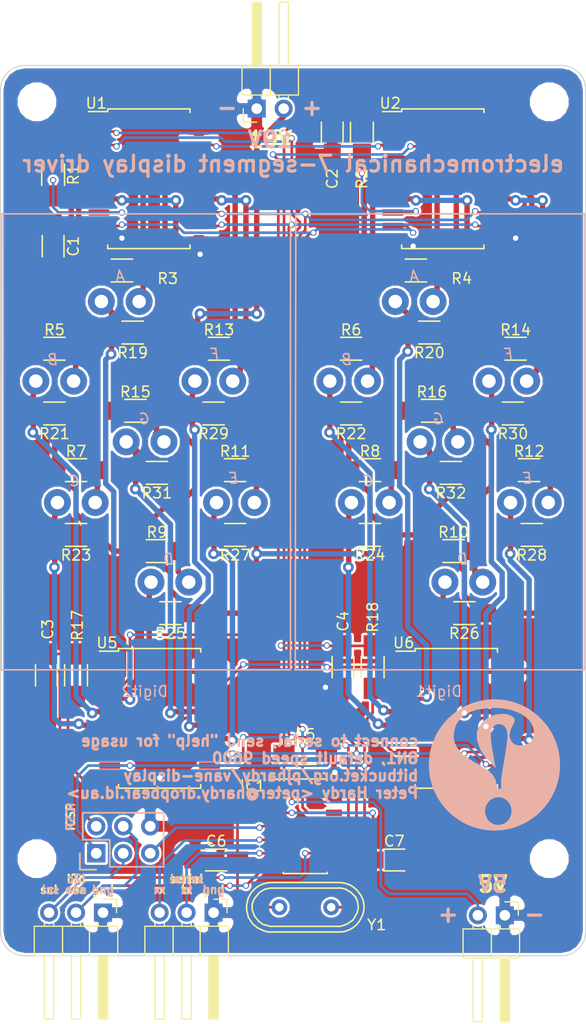
<source format=kicad_pcb>
(kicad_pcb (version 4) (host pcbnew 4.0.6)

  (general
    (links 155)
    (no_connects 0)
    (area 116.535999 34.493999 171.754001 118.414001)
    (thickness 1.6)
    (drawings 40)
    (tracks 755)
    (zones 0)
    (modules 57)
    (nets 56)
  )

  (page A4)
  (title_block
    (title "Seven segment module")
    (rev 1.0)
  )

  (layers
    (0 F.Cu signal)
    (31 B.Cu signal)
    (32 B.Adhes user)
    (33 F.Adhes user)
    (34 B.Paste user)
    (35 F.Paste user)
    (36 B.SilkS user)
    (37 F.SilkS user)
    (38 B.Mask user)
    (39 F.Mask user)
    (40 Dwgs.User user)
    (41 Cmts.User user)
    (42 Eco1.User user)
    (43 Eco2.User user)
    (44 Edge.Cuts user)
    (45 Margin user)
    (46 B.CrtYd user)
    (47 F.CrtYd user)
    (48 B.Fab user)
    (49 F.Fab user)
  )

  (setup
    (last_trace_width 0.25)
    (trace_clearance 0.2)
    (zone_clearance 0.22606)
    (zone_45_only no)
    (trace_min 0.2)
    (segment_width 0.2)
    (edge_width 0.1)
    (via_size 0.6)
    (via_drill 0.4)
    (via_min_size 0.4)
    (via_min_drill 0.3)
    (uvia_size 0.3)
    (uvia_drill 0.1)
    (uvias_allowed no)
    (uvia_min_size 0.2)
    (uvia_min_drill 0.1)
    (pcb_text_width 0.3)
    (pcb_text_size 1.5 1.5)
    (mod_edge_width 0.15)
    (mod_text_size 1 1)
    (mod_text_width 0.15)
    (pad_size 1.5 1.5)
    (pad_drill 0.6)
    (pad_to_mask_clearance 0)
    (aux_axis_origin 0 0)
    (visible_elements FFFFFF7F)
    (pcbplotparams
      (layerselection 0x010f0_80000001)
      (usegerberextensions false)
      (excludeedgelayer true)
      (linewidth 0.100000)
      (plotframeref false)
      (viasonmask false)
      (mode 1)
      (useauxorigin false)
      (hpglpennumber 1)
      (hpglpenspeed 20)
      (hpglpendiameter 15)
      (hpglpenoverlay 2)
      (psnegative false)
      (psa4output false)
      (plotreference true)
      (plotvalue true)
      (plotinvisibletext false)
      (padsonsilk false)
      (subtractmaskfromsilk false)
      (outputformat 1)
      (mirror false)
      (drillshape 0)
      (scaleselection 1)
      (outputdirectory ""))
  )

  (net 0 "")
  (net 1 +5V)
  (net 2 GND)
  (net 3 "Net-(C6-Pad2)")
  (net 4 "Net-(C7-Pad2)")
  (net 5 /RXD0)
  (net 6 /TXD0)
  (net 7 "Net-(IC1-Pad10)")
  (net 8 "Net-(IC1-Pad11)")
  (net 9 "Net-(IC1-Pad12)")
  (net 10 "Net-(IC1-Pad13)")
  (net 11 +24V)
  (net 12 "Net-(R1-Pad2)")
  (net 13 "Net-(R2-Pad2)")
  (net 14 "Net-(R17-Pad2)")
  (net 15 "Net-(R18-Pad2)")
  (net 16 "Net-(U1-Pad17)")
  (net 17 "Net-(U1-Pad18)")
  (net 18 "Net-(U2-Pad17)")
  (net 19 "Net-(U2-Pad18)")
  (net 20 "Net-(U5-Pad17)")
  (net 21 "Net-(U6-Pad17)")
  (net 22 "Net-(U6-Pad18)")
  (net 23 "Net-(U5-Pad18)")
  (net 24 /I_RESET)
  (net 25 /I_MOSI)
  (net 26 /I_MISO)
  (net 27 /I_SCK)
  (net 28 "Net-(Digit1-Pad1)")
  (net 29 "Net-(Digit1-Pad2)")
  (net 30 "Net-(Digit1-Pad3)")
  (net 31 "Net-(Digit1-Pad4)")
  (net 32 "Net-(Digit1-Pad5)")
  (net 33 "Net-(Digit1-Pad6)")
  (net 34 "Net-(Digit1-Pad7)")
  (net 35 "Net-(Digit1-Pad8)")
  (net 36 "Net-(Digit1-Pad9)")
  (net 37 "Net-(Digit1-Pad10)")
  (net 38 "Net-(Digit1-Pad11)")
  (net 39 "Net-(Digit1-Pad12)")
  (net 40 "Net-(Digit1-Pad13)")
  (net 41 "Net-(Digit1-Pad14)")
  (net 42 "Net-(Digit2-Pad1)")
  (net 43 "Net-(Digit2-Pad2)")
  (net 44 "Net-(Digit2-Pad3)")
  (net 45 "Net-(Digit2-Pad4)")
  (net 46 "Net-(Digit2-Pad5)")
  (net 47 "Net-(Digit2-Pad6)")
  (net 48 "Net-(Digit2-Pad7)")
  (net 49 "Net-(Digit2-Pad8)")
  (net 50 "Net-(Digit2-Pad9)")
  (net 51 "Net-(Digit2-Pad10)")
  (net 52 "Net-(Digit2-Pad11)")
  (net 53 "Net-(Digit2-Pad12)")
  (net 54 "Net-(Digit2-Pad13)")
  (net 55 "Net-(Digit2-Pad14)")

  (net_class Default "This is the default net class."
    (clearance 0.2)
    (trace_width 0.25)
    (via_dia 0.6)
    (via_drill 0.4)
    (uvia_dia 0.3)
    (uvia_drill 0.1)
    (add_net +5V)
    (add_net /I_MISO)
    (add_net /I_MOSI)
    (add_net /I_RESET)
    (add_net /I_SCK)
    (add_net /RXD0)
    (add_net /TXD0)
    (add_net "Net-(C6-Pad2)")
    (add_net "Net-(C7-Pad2)")
    (add_net "Net-(Digit1-Pad1)")
    (add_net "Net-(Digit1-Pad10)")
    (add_net "Net-(Digit1-Pad11)")
    (add_net "Net-(Digit1-Pad12)")
    (add_net "Net-(Digit1-Pad13)")
    (add_net "Net-(Digit1-Pad14)")
    (add_net "Net-(Digit1-Pad2)")
    (add_net "Net-(Digit1-Pad3)")
    (add_net "Net-(Digit1-Pad4)")
    (add_net "Net-(Digit1-Pad5)")
    (add_net "Net-(Digit1-Pad6)")
    (add_net "Net-(Digit1-Pad7)")
    (add_net "Net-(Digit1-Pad8)")
    (add_net "Net-(Digit1-Pad9)")
    (add_net "Net-(Digit2-Pad1)")
    (add_net "Net-(Digit2-Pad10)")
    (add_net "Net-(Digit2-Pad11)")
    (add_net "Net-(Digit2-Pad12)")
    (add_net "Net-(Digit2-Pad13)")
    (add_net "Net-(Digit2-Pad14)")
    (add_net "Net-(Digit2-Pad2)")
    (add_net "Net-(Digit2-Pad3)")
    (add_net "Net-(Digit2-Pad4)")
    (add_net "Net-(Digit2-Pad5)")
    (add_net "Net-(Digit2-Pad6)")
    (add_net "Net-(Digit2-Pad7)")
    (add_net "Net-(Digit2-Pad8)")
    (add_net "Net-(Digit2-Pad9)")
    (add_net "Net-(IC1-Pad10)")
    (add_net "Net-(IC1-Pad11)")
    (add_net "Net-(IC1-Pad12)")
    (add_net "Net-(IC1-Pad13)")
    (add_net "Net-(R1-Pad2)")
    (add_net "Net-(R17-Pad2)")
    (add_net "Net-(R18-Pad2)")
    (add_net "Net-(R2-Pad2)")
    (add_net "Net-(U1-Pad17)")
    (add_net "Net-(U1-Pad18)")
    (add_net "Net-(U2-Pad17)")
    (add_net "Net-(U2-Pad18)")
    (add_net "Net-(U5-Pad17)")
    (add_net "Net-(U5-Pad18)")
    (add_net "Net-(U6-Pad17)")
    (add_net "Net-(U6-Pad18)")
  )

  (net_class "high power" ""
    (clearance 0.2)
    (trace_width 0.508)
    (via_dia 1.016)
    (via_drill 0.508)
    (uvia_dia 0.3)
    (uvia_drill 0.1)
    (add_net +24V)
    (add_net GND)
  )

  (module Capacitors_SMD:C_1206_HandSoldering (layer F.Cu) (tedit 58F57ADC) (tstamp 58F2CD91)
    (at 121.539 51.562 270)
    (descr "Capacitor SMD 1206, hand soldering")
    (tags "capacitor 1206")
    (path /58C43032)
    (attr smd)
    (fp_text reference C1 (at 0 -1.905 270) (layer F.SilkS)
      (effects (font (size 1 1) (thickness 0.15)))
    )
    (fp_text value 0.1u (at 0 2.3 270) (layer F.Fab) hide
      (effects (font (size 1 1) (thickness 0.15)))
    )
    (fp_line (start -1.6 0.8) (end -1.6 -0.8) (layer F.Fab) (width 0.15))
    (fp_line (start 1.6 0.8) (end -1.6 0.8) (layer F.Fab) (width 0.15))
    (fp_line (start 1.6 -0.8) (end 1.6 0.8) (layer F.Fab) (width 0.15))
    (fp_line (start -1.6 -0.8) (end 1.6 -0.8) (layer F.Fab) (width 0.15))
    (fp_line (start -3.3 -1.15) (end 3.3 -1.15) (layer F.CrtYd) (width 0.05))
    (fp_line (start -3.3 1.15) (end 3.3 1.15) (layer F.CrtYd) (width 0.05))
    (fp_line (start -3.3 -1.15) (end -3.3 1.15) (layer F.CrtYd) (width 0.05))
    (fp_line (start 3.3 -1.15) (end 3.3 1.15) (layer F.CrtYd) (width 0.05))
    (fp_line (start 1 -1.025) (end -1 -1.025) (layer F.SilkS) (width 0.15))
    (fp_line (start -1 1.025) (end 1 1.025) (layer F.SilkS) (width 0.15))
    (pad 1 smd rect (at -2 0 270) (size 2 1.6) (layers F.Cu F.Paste F.Mask)
      (net 1 +5V))
    (pad 2 smd rect (at 2 0 270) (size 2 1.6) (layers F.Cu F.Paste F.Mask)
      (net 2 GND))
    (model Capacitors_SMD.3dshapes/C_1206_HandSoldering.wrl
      (at (xyz 0 0 0))
      (scale (xyz 1 1 1))
      (rotate (xyz 0 0 0))
    )
  )

  (module Capacitors_SMD:C_1206_HandSoldering (layer F.Cu) (tedit 58F57AB4) (tstamp 58F2CD97)
    (at 147.828 40.894 270)
    (descr "Capacitor SMD 1206, hand soldering")
    (tags "capacitor 1206")
    (path /58C46181)
    (attr smd)
    (fp_text reference C2 (at 4.318 0 270) (layer F.SilkS)
      (effects (font (size 1 1) (thickness 0.15)))
    )
    (fp_text value 0.1u (at 0 2.3 270) (layer F.Fab) hide
      (effects (font (size 1 1) (thickness 0.15)))
    )
    (fp_line (start -1.6 0.8) (end -1.6 -0.8) (layer F.Fab) (width 0.15))
    (fp_line (start 1.6 0.8) (end -1.6 0.8) (layer F.Fab) (width 0.15))
    (fp_line (start 1.6 -0.8) (end 1.6 0.8) (layer F.Fab) (width 0.15))
    (fp_line (start -1.6 -0.8) (end 1.6 -0.8) (layer F.Fab) (width 0.15))
    (fp_line (start -3.3 -1.15) (end 3.3 -1.15) (layer F.CrtYd) (width 0.05))
    (fp_line (start -3.3 1.15) (end 3.3 1.15) (layer F.CrtYd) (width 0.05))
    (fp_line (start -3.3 -1.15) (end -3.3 1.15) (layer F.CrtYd) (width 0.05))
    (fp_line (start 3.3 -1.15) (end 3.3 1.15) (layer F.CrtYd) (width 0.05))
    (fp_line (start 1 -1.025) (end -1 -1.025) (layer F.SilkS) (width 0.15))
    (fp_line (start -1 1.025) (end 1 1.025) (layer F.SilkS) (width 0.15))
    (pad 1 smd rect (at -2 0 270) (size 2 1.6) (layers F.Cu F.Paste F.Mask)
      (net 1 +5V))
    (pad 2 smd rect (at 2 0 270) (size 2 1.6) (layers F.Cu F.Paste F.Mask)
      (net 2 GND))
    (model Capacitors_SMD.3dshapes/C_1206_HandSoldering.wrl
      (at (xyz 0 0 0))
      (scale (xyz 1 1 1))
      (rotate (xyz 0 0 0))
    )
  )

  (module Capacitors_SMD:C_1206_HandSoldering (layer F.Cu) (tedit 58F5771A) (tstamp 58F2CD9D)
    (at 120.904 91.948 270)
    (descr "Capacitor SMD 1206, hand soldering")
    (tags "capacitor 1206")
    (path /58C47247)
    (attr smd)
    (fp_text reference C3 (at -4.318 -0.127 270) (layer F.SilkS)
      (effects (font (size 1 1) (thickness 0.15)))
    )
    (fp_text value 0.1u (at 0 2.3 270) (layer F.Fab) hide
      (effects (font (size 1 1) (thickness 0.15)))
    )
    (fp_line (start -1.6 0.8) (end -1.6 -0.8) (layer F.Fab) (width 0.15))
    (fp_line (start 1.6 0.8) (end -1.6 0.8) (layer F.Fab) (width 0.15))
    (fp_line (start 1.6 -0.8) (end 1.6 0.8) (layer F.Fab) (width 0.15))
    (fp_line (start -1.6 -0.8) (end 1.6 -0.8) (layer F.Fab) (width 0.15))
    (fp_line (start -3.3 -1.15) (end 3.3 -1.15) (layer F.CrtYd) (width 0.05))
    (fp_line (start -3.3 1.15) (end 3.3 1.15) (layer F.CrtYd) (width 0.05))
    (fp_line (start -3.3 -1.15) (end -3.3 1.15) (layer F.CrtYd) (width 0.05))
    (fp_line (start 3.3 -1.15) (end 3.3 1.15) (layer F.CrtYd) (width 0.05))
    (fp_line (start 1 -1.025) (end -1 -1.025) (layer F.SilkS) (width 0.15))
    (fp_line (start -1 1.025) (end 1 1.025) (layer F.SilkS) (width 0.15))
    (pad 1 smd rect (at -2 0 270) (size 2 1.6) (layers F.Cu F.Paste F.Mask)
      (net 1 +5V))
    (pad 2 smd rect (at 2 0 270) (size 2 1.6) (layers F.Cu F.Paste F.Mask)
      (net 2 GND))
    (model Capacitors_SMD.3dshapes/C_1206_HandSoldering.wrl
      (at (xyz 0 0 0))
      (scale (xyz 1 1 1))
      (rotate (xyz 0 0 0))
    )
  )

  (module Capacitors_SMD:C_1206_HandSoldering (layer F.Cu) (tedit 58F577C3) (tstamp 58F2CDA3)
    (at 148.844 91.186 270)
    (descr "Capacitor SMD 1206, hand soldering")
    (tags "capacitor 1206")
    (path /58C46D06)
    (attr smd)
    (fp_text reference C4 (at -4.318 0 270) (layer F.SilkS)
      (effects (font (size 1 1) (thickness 0.15)))
    )
    (fp_text value 0.1u (at 0 2.3 270) (layer F.Fab) hide
      (effects (font (size 1 1) (thickness 0.15)))
    )
    (fp_line (start -1.6 0.8) (end -1.6 -0.8) (layer F.Fab) (width 0.15))
    (fp_line (start 1.6 0.8) (end -1.6 0.8) (layer F.Fab) (width 0.15))
    (fp_line (start 1.6 -0.8) (end 1.6 0.8) (layer F.Fab) (width 0.15))
    (fp_line (start -1.6 -0.8) (end 1.6 -0.8) (layer F.Fab) (width 0.15))
    (fp_line (start -3.3 -1.15) (end 3.3 -1.15) (layer F.CrtYd) (width 0.05))
    (fp_line (start -3.3 1.15) (end 3.3 1.15) (layer F.CrtYd) (width 0.05))
    (fp_line (start -3.3 -1.15) (end -3.3 1.15) (layer F.CrtYd) (width 0.05))
    (fp_line (start 3.3 -1.15) (end 3.3 1.15) (layer F.CrtYd) (width 0.05))
    (fp_line (start 1 -1.025) (end -1 -1.025) (layer F.SilkS) (width 0.15))
    (fp_line (start -1 1.025) (end 1 1.025) (layer F.SilkS) (width 0.15))
    (pad 1 smd rect (at -2 0 270) (size 2 1.6) (layers F.Cu F.Paste F.Mask)
      (net 1 +5V))
    (pad 2 smd rect (at 2 0 270) (size 2 1.6) (layers F.Cu F.Paste F.Mask)
      (net 2 GND))
    (model Capacitors_SMD.3dshapes/C_1206_HandSoldering.wrl
      (at (xyz 0 0 0))
      (scale (xyz 1 1 1))
      (rotate (xyz 0 0 0))
    )
  )

  (module Capacitors_SMD:C_1206_HandSoldering (layer F.Cu) (tedit 58F5777C) (tstamp 58F2CDA9)
    (at 145.288 99.314)
    (descr "Capacitor SMD 1206, hand soldering")
    (tags "capacitor 1206")
    (path /58C4BAAB)
    (attr smd)
    (fp_text reference C5 (at 0 -1.778) (layer F.SilkS)
      (effects (font (size 1 1) (thickness 0.15)))
    )
    (fp_text value 0.1u (at 0 2.3) (layer F.Fab) hide
      (effects (font (size 1 1) (thickness 0.15)))
    )
    (fp_line (start -1.6 0.8) (end -1.6 -0.8) (layer F.Fab) (width 0.15))
    (fp_line (start 1.6 0.8) (end -1.6 0.8) (layer F.Fab) (width 0.15))
    (fp_line (start 1.6 -0.8) (end 1.6 0.8) (layer F.Fab) (width 0.15))
    (fp_line (start -1.6 -0.8) (end 1.6 -0.8) (layer F.Fab) (width 0.15))
    (fp_line (start -3.3 -1.15) (end 3.3 -1.15) (layer F.CrtYd) (width 0.05))
    (fp_line (start -3.3 1.15) (end 3.3 1.15) (layer F.CrtYd) (width 0.05))
    (fp_line (start -3.3 -1.15) (end -3.3 1.15) (layer F.CrtYd) (width 0.05))
    (fp_line (start 3.3 -1.15) (end 3.3 1.15) (layer F.CrtYd) (width 0.05))
    (fp_line (start 1 -1.025) (end -1 -1.025) (layer F.SilkS) (width 0.15))
    (fp_line (start -1 1.025) (end 1 1.025) (layer F.SilkS) (width 0.15))
    (pad 1 smd rect (at -2 0) (size 2 1.6) (layers F.Cu F.Paste F.Mask)
      (net 1 +5V))
    (pad 2 smd rect (at 2 0) (size 2 1.6) (layers F.Cu F.Paste F.Mask)
      (net 2 GND))
    (model Capacitors_SMD.3dshapes/C_1206_HandSoldering.wrl
      (at (xyz 0 0 0))
      (scale (xyz 1 1 1))
      (rotate (xyz 0 0 0))
    )
  )

  (module Capacitors_SMD:C_1206_HandSoldering (layer F.Cu) (tedit 58F5767A) (tstamp 58F2CDAF)
    (at 136.906 109.347)
    (descr "Capacitor SMD 1206, hand soldering")
    (tags "capacitor 1206")
    (path /58C4AD74)
    (attr smd)
    (fp_text reference C6 (at 0 -1.778) (layer F.SilkS)
      (effects (font (size 1 1) (thickness 0.15)))
    )
    (fp_text value 22p (at 0 2.3) (layer F.Fab) hide
      (effects (font (size 1 1) (thickness 0.15)))
    )
    (fp_line (start -1.6 0.8) (end -1.6 -0.8) (layer F.Fab) (width 0.15))
    (fp_line (start 1.6 0.8) (end -1.6 0.8) (layer F.Fab) (width 0.15))
    (fp_line (start 1.6 -0.8) (end 1.6 0.8) (layer F.Fab) (width 0.15))
    (fp_line (start -1.6 -0.8) (end 1.6 -0.8) (layer F.Fab) (width 0.15))
    (fp_line (start -3.3 -1.15) (end 3.3 -1.15) (layer F.CrtYd) (width 0.05))
    (fp_line (start -3.3 1.15) (end 3.3 1.15) (layer F.CrtYd) (width 0.05))
    (fp_line (start -3.3 -1.15) (end -3.3 1.15) (layer F.CrtYd) (width 0.05))
    (fp_line (start 3.3 -1.15) (end 3.3 1.15) (layer F.CrtYd) (width 0.05))
    (fp_line (start 1 -1.025) (end -1 -1.025) (layer F.SilkS) (width 0.15))
    (fp_line (start -1 1.025) (end 1 1.025) (layer F.SilkS) (width 0.15))
    (pad 1 smd rect (at -2 0) (size 2 1.6) (layers F.Cu F.Paste F.Mask)
      (net 2 GND))
    (pad 2 smd rect (at 2 0) (size 2 1.6) (layers F.Cu F.Paste F.Mask)
      (net 3 "Net-(C6-Pad2)"))
    (model Capacitors_SMD.3dshapes/C_1206_HandSoldering.wrl
      (at (xyz 0 0 0))
      (scale (xyz 1 1 1))
      (rotate (xyz 0 0 0))
    )
  )

  (module Capacitors_SMD:C_1206_HandSoldering (layer F.Cu) (tedit 58F57673) (tstamp 58F2CDB5)
    (at 153.67 109.347 180)
    (descr "Capacitor SMD 1206, hand soldering")
    (tags "capacitor 1206")
    (path /58C4AE70)
    (attr smd)
    (fp_text reference C7 (at 0 1.778 180) (layer F.SilkS)
      (effects (font (size 1 1) (thickness 0.15)))
    )
    (fp_text value 22p (at 0 2.3 180) (layer F.Fab) hide
      (effects (font (size 1 1) (thickness 0.15)))
    )
    (fp_line (start -1.6 0.8) (end -1.6 -0.8) (layer F.Fab) (width 0.15))
    (fp_line (start 1.6 0.8) (end -1.6 0.8) (layer F.Fab) (width 0.15))
    (fp_line (start 1.6 -0.8) (end 1.6 0.8) (layer F.Fab) (width 0.15))
    (fp_line (start -1.6 -0.8) (end 1.6 -0.8) (layer F.Fab) (width 0.15))
    (fp_line (start -3.3 -1.15) (end 3.3 -1.15) (layer F.CrtYd) (width 0.05))
    (fp_line (start -3.3 1.15) (end 3.3 1.15) (layer F.CrtYd) (width 0.05))
    (fp_line (start -3.3 -1.15) (end -3.3 1.15) (layer F.CrtYd) (width 0.05))
    (fp_line (start 3.3 -1.15) (end 3.3 1.15) (layer F.CrtYd) (width 0.05))
    (fp_line (start 1 -1.025) (end -1 -1.025) (layer F.SilkS) (width 0.15))
    (fp_line (start -1 1.025) (end 1 1.025) (layer F.SilkS) (width 0.15))
    (pad 1 smd rect (at -2 0 180) (size 2 1.6) (layers F.Cu F.Paste F.Mask)
      (net 2 GND))
    (pad 2 smd rect (at 2 0 180) (size 2 1.6) (layers F.Cu F.Paste F.Mask)
      (net 4 "Net-(C7-Pad2)"))
    (model Capacitors_SMD.3dshapes/C_1206_HandSoldering.wrl
      (at (xyz 0 0 0))
      (scale (xyz 1 1 1))
      (rotate (xyz 0 0 0))
    )
  )

  (module Housings_SOIC:SOIC-14_3.9x8.7mm_Pitch1.27mm (layer F.Cu) (tedit 58F5776B) (tstamp 58F2CDC7)
    (at 145.288 106.172)
    (descr "14-Lead Plastic Small Outline (SL) - Narrow, 3.90 mm Body [SOIC] (see Microchip Packaging Specification 00000049BS.pdf)")
    (tags "SOIC 1.27")
    (path /58C4A240)
    (attr smd)
    (fp_text reference IC1 (at -4.953 -3.81) (layer F.SilkS)
      (effects (font (size 1 1) (thickness 0.15)))
    )
    (fp_text value ATTINY841-SSU (at 0 5.375) (layer F.Fab) hide
      (effects (font (size 1 1) (thickness 0.15)))
    )
    (fp_line (start -0.95 -4.35) (end 1.95 -4.35) (layer F.Fab) (width 0.15))
    (fp_line (start 1.95 -4.35) (end 1.95 4.35) (layer F.Fab) (width 0.15))
    (fp_line (start 1.95 4.35) (end -1.95 4.35) (layer F.Fab) (width 0.15))
    (fp_line (start -1.95 4.35) (end -1.95 -3.35) (layer F.Fab) (width 0.15))
    (fp_line (start -1.95 -3.35) (end -0.95 -4.35) (layer F.Fab) (width 0.15))
    (fp_line (start -3.7 -4.65) (end -3.7 4.65) (layer F.CrtYd) (width 0.05))
    (fp_line (start 3.7 -4.65) (end 3.7 4.65) (layer F.CrtYd) (width 0.05))
    (fp_line (start -3.7 -4.65) (end 3.7 -4.65) (layer F.CrtYd) (width 0.05))
    (fp_line (start -3.7 4.65) (end 3.7 4.65) (layer F.CrtYd) (width 0.05))
    (fp_line (start -2.075 -4.45) (end -2.075 -4.425) (layer F.SilkS) (width 0.15))
    (fp_line (start 2.075 -4.45) (end 2.075 -4.335) (layer F.SilkS) (width 0.15))
    (fp_line (start 2.075 4.45) (end 2.075 4.335) (layer F.SilkS) (width 0.15))
    (fp_line (start -2.075 4.45) (end -2.075 4.335) (layer F.SilkS) (width 0.15))
    (fp_line (start -2.075 -4.45) (end 2.075 -4.45) (layer F.SilkS) (width 0.15))
    (fp_line (start -2.075 4.45) (end 2.075 4.45) (layer F.SilkS) (width 0.15))
    (fp_line (start -2.075 -4.425) (end -3.45 -4.425) (layer F.SilkS) (width 0.15))
    (pad 1 smd rect (at -2.7 -3.81) (size 1.5 0.6) (layers F.Cu F.Paste F.Mask)
      (net 1 +5V))
    (pad 2 smd rect (at -2.7 -2.54) (size 1.5 0.6) (layers F.Cu F.Paste F.Mask)
      (net 3 "Net-(C6-Pad2)"))
    (pad 3 smd rect (at -2.7 -1.27) (size 1.5 0.6) (layers F.Cu F.Paste F.Mask)
      (net 4 "Net-(C7-Pad2)"))
    (pad 4 smd rect (at -2.7 0) (size 1.5 0.6) (layers F.Cu F.Paste F.Mask)
      (net 24 /I_RESET))
    (pad 5 smd rect (at -2.7 1.27) (size 1.5 0.6) (layers F.Cu F.Paste F.Mask)
      (net 5 /RXD0))
    (pad 6 smd rect (at -2.7 2.54) (size 1.5 0.6) (layers F.Cu F.Paste F.Mask)
      (net 6 /TXD0))
    (pad 7 smd rect (at -2.7 3.81) (size 1.5 0.6) (layers F.Cu F.Paste F.Mask)
      (net 25 /I_MOSI))
    (pad 8 smd rect (at 2.7 3.81) (size 1.5 0.6) (layers F.Cu F.Paste F.Mask)
      (net 26 /I_MISO))
    (pad 9 smd rect (at 2.7 2.54) (size 1.5 0.6) (layers F.Cu F.Paste F.Mask)
      (net 27 /I_SCK))
    (pad 10 smd rect (at 2.7 1.27) (size 1.5 0.6) (layers F.Cu F.Paste F.Mask)
      (net 7 "Net-(IC1-Pad10)"))
    (pad 11 smd rect (at 2.7 0) (size 1.5 0.6) (layers F.Cu F.Paste F.Mask)
      (net 8 "Net-(IC1-Pad11)"))
    (pad 12 smd rect (at 2.7 -1.27) (size 1.5 0.6) (layers F.Cu F.Paste F.Mask)
      (net 9 "Net-(IC1-Pad12)"))
    (pad 13 smd rect (at 2.7 -2.54) (size 1.5 0.6) (layers F.Cu F.Paste F.Mask)
      (net 10 "Net-(IC1-Pad13)"))
    (pad 14 smd rect (at 2.7 -3.81) (size 1.5 0.6) (layers F.Cu F.Paste F.Mask)
      (net 2 GND))
    (model Housings_SOIC.3dshapes/SOIC-14_3.9x8.7mm_Pitch1.27mm.wrl
      (at (xyz 0 0 0))
      (scale (xyz 1 1 1))
      (rotate (xyz 0 0 0))
    )
  )

  (module Pin_Headers:Pin_Header_Angled_1x02_Pitch2.54mm (layer F.Cu) (tedit 58F57AEE) (tstamp 58F2CDCD)
    (at 140.716 38.608 90)
    (descr "Through hole angled pin header, 1x02, 2.54mm pitch, 6mm pin length, single row")
    (tags "Through hole angled pin header THT 1x02 2.54mm single row")
    (path /58F2BABF)
    (fp_text reference J1 (at 4.315 -2.27 90) (layer F.SilkS) hide
      (effects (font (size 1 1) (thickness 0.15)))
    )
    (fp_text value CONN_01X02 (at 4.315 4.81 90) (layer F.Fab) hide
      (effects (font (size 1 1) (thickness 0.15)))
    )
    (fp_line (start 1.4 -1.27) (end 1.4 1.27) (layer F.Fab) (width 0.1))
    (fp_line (start 1.4 1.27) (end 3.9 1.27) (layer F.Fab) (width 0.1))
    (fp_line (start 3.9 1.27) (end 3.9 -1.27) (layer F.Fab) (width 0.1))
    (fp_line (start 3.9 -1.27) (end 1.4 -1.27) (layer F.Fab) (width 0.1))
    (fp_line (start 0 -0.32) (end 0 0.32) (layer F.Fab) (width 0.1))
    (fp_line (start 0 0.32) (end 9.9 0.32) (layer F.Fab) (width 0.1))
    (fp_line (start 9.9 0.32) (end 9.9 -0.32) (layer F.Fab) (width 0.1))
    (fp_line (start 9.9 -0.32) (end 0 -0.32) (layer F.Fab) (width 0.1))
    (fp_line (start 1.4 1.27) (end 1.4 3.81) (layer F.Fab) (width 0.1))
    (fp_line (start 1.4 3.81) (end 3.9 3.81) (layer F.Fab) (width 0.1))
    (fp_line (start 3.9 3.81) (end 3.9 1.27) (layer F.Fab) (width 0.1))
    (fp_line (start 3.9 1.27) (end 1.4 1.27) (layer F.Fab) (width 0.1))
    (fp_line (start 0 2.22) (end 0 2.86) (layer F.Fab) (width 0.1))
    (fp_line (start 0 2.86) (end 9.9 2.86) (layer F.Fab) (width 0.1))
    (fp_line (start 9.9 2.86) (end 9.9 2.22) (layer F.Fab) (width 0.1))
    (fp_line (start 9.9 2.22) (end 0 2.22) (layer F.Fab) (width 0.1))
    (fp_line (start 1.28 -1.39) (end 1.28 1.27) (layer F.SilkS) (width 0.12))
    (fp_line (start 1.28 1.27) (end 4.02 1.27) (layer F.SilkS) (width 0.12))
    (fp_line (start 4.02 1.27) (end 4.02 -1.39) (layer F.SilkS) (width 0.12))
    (fp_line (start 4.02 -1.39) (end 1.28 -1.39) (layer F.SilkS) (width 0.12))
    (fp_line (start 4.02 -0.44) (end 4.02 0.44) (layer F.SilkS) (width 0.12))
    (fp_line (start 4.02 0.44) (end 10.02 0.44) (layer F.SilkS) (width 0.12))
    (fp_line (start 10.02 0.44) (end 10.02 -0.44) (layer F.SilkS) (width 0.12))
    (fp_line (start 10.02 -0.44) (end 4.02 -0.44) (layer F.SilkS) (width 0.12))
    (fp_line (start 0.97 -0.44) (end 1.28 -0.44) (layer F.SilkS) (width 0.12))
    (fp_line (start 0.97 0.44) (end 1.28 0.44) (layer F.SilkS) (width 0.12))
    (fp_line (start 4.02 -0.32) (end 10.02 -0.32) (layer F.SilkS) (width 0.12))
    (fp_line (start 4.02 -0.2) (end 10.02 -0.2) (layer F.SilkS) (width 0.12))
    (fp_line (start 4.02 -0.08) (end 10.02 -0.08) (layer F.SilkS) (width 0.12))
    (fp_line (start 4.02 0.04) (end 10.02 0.04) (layer F.SilkS) (width 0.12))
    (fp_line (start 4.02 0.16) (end 10.02 0.16) (layer F.SilkS) (width 0.12))
    (fp_line (start 4.02 0.28) (end 10.02 0.28) (layer F.SilkS) (width 0.12))
    (fp_line (start 4.02 0.4) (end 10.02 0.4) (layer F.SilkS) (width 0.12))
    (fp_line (start 1.28 1.27) (end 1.28 3.93) (layer F.SilkS) (width 0.12))
    (fp_line (start 1.28 3.93) (end 4.02 3.93) (layer F.SilkS) (width 0.12))
    (fp_line (start 4.02 3.93) (end 4.02 1.27) (layer F.SilkS) (width 0.12))
    (fp_line (start 4.02 1.27) (end 1.28 1.27) (layer F.SilkS) (width 0.12))
    (fp_line (start 4.02 2.1) (end 4.02 2.98) (layer F.SilkS) (width 0.12))
    (fp_line (start 4.02 2.98) (end 10.02 2.98) (layer F.SilkS) (width 0.12))
    (fp_line (start 10.02 2.98) (end 10.02 2.1) (layer F.SilkS) (width 0.12))
    (fp_line (start 10.02 2.1) (end 4.02 2.1) (layer F.SilkS) (width 0.12))
    (fp_line (start 0.97 2.1) (end 1.28 2.1) (layer F.SilkS) (width 0.12))
    (fp_line (start 0.97 2.98) (end 1.28 2.98) (layer F.SilkS) (width 0.12))
    (fp_line (start -1.27 0) (end -1.27 -1.27) (layer F.SilkS) (width 0.12))
    (fp_line (start -1.27 -1.27) (end 0 -1.27) (layer F.SilkS) (width 0.12))
    (fp_line (start -1.6 -1.6) (end -1.6 4.1) (layer F.CrtYd) (width 0.05))
    (fp_line (start -1.6 4.1) (end 10.2 4.1) (layer F.CrtYd) (width 0.05))
    (fp_line (start 10.2 4.1) (end 10.2 -1.6) (layer F.CrtYd) (width 0.05))
    (fp_line (start 10.2 -1.6) (end -1.6 -1.6) (layer F.CrtYd) (width 0.05))
    (pad 1 thru_hole rect (at 0 0 90) (size 1.7 1.7) (drill 1) (layers *.Cu *.Mask)
      (net 2 GND))
    (pad 2 thru_hole oval (at 0 2.54 90) (size 1.7 1.7) (drill 1) (layers *.Cu *.Mask)
      (net 11 +24V))
    (model Pin_Headers.3dshapes/Pin_Header_Angled_1x02_Pitch2.54mm.wrl
      (at (xyz 0 -0.05 0))
      (scale (xyz 1 1 1))
      (rotate (xyz 0 0 90))
    )
  )

  (module Pin_Headers:Pin_Header_Angled_1x02_Pitch2.54mm (layer F.Cu) (tedit 58F4C0D3) (tstamp 58F2CDD3)
    (at 164.084 114.554 270)
    (descr "Through hole angled pin header, 1x02, 2.54mm pitch, 6mm pin length, single row")
    (tags "Through hole angled pin header THT 1x02 2.54mm single row")
    (path /58F2C116)
    (fp_text reference J2 (at 4.315 -2.27 270) (layer F.SilkS) hide
      (effects (font (size 1 1) (thickness 0.15)))
    )
    (fp_text value CONN_01X02 (at 4.315 4.81 270) (layer F.Fab) hide
      (effects (font (size 1 1) (thickness 0.15)))
    )
    (fp_line (start 1.4 -1.27) (end 1.4 1.27) (layer F.Fab) (width 0.1))
    (fp_line (start 1.4 1.27) (end 3.9 1.27) (layer F.Fab) (width 0.1))
    (fp_line (start 3.9 1.27) (end 3.9 -1.27) (layer F.Fab) (width 0.1))
    (fp_line (start 3.9 -1.27) (end 1.4 -1.27) (layer F.Fab) (width 0.1))
    (fp_line (start 0 -0.32) (end 0 0.32) (layer F.Fab) (width 0.1))
    (fp_line (start 0 0.32) (end 9.9 0.32) (layer F.Fab) (width 0.1))
    (fp_line (start 9.9 0.32) (end 9.9 -0.32) (layer F.Fab) (width 0.1))
    (fp_line (start 9.9 -0.32) (end 0 -0.32) (layer F.Fab) (width 0.1))
    (fp_line (start 1.4 1.27) (end 1.4 3.81) (layer F.Fab) (width 0.1))
    (fp_line (start 1.4 3.81) (end 3.9 3.81) (layer F.Fab) (width 0.1))
    (fp_line (start 3.9 3.81) (end 3.9 1.27) (layer F.Fab) (width 0.1))
    (fp_line (start 3.9 1.27) (end 1.4 1.27) (layer F.Fab) (width 0.1))
    (fp_line (start 0 2.22) (end 0 2.86) (layer F.Fab) (width 0.1))
    (fp_line (start 0 2.86) (end 9.9 2.86) (layer F.Fab) (width 0.1))
    (fp_line (start 9.9 2.86) (end 9.9 2.22) (layer F.Fab) (width 0.1))
    (fp_line (start 9.9 2.22) (end 0 2.22) (layer F.Fab) (width 0.1))
    (fp_line (start 1.28 -1.39) (end 1.28 1.27) (layer F.SilkS) (width 0.12))
    (fp_line (start 1.28 1.27) (end 4.02 1.27) (layer F.SilkS) (width 0.12))
    (fp_line (start 4.02 1.27) (end 4.02 -1.39) (layer F.SilkS) (width 0.12))
    (fp_line (start 4.02 -1.39) (end 1.28 -1.39) (layer F.SilkS) (width 0.12))
    (fp_line (start 4.02 -0.44) (end 4.02 0.44) (layer F.SilkS) (width 0.12))
    (fp_line (start 4.02 0.44) (end 10.02 0.44) (layer F.SilkS) (width 0.12))
    (fp_line (start 10.02 0.44) (end 10.02 -0.44) (layer F.SilkS) (width 0.12))
    (fp_line (start 10.02 -0.44) (end 4.02 -0.44) (layer F.SilkS) (width 0.12))
    (fp_line (start 0.97 -0.44) (end 1.28 -0.44) (layer F.SilkS) (width 0.12))
    (fp_line (start 0.97 0.44) (end 1.28 0.44) (layer F.SilkS) (width 0.12))
    (fp_line (start 4.02 -0.32) (end 10.02 -0.32) (layer F.SilkS) (width 0.12))
    (fp_line (start 4.02 -0.2) (end 10.02 -0.2) (layer F.SilkS) (width 0.12))
    (fp_line (start 4.02 -0.08) (end 10.02 -0.08) (layer F.SilkS) (width 0.12))
    (fp_line (start 4.02 0.04) (end 10.02 0.04) (layer F.SilkS) (width 0.12))
    (fp_line (start 4.02 0.16) (end 10.02 0.16) (layer F.SilkS) (width 0.12))
    (fp_line (start 4.02 0.28) (end 10.02 0.28) (layer F.SilkS) (width 0.12))
    (fp_line (start 4.02 0.4) (end 10.02 0.4) (layer F.SilkS) (width 0.12))
    (fp_line (start 1.28 1.27) (end 1.28 3.93) (layer F.SilkS) (width 0.12))
    (fp_line (start 1.28 3.93) (end 4.02 3.93) (layer F.SilkS) (width 0.12))
    (fp_line (start 4.02 3.93) (end 4.02 1.27) (layer F.SilkS) (width 0.12))
    (fp_line (start 4.02 1.27) (end 1.28 1.27) (layer F.SilkS) (width 0.12))
    (fp_line (start 4.02 2.1) (end 4.02 2.98) (layer F.SilkS) (width 0.12))
    (fp_line (start 4.02 2.98) (end 10.02 2.98) (layer F.SilkS) (width 0.12))
    (fp_line (start 10.02 2.98) (end 10.02 2.1) (layer F.SilkS) (width 0.12))
    (fp_line (start 10.02 2.1) (end 4.02 2.1) (layer F.SilkS) (width 0.12))
    (fp_line (start 0.97 2.1) (end 1.28 2.1) (layer F.SilkS) (width 0.12))
    (fp_line (start 0.97 2.98) (end 1.28 2.98) (layer F.SilkS) (width 0.12))
    (fp_line (start -1.27 0) (end -1.27 -1.27) (layer F.SilkS) (width 0.12))
    (fp_line (start -1.27 -1.27) (end 0 -1.27) (layer F.SilkS) (width 0.12))
    (fp_line (start -1.6 -1.6) (end -1.6 4.1) (layer F.CrtYd) (width 0.05))
    (fp_line (start -1.6 4.1) (end 10.2 4.1) (layer F.CrtYd) (width 0.05))
    (fp_line (start 10.2 4.1) (end 10.2 -1.6) (layer F.CrtYd) (width 0.05))
    (fp_line (start 10.2 -1.6) (end -1.6 -1.6) (layer F.CrtYd) (width 0.05))
    (pad 1 thru_hole rect (at 0 0 270) (size 1.7 1.7) (drill 1) (layers *.Cu *.Mask)
      (net 2 GND))
    (pad 2 thru_hole oval (at 0 2.54 270) (size 1.7 1.7) (drill 1) (layers *.Cu *.Mask)
      (net 1 +5V))
    (model Pin_Headers.3dshapes/Pin_Header_Angled_1x02_Pitch2.54mm.wrl
      (at (xyz 0 -0.05 0))
      (scale (xyz 1 1 1))
      (rotate (xyz 0 0 90))
    )
  )

  (module Pin_Headers:Pin_Header_Angled_1x03_Pitch2.54mm (layer F.Cu) (tedit 58F4C0B0) (tstamp 58F2CDDA)
    (at 126.238 114.3 270)
    (descr "Through hole angled pin header, 1x03, 2.54mm pitch, 6mm pin length, single row")
    (tags "Through hole angled pin header THT 1x03 2.54mm single row")
    (path /58F2CBE3)
    (fp_text reference J3 (at 4.315 -2.27 270) (layer F.SilkS) hide
      (effects (font (size 1 1) (thickness 0.15)))
    )
    (fp_text value CONN_01X03 (at 4.315 7.35 270) (layer F.Fab) hide
      (effects (font (size 1 1) (thickness 0.15)))
    )
    (fp_line (start 1.4 -1.27) (end 1.4 1.27) (layer F.Fab) (width 0.1))
    (fp_line (start 1.4 1.27) (end 3.9 1.27) (layer F.Fab) (width 0.1))
    (fp_line (start 3.9 1.27) (end 3.9 -1.27) (layer F.Fab) (width 0.1))
    (fp_line (start 3.9 -1.27) (end 1.4 -1.27) (layer F.Fab) (width 0.1))
    (fp_line (start 0 -0.32) (end 0 0.32) (layer F.Fab) (width 0.1))
    (fp_line (start 0 0.32) (end 9.9 0.32) (layer F.Fab) (width 0.1))
    (fp_line (start 9.9 0.32) (end 9.9 -0.32) (layer F.Fab) (width 0.1))
    (fp_line (start 9.9 -0.32) (end 0 -0.32) (layer F.Fab) (width 0.1))
    (fp_line (start 1.4 1.27) (end 1.4 3.81) (layer F.Fab) (width 0.1))
    (fp_line (start 1.4 3.81) (end 3.9 3.81) (layer F.Fab) (width 0.1))
    (fp_line (start 3.9 3.81) (end 3.9 1.27) (layer F.Fab) (width 0.1))
    (fp_line (start 3.9 1.27) (end 1.4 1.27) (layer F.Fab) (width 0.1))
    (fp_line (start 0 2.22) (end 0 2.86) (layer F.Fab) (width 0.1))
    (fp_line (start 0 2.86) (end 9.9 2.86) (layer F.Fab) (width 0.1))
    (fp_line (start 9.9 2.86) (end 9.9 2.22) (layer F.Fab) (width 0.1))
    (fp_line (start 9.9 2.22) (end 0 2.22) (layer F.Fab) (width 0.1))
    (fp_line (start 1.4 3.81) (end 1.4 6.35) (layer F.Fab) (width 0.1))
    (fp_line (start 1.4 6.35) (end 3.9 6.35) (layer F.Fab) (width 0.1))
    (fp_line (start 3.9 6.35) (end 3.9 3.81) (layer F.Fab) (width 0.1))
    (fp_line (start 3.9 3.81) (end 1.4 3.81) (layer F.Fab) (width 0.1))
    (fp_line (start 0 4.76) (end 0 5.4) (layer F.Fab) (width 0.1))
    (fp_line (start 0 5.4) (end 9.9 5.4) (layer F.Fab) (width 0.1))
    (fp_line (start 9.9 5.4) (end 9.9 4.76) (layer F.Fab) (width 0.1))
    (fp_line (start 9.9 4.76) (end 0 4.76) (layer F.Fab) (width 0.1))
    (fp_line (start 1.28 -1.39) (end 1.28 1.27) (layer F.SilkS) (width 0.12))
    (fp_line (start 1.28 1.27) (end 4.02 1.27) (layer F.SilkS) (width 0.12))
    (fp_line (start 4.02 1.27) (end 4.02 -1.39) (layer F.SilkS) (width 0.12))
    (fp_line (start 4.02 -1.39) (end 1.28 -1.39) (layer F.SilkS) (width 0.12))
    (fp_line (start 4.02 -0.44) (end 4.02 0.44) (layer F.SilkS) (width 0.12))
    (fp_line (start 4.02 0.44) (end 10.02 0.44) (layer F.SilkS) (width 0.12))
    (fp_line (start 10.02 0.44) (end 10.02 -0.44) (layer F.SilkS) (width 0.12))
    (fp_line (start 10.02 -0.44) (end 4.02 -0.44) (layer F.SilkS) (width 0.12))
    (fp_line (start 0.97 -0.44) (end 1.28 -0.44) (layer F.SilkS) (width 0.12))
    (fp_line (start 0.97 0.44) (end 1.28 0.44) (layer F.SilkS) (width 0.12))
    (fp_line (start 4.02 -0.32) (end 10.02 -0.32) (layer F.SilkS) (width 0.12))
    (fp_line (start 4.02 -0.2) (end 10.02 -0.2) (layer F.SilkS) (width 0.12))
    (fp_line (start 4.02 -0.08) (end 10.02 -0.08) (layer F.SilkS) (width 0.12))
    (fp_line (start 4.02 0.04) (end 10.02 0.04) (layer F.SilkS) (width 0.12))
    (fp_line (start 4.02 0.16) (end 10.02 0.16) (layer F.SilkS) (width 0.12))
    (fp_line (start 4.02 0.28) (end 10.02 0.28) (layer F.SilkS) (width 0.12))
    (fp_line (start 4.02 0.4) (end 10.02 0.4) (layer F.SilkS) (width 0.12))
    (fp_line (start 1.28 1.27) (end 1.28 3.81) (layer F.SilkS) (width 0.12))
    (fp_line (start 1.28 3.81) (end 4.02 3.81) (layer F.SilkS) (width 0.12))
    (fp_line (start 4.02 3.81) (end 4.02 1.27) (layer F.SilkS) (width 0.12))
    (fp_line (start 4.02 1.27) (end 1.28 1.27) (layer F.SilkS) (width 0.12))
    (fp_line (start 4.02 2.1) (end 4.02 2.98) (layer F.SilkS) (width 0.12))
    (fp_line (start 4.02 2.98) (end 10.02 2.98) (layer F.SilkS) (width 0.12))
    (fp_line (start 10.02 2.98) (end 10.02 2.1) (layer F.SilkS) (width 0.12))
    (fp_line (start 10.02 2.1) (end 4.02 2.1) (layer F.SilkS) (width 0.12))
    (fp_line (start 0.97 2.1) (end 1.28 2.1) (layer F.SilkS) (width 0.12))
    (fp_line (start 0.97 2.98) (end 1.28 2.98) (layer F.SilkS) (width 0.12))
    (fp_line (start 1.28 3.81) (end 1.28 6.47) (layer F.SilkS) (width 0.12))
    (fp_line (start 1.28 6.47) (end 4.02 6.47) (layer F.SilkS) (width 0.12))
    (fp_line (start 4.02 6.47) (end 4.02 3.81) (layer F.SilkS) (width 0.12))
    (fp_line (start 4.02 3.81) (end 1.28 3.81) (layer F.SilkS) (width 0.12))
    (fp_line (start 4.02 4.64) (end 4.02 5.52) (layer F.SilkS) (width 0.12))
    (fp_line (start 4.02 5.52) (end 10.02 5.52) (layer F.SilkS) (width 0.12))
    (fp_line (start 10.02 5.52) (end 10.02 4.64) (layer F.SilkS) (width 0.12))
    (fp_line (start 10.02 4.64) (end 4.02 4.64) (layer F.SilkS) (width 0.12))
    (fp_line (start 0.97 4.64) (end 1.28 4.64) (layer F.SilkS) (width 0.12))
    (fp_line (start 0.97 5.52) (end 1.28 5.52) (layer F.SilkS) (width 0.12))
    (fp_line (start -1.27 0) (end -1.27 -1.27) (layer F.SilkS) (width 0.12))
    (fp_line (start -1.27 -1.27) (end 0 -1.27) (layer F.SilkS) (width 0.12))
    (fp_line (start -1.6 -1.6) (end -1.6 6.6) (layer F.CrtYd) (width 0.05))
    (fp_line (start -1.6 6.6) (end 10.2 6.6) (layer F.CrtYd) (width 0.05))
    (fp_line (start 10.2 6.6) (end 10.2 -1.6) (layer F.CrtYd) (width 0.05))
    (fp_line (start 10.2 -1.6) (end -1.6 -1.6) (layer F.CrtYd) (width 0.05))
    (pad 1 thru_hole rect (at 0 0 270) (size 1.7 1.7) (drill 1) (layers *.Cu *.Mask)
      (net 2 GND))
    (pad 2 thru_hole oval (at 0 2.54 270) (size 1.7 1.7) (drill 1) (layers *.Cu *.Mask)
      (net 25 /I_MOSI))
    (pad 3 thru_hole oval (at 0 5.08 270) (size 1.7 1.7) (drill 1) (layers *.Cu *.Mask)
      (net 27 /I_SCK))
    (model Pin_Headers.3dshapes/Pin_Header_Angled_1x03_Pitch2.54mm.wrl
      (at (xyz 0 -0.1 0))
      (scale (xyz 1 1 1))
      (rotate (xyz 0 0 90))
    )
  )

  (module Pin_Headers:Pin_Header_Angled_1x03_Pitch2.54mm (layer F.Cu) (tedit 58F4C0C1) (tstamp 58F2CDE1)
    (at 136.652 114.3 270)
    (descr "Through hole angled pin header, 1x03, 2.54mm pitch, 6mm pin length, single row")
    (tags "Through hole angled pin header THT 1x03 2.54mm single row")
    (path /58F2CCAA)
    (fp_text reference J4 (at 4.315 -2.27 270) (layer F.SilkS) hide
      (effects (font (size 1 1) (thickness 0.15)))
    )
    (fp_text value CONN_01X03 (at 4.315 7.35 270) (layer F.Fab) hide
      (effects (font (size 1 1) (thickness 0.15)))
    )
    (fp_line (start 1.4 -1.27) (end 1.4 1.27) (layer F.Fab) (width 0.1))
    (fp_line (start 1.4 1.27) (end 3.9 1.27) (layer F.Fab) (width 0.1))
    (fp_line (start 3.9 1.27) (end 3.9 -1.27) (layer F.Fab) (width 0.1))
    (fp_line (start 3.9 -1.27) (end 1.4 -1.27) (layer F.Fab) (width 0.1))
    (fp_line (start 0 -0.32) (end 0 0.32) (layer F.Fab) (width 0.1))
    (fp_line (start 0 0.32) (end 9.9 0.32) (layer F.Fab) (width 0.1))
    (fp_line (start 9.9 0.32) (end 9.9 -0.32) (layer F.Fab) (width 0.1))
    (fp_line (start 9.9 -0.32) (end 0 -0.32) (layer F.Fab) (width 0.1))
    (fp_line (start 1.4 1.27) (end 1.4 3.81) (layer F.Fab) (width 0.1))
    (fp_line (start 1.4 3.81) (end 3.9 3.81) (layer F.Fab) (width 0.1))
    (fp_line (start 3.9 3.81) (end 3.9 1.27) (layer F.Fab) (width 0.1))
    (fp_line (start 3.9 1.27) (end 1.4 1.27) (layer F.Fab) (width 0.1))
    (fp_line (start 0 2.22) (end 0 2.86) (layer F.Fab) (width 0.1))
    (fp_line (start 0 2.86) (end 9.9 2.86) (layer F.Fab) (width 0.1))
    (fp_line (start 9.9 2.86) (end 9.9 2.22) (layer F.Fab) (width 0.1))
    (fp_line (start 9.9 2.22) (end 0 2.22) (layer F.Fab) (width 0.1))
    (fp_line (start 1.4 3.81) (end 1.4 6.35) (layer F.Fab) (width 0.1))
    (fp_line (start 1.4 6.35) (end 3.9 6.35) (layer F.Fab) (width 0.1))
    (fp_line (start 3.9 6.35) (end 3.9 3.81) (layer F.Fab) (width 0.1))
    (fp_line (start 3.9 3.81) (end 1.4 3.81) (layer F.Fab) (width 0.1))
    (fp_line (start 0 4.76) (end 0 5.4) (layer F.Fab) (width 0.1))
    (fp_line (start 0 5.4) (end 9.9 5.4) (layer F.Fab) (width 0.1))
    (fp_line (start 9.9 5.4) (end 9.9 4.76) (layer F.Fab) (width 0.1))
    (fp_line (start 9.9 4.76) (end 0 4.76) (layer F.Fab) (width 0.1))
    (fp_line (start 1.28 -1.39) (end 1.28 1.27) (layer F.SilkS) (width 0.12))
    (fp_line (start 1.28 1.27) (end 4.02 1.27) (layer F.SilkS) (width 0.12))
    (fp_line (start 4.02 1.27) (end 4.02 -1.39) (layer F.SilkS) (width 0.12))
    (fp_line (start 4.02 -1.39) (end 1.28 -1.39) (layer F.SilkS) (width 0.12))
    (fp_line (start 4.02 -0.44) (end 4.02 0.44) (layer F.SilkS) (width 0.12))
    (fp_line (start 4.02 0.44) (end 10.02 0.44) (layer F.SilkS) (width 0.12))
    (fp_line (start 10.02 0.44) (end 10.02 -0.44) (layer F.SilkS) (width 0.12))
    (fp_line (start 10.02 -0.44) (end 4.02 -0.44) (layer F.SilkS) (width 0.12))
    (fp_line (start 0.97 -0.44) (end 1.28 -0.44) (layer F.SilkS) (width 0.12))
    (fp_line (start 0.97 0.44) (end 1.28 0.44) (layer F.SilkS) (width 0.12))
    (fp_line (start 4.02 -0.32) (end 10.02 -0.32) (layer F.SilkS) (width 0.12))
    (fp_line (start 4.02 -0.2) (end 10.02 -0.2) (layer F.SilkS) (width 0.12))
    (fp_line (start 4.02 -0.08) (end 10.02 -0.08) (layer F.SilkS) (width 0.12))
    (fp_line (start 4.02 0.04) (end 10.02 0.04) (layer F.SilkS) (width 0.12))
    (fp_line (start 4.02 0.16) (end 10.02 0.16) (layer F.SilkS) (width 0.12))
    (fp_line (start 4.02 0.28) (end 10.02 0.28) (layer F.SilkS) (width 0.12))
    (fp_line (start 4.02 0.4) (end 10.02 0.4) (layer F.SilkS) (width 0.12))
    (fp_line (start 1.28 1.27) (end 1.28 3.81) (layer F.SilkS) (width 0.12))
    (fp_line (start 1.28 3.81) (end 4.02 3.81) (layer F.SilkS) (width 0.12))
    (fp_line (start 4.02 3.81) (end 4.02 1.27) (layer F.SilkS) (width 0.12))
    (fp_line (start 4.02 1.27) (end 1.28 1.27) (layer F.SilkS) (width 0.12))
    (fp_line (start 4.02 2.1) (end 4.02 2.98) (layer F.SilkS) (width 0.12))
    (fp_line (start 4.02 2.98) (end 10.02 2.98) (layer F.SilkS) (width 0.12))
    (fp_line (start 10.02 2.98) (end 10.02 2.1) (layer F.SilkS) (width 0.12))
    (fp_line (start 10.02 2.1) (end 4.02 2.1) (layer F.SilkS) (width 0.12))
    (fp_line (start 0.97 2.1) (end 1.28 2.1) (layer F.SilkS) (width 0.12))
    (fp_line (start 0.97 2.98) (end 1.28 2.98) (layer F.SilkS) (width 0.12))
    (fp_line (start 1.28 3.81) (end 1.28 6.47) (layer F.SilkS) (width 0.12))
    (fp_line (start 1.28 6.47) (end 4.02 6.47) (layer F.SilkS) (width 0.12))
    (fp_line (start 4.02 6.47) (end 4.02 3.81) (layer F.SilkS) (width 0.12))
    (fp_line (start 4.02 3.81) (end 1.28 3.81) (layer F.SilkS) (width 0.12))
    (fp_line (start 4.02 4.64) (end 4.02 5.52) (layer F.SilkS) (width 0.12))
    (fp_line (start 4.02 5.52) (end 10.02 5.52) (layer F.SilkS) (width 0.12))
    (fp_line (start 10.02 5.52) (end 10.02 4.64) (layer F.SilkS) (width 0.12))
    (fp_line (start 10.02 4.64) (end 4.02 4.64) (layer F.SilkS) (width 0.12))
    (fp_line (start 0.97 4.64) (end 1.28 4.64) (layer F.SilkS) (width 0.12))
    (fp_line (start 0.97 5.52) (end 1.28 5.52) (layer F.SilkS) (width 0.12))
    (fp_line (start -1.27 0) (end -1.27 -1.27) (layer F.SilkS) (width 0.12))
    (fp_line (start -1.27 -1.27) (end 0 -1.27) (layer F.SilkS) (width 0.12))
    (fp_line (start -1.6 -1.6) (end -1.6 6.6) (layer F.CrtYd) (width 0.05))
    (fp_line (start -1.6 6.6) (end 10.2 6.6) (layer F.CrtYd) (width 0.05))
    (fp_line (start 10.2 6.6) (end 10.2 -1.6) (layer F.CrtYd) (width 0.05))
    (fp_line (start 10.2 -1.6) (end -1.6 -1.6) (layer F.CrtYd) (width 0.05))
    (pad 1 thru_hole rect (at 0 0 270) (size 1.7 1.7) (drill 1) (layers *.Cu *.Mask)
      (net 2 GND))
    (pad 2 thru_hole oval (at 0 2.54 270) (size 1.7 1.7) (drill 1) (layers *.Cu *.Mask)
      (net 6 /TXD0))
    (pad 3 thru_hole oval (at 0 5.08 270) (size 1.7 1.7) (drill 1) (layers *.Cu *.Mask)
      (net 5 /RXD0))
    (model Pin_Headers.3dshapes/Pin_Header_Angled_1x03_Pitch2.54mm.wrl
      (at (xyz 0 -0.1 0))
      (scale (xyz 1 1 1))
      (rotate (xyz 0 0 90))
    )
  )

  (module Resistors_SMD:R_1206_HandSoldering (layer F.Cu) (tedit 58F57ACB) (tstamp 58F2CDE7)
    (at 121.539 44.831 270)
    (descr "Resistor SMD 1206, hand soldering")
    (tags "resistor 1206")
    (path /58C4288D)
    (attr smd)
    (fp_text reference R1 (at 0 -1.905 270) (layer F.SilkS)
      (effects (font (size 1 1) (thickness 0.15)))
    )
    (fp_text value 10K (at 0 2.3 270) (layer F.Fab) hide
      (effects (font (size 1 1) (thickness 0.15)))
    )
    (fp_line (start -1.6 0.8) (end -1.6 -0.8) (layer F.Fab) (width 0.1))
    (fp_line (start 1.6 0.8) (end -1.6 0.8) (layer F.Fab) (width 0.1))
    (fp_line (start 1.6 -0.8) (end 1.6 0.8) (layer F.Fab) (width 0.1))
    (fp_line (start -1.6 -0.8) (end 1.6 -0.8) (layer F.Fab) (width 0.1))
    (fp_line (start -3.3 -1.2) (end 3.3 -1.2) (layer F.CrtYd) (width 0.05))
    (fp_line (start -3.3 1.2) (end 3.3 1.2) (layer F.CrtYd) (width 0.05))
    (fp_line (start -3.3 -1.2) (end -3.3 1.2) (layer F.CrtYd) (width 0.05))
    (fp_line (start 3.3 -1.2) (end 3.3 1.2) (layer F.CrtYd) (width 0.05))
    (fp_line (start 1 1.075) (end -1 1.075) (layer F.SilkS) (width 0.15))
    (fp_line (start -1 -1.075) (end 1 -1.075) (layer F.SilkS) (width 0.15))
    (pad 1 smd rect (at -2 0 270) (size 2 1.7) (layers F.Cu F.Paste F.Mask)
      (net 1 +5V))
    (pad 2 smd rect (at 2 0 270) (size 2 1.7) (layers F.Cu F.Paste F.Mask)
      (net 12 "Net-(R1-Pad2)"))
    (model Resistors_SMD.3dshapes/R_1206_HandSoldering.wrl
      (at (xyz 0 0 0))
      (scale (xyz 1 1 1))
      (rotate (xyz 0 0 0))
    )
  )

  (module Resistors_SMD:R_1206_HandSoldering (layer F.Cu) (tedit 58F57AA7) (tstamp 58F2CDED)
    (at 150.622 40.894 270)
    (descr "Resistor SMD 1206, hand soldering")
    (tags "resistor 1206")
    (path /58C45707)
    (attr smd)
    (fp_text reference R2 (at 4.318 0 270) (layer F.SilkS)
      (effects (font (size 1 1) (thickness 0.15)))
    )
    (fp_text value 10K (at 0 2.3 270) (layer F.Fab) hide
      (effects (font (size 1 1) (thickness 0.15)))
    )
    (fp_line (start -1.6 0.8) (end -1.6 -0.8) (layer F.Fab) (width 0.1))
    (fp_line (start 1.6 0.8) (end -1.6 0.8) (layer F.Fab) (width 0.1))
    (fp_line (start 1.6 -0.8) (end 1.6 0.8) (layer F.Fab) (width 0.1))
    (fp_line (start -1.6 -0.8) (end 1.6 -0.8) (layer F.Fab) (width 0.1))
    (fp_line (start -3.3 -1.2) (end 3.3 -1.2) (layer F.CrtYd) (width 0.05))
    (fp_line (start -3.3 1.2) (end 3.3 1.2) (layer F.CrtYd) (width 0.05))
    (fp_line (start -3.3 -1.2) (end -3.3 1.2) (layer F.CrtYd) (width 0.05))
    (fp_line (start 3.3 -1.2) (end 3.3 1.2) (layer F.CrtYd) (width 0.05))
    (fp_line (start 1 1.075) (end -1 1.075) (layer F.SilkS) (width 0.15))
    (fp_line (start -1 -1.075) (end 1 -1.075) (layer F.SilkS) (width 0.15))
    (pad 1 smd rect (at -2 0 270) (size 2 1.7) (layers F.Cu F.Paste F.Mask)
      (net 1 +5V))
    (pad 2 smd rect (at 2 0 270) (size 2 1.7) (layers F.Cu F.Paste F.Mask)
      (net 13 "Net-(R2-Pad2)"))
    (model Resistors_SMD.3dshapes/R_1206_HandSoldering.wrl
      (at (xyz 0 0 0))
      (scale (xyz 1 1 1))
      (rotate (xyz 0 0 0))
    )
  )

  (module Resistors_SMD:R_1206_HandSoldering (layer F.Cu) (tedit 58F57A0E) (tstamp 58F2CDF3)
    (at 128.016 53.848)
    (descr "Resistor SMD 1206, hand soldering")
    (tags "resistor 1206")
    (path /58C35911)
    (attr smd)
    (fp_text reference R3 (at 4.318 0.762) (layer F.SilkS)
      (effects (font (size 1 1) (thickness 0.15)))
    )
    (fp_text value 50R (at 0 2.3) (layer F.Fab) hide
      (effects (font (size 1 1) (thickness 0.15)))
    )
    (fp_line (start -1.6 0.8) (end -1.6 -0.8) (layer F.Fab) (width 0.1))
    (fp_line (start 1.6 0.8) (end -1.6 0.8) (layer F.Fab) (width 0.1))
    (fp_line (start 1.6 -0.8) (end 1.6 0.8) (layer F.Fab) (width 0.1))
    (fp_line (start -1.6 -0.8) (end 1.6 -0.8) (layer F.Fab) (width 0.1))
    (fp_line (start -3.3 -1.2) (end 3.3 -1.2) (layer F.CrtYd) (width 0.05))
    (fp_line (start -3.3 1.2) (end 3.3 1.2) (layer F.CrtYd) (width 0.05))
    (fp_line (start -3.3 -1.2) (end -3.3 1.2) (layer F.CrtYd) (width 0.05))
    (fp_line (start 3.3 -1.2) (end 3.3 1.2) (layer F.CrtYd) (width 0.05))
    (fp_line (start 1 1.075) (end -1 1.075) (layer F.SilkS) (width 0.15))
    (fp_line (start -1 -1.075) (end 1 -1.075) (layer F.SilkS) (width 0.15))
    (pad 1 smd rect (at -2 0) (size 2 1.7) (layers F.Cu F.Paste F.Mask)
      (net 11 +24V))
    (pad 2 smd rect (at 2 0) (size 2 1.7) (layers F.Cu F.Paste F.Mask)
      (net 42 "Net-(Digit2-Pad1)"))
    (model Resistors_SMD.3dshapes/R_1206_HandSoldering.wrl
      (at (xyz 0 0 0))
      (scale (xyz 1 1 1))
      (rotate (xyz 0 0 0))
    )
  )

  (module Resistors_SMD:R_1206_HandSoldering (layer F.Cu) (tedit 58F57A2A) (tstamp 58F2CDF9)
    (at 155.702 53.848)
    (descr "Resistor SMD 1206, hand soldering")
    (tags "resistor 1206")
    (path /58C3782A)
    (attr smd)
    (fp_text reference R4 (at 4.318 0.762) (layer F.SilkS)
      (effects (font (size 1 1) (thickness 0.15)))
    )
    (fp_text value 50R (at 0 2.3) (layer F.Fab) hide
      (effects (font (size 1 1) (thickness 0.15)))
    )
    (fp_line (start -1.6 0.8) (end -1.6 -0.8) (layer F.Fab) (width 0.1))
    (fp_line (start 1.6 0.8) (end -1.6 0.8) (layer F.Fab) (width 0.1))
    (fp_line (start 1.6 -0.8) (end 1.6 0.8) (layer F.Fab) (width 0.1))
    (fp_line (start -1.6 -0.8) (end 1.6 -0.8) (layer F.Fab) (width 0.1))
    (fp_line (start -3.3 -1.2) (end 3.3 -1.2) (layer F.CrtYd) (width 0.05))
    (fp_line (start -3.3 1.2) (end 3.3 1.2) (layer F.CrtYd) (width 0.05))
    (fp_line (start -3.3 -1.2) (end -3.3 1.2) (layer F.CrtYd) (width 0.05))
    (fp_line (start 3.3 -1.2) (end 3.3 1.2) (layer F.CrtYd) (width 0.05))
    (fp_line (start 1 1.075) (end -1 1.075) (layer F.SilkS) (width 0.15))
    (fp_line (start -1 -1.075) (end 1 -1.075) (layer F.SilkS) (width 0.15))
    (pad 1 smd rect (at -2 0) (size 2 1.7) (layers F.Cu F.Paste F.Mask)
      (net 11 +24V))
    (pad 2 smd rect (at 2 0) (size 2 1.7) (layers F.Cu F.Paste F.Mask)
      (net 28 "Net-(Digit1-Pad1)"))
    (model Resistors_SMD.3dshapes/R_1206_HandSoldering.wrl
      (at (xyz 0 0 0))
      (scale (xyz 1 1 1))
      (rotate (xyz 0 0 0))
    )
  )

  (module Resistors_SMD:R_1206_HandSoldering (layer F.Cu) (tedit 58F579F3) (tstamp 58F2CDFF)
    (at 121.666 61.214)
    (descr "Resistor SMD 1206, hand soldering")
    (tags "resistor 1206")
    (path /58C359C5)
    (attr smd)
    (fp_text reference R5 (at 0 -1.778) (layer F.SilkS)
      (effects (font (size 1 1) (thickness 0.15)))
    )
    (fp_text value 50R (at 0 2.3) (layer F.Fab) hide
      (effects (font (size 1 1) (thickness 0.15)))
    )
    (fp_line (start -1.6 0.8) (end -1.6 -0.8) (layer F.Fab) (width 0.1))
    (fp_line (start 1.6 0.8) (end -1.6 0.8) (layer F.Fab) (width 0.1))
    (fp_line (start 1.6 -0.8) (end 1.6 0.8) (layer F.Fab) (width 0.1))
    (fp_line (start -1.6 -0.8) (end 1.6 -0.8) (layer F.Fab) (width 0.1))
    (fp_line (start -3.3 -1.2) (end 3.3 -1.2) (layer F.CrtYd) (width 0.05))
    (fp_line (start -3.3 1.2) (end 3.3 1.2) (layer F.CrtYd) (width 0.05))
    (fp_line (start -3.3 -1.2) (end -3.3 1.2) (layer F.CrtYd) (width 0.05))
    (fp_line (start 3.3 -1.2) (end 3.3 1.2) (layer F.CrtYd) (width 0.05))
    (fp_line (start 1 1.075) (end -1 1.075) (layer F.SilkS) (width 0.15))
    (fp_line (start -1 -1.075) (end 1 -1.075) (layer F.SilkS) (width 0.15))
    (pad 1 smd rect (at -2 0) (size 2 1.7) (layers F.Cu F.Paste F.Mask)
      (net 11 +24V))
    (pad 2 smd rect (at 2 0) (size 2 1.7) (layers F.Cu F.Paste F.Mask)
      (net 44 "Net-(Digit2-Pad3)"))
    (model Resistors_SMD.3dshapes/R_1206_HandSoldering.wrl
      (at (xyz 0 0 0))
      (scale (xyz 1 1 1))
      (rotate (xyz 0 0 0))
    )
  )

  (module Resistors_SMD:R_1206_HandSoldering (layer F.Cu) (tedit 58F579C8) (tstamp 58F2CE05)
    (at 149.606 61.214)
    (descr "Resistor SMD 1206, hand soldering")
    (tags "resistor 1206")
    (path /58C37830)
    (attr smd)
    (fp_text reference R6 (at 0 -1.778) (layer F.SilkS)
      (effects (font (size 1 1) (thickness 0.15)))
    )
    (fp_text value 50R (at 0 2.3) (layer F.Fab) hide
      (effects (font (size 1 1) (thickness 0.15)))
    )
    (fp_line (start -1.6 0.8) (end -1.6 -0.8) (layer F.Fab) (width 0.1))
    (fp_line (start 1.6 0.8) (end -1.6 0.8) (layer F.Fab) (width 0.1))
    (fp_line (start 1.6 -0.8) (end 1.6 0.8) (layer F.Fab) (width 0.1))
    (fp_line (start -1.6 -0.8) (end 1.6 -0.8) (layer F.Fab) (width 0.1))
    (fp_line (start -3.3 -1.2) (end 3.3 -1.2) (layer F.CrtYd) (width 0.05))
    (fp_line (start -3.3 1.2) (end 3.3 1.2) (layer F.CrtYd) (width 0.05))
    (fp_line (start -3.3 -1.2) (end -3.3 1.2) (layer F.CrtYd) (width 0.05))
    (fp_line (start 3.3 -1.2) (end 3.3 1.2) (layer F.CrtYd) (width 0.05))
    (fp_line (start 1 1.075) (end -1 1.075) (layer F.SilkS) (width 0.15))
    (fp_line (start -1 -1.075) (end 1 -1.075) (layer F.SilkS) (width 0.15))
    (pad 1 smd rect (at -2 0) (size 2 1.7) (layers F.Cu F.Paste F.Mask)
      (net 11 +24V))
    (pad 2 smd rect (at 2 0) (size 2 1.7) (layers F.Cu F.Paste F.Mask)
      (net 30 "Net-(Digit1-Pad3)"))
    (model Resistors_SMD.3dshapes/R_1206_HandSoldering.wrl
      (at (xyz 0 0 0))
      (scale (xyz 1 1 1))
      (rotate (xyz 0 0 0))
    )
  )

  (module Resistors_SMD:R_1206_HandSoldering (layer F.Cu) (tedit 58F57944) (tstamp 58F2CE0B)
    (at 123.698 72.644)
    (descr "Resistor SMD 1206, hand soldering")
    (tags "resistor 1206")
    (path /58C359E7)
    (attr smd)
    (fp_text reference R7 (at 0 -1.778) (layer F.SilkS)
      (effects (font (size 1 1) (thickness 0.15)))
    )
    (fp_text value 50R (at 0 2.3) (layer F.Fab) hide
      (effects (font (size 1 1) (thickness 0.15)))
    )
    (fp_line (start -1.6 0.8) (end -1.6 -0.8) (layer F.Fab) (width 0.1))
    (fp_line (start 1.6 0.8) (end -1.6 0.8) (layer F.Fab) (width 0.1))
    (fp_line (start 1.6 -0.8) (end 1.6 0.8) (layer F.Fab) (width 0.1))
    (fp_line (start -1.6 -0.8) (end 1.6 -0.8) (layer F.Fab) (width 0.1))
    (fp_line (start -3.3 -1.2) (end 3.3 -1.2) (layer F.CrtYd) (width 0.05))
    (fp_line (start -3.3 1.2) (end 3.3 1.2) (layer F.CrtYd) (width 0.05))
    (fp_line (start -3.3 -1.2) (end -3.3 1.2) (layer F.CrtYd) (width 0.05))
    (fp_line (start 3.3 -1.2) (end 3.3 1.2) (layer F.CrtYd) (width 0.05))
    (fp_line (start 1 1.075) (end -1 1.075) (layer F.SilkS) (width 0.15))
    (fp_line (start -1 -1.075) (end 1 -1.075) (layer F.SilkS) (width 0.15))
    (pad 1 smd rect (at -2 0) (size 2 1.7) (layers F.Cu F.Paste F.Mask)
      (net 11 +24V))
    (pad 2 smd rect (at 2 0) (size 2 1.7) (layers F.Cu F.Paste F.Mask)
      (net 46 "Net-(Digit2-Pad5)"))
    (model Resistors_SMD.3dshapes/R_1206_HandSoldering.wrl
      (at (xyz 0 0 0))
      (scale (xyz 1 1 1))
      (rotate (xyz 0 0 0))
    )
  )

  (module Resistors_SMD:R_1206_HandSoldering (layer F.Cu) (tedit 58F5790D) (tstamp 58F2CE11)
    (at 151.384 72.644)
    (descr "Resistor SMD 1206, hand soldering")
    (tags "resistor 1206")
    (path /58C37836)
    (attr smd)
    (fp_text reference R8 (at 0 -1.778) (layer F.SilkS)
      (effects (font (size 1 1) (thickness 0.15)))
    )
    (fp_text value 50R (at 0 2.3) (layer F.Fab) hide
      (effects (font (size 1 1) (thickness 0.15)))
    )
    (fp_line (start -1.6 0.8) (end -1.6 -0.8) (layer F.Fab) (width 0.1))
    (fp_line (start 1.6 0.8) (end -1.6 0.8) (layer F.Fab) (width 0.1))
    (fp_line (start 1.6 -0.8) (end 1.6 0.8) (layer F.Fab) (width 0.1))
    (fp_line (start -1.6 -0.8) (end 1.6 -0.8) (layer F.Fab) (width 0.1))
    (fp_line (start -3.3 -1.2) (end 3.3 -1.2) (layer F.CrtYd) (width 0.05))
    (fp_line (start -3.3 1.2) (end 3.3 1.2) (layer F.CrtYd) (width 0.05))
    (fp_line (start -3.3 -1.2) (end -3.3 1.2) (layer F.CrtYd) (width 0.05))
    (fp_line (start 3.3 -1.2) (end 3.3 1.2) (layer F.CrtYd) (width 0.05))
    (fp_line (start 1 1.075) (end -1 1.075) (layer F.SilkS) (width 0.15))
    (fp_line (start -1 -1.075) (end 1 -1.075) (layer F.SilkS) (width 0.15))
    (pad 1 smd rect (at -2 0) (size 2 1.7) (layers F.Cu F.Paste F.Mask)
      (net 11 +24V))
    (pad 2 smd rect (at 2 0) (size 2 1.7) (layers F.Cu F.Paste F.Mask)
      (net 32 "Net-(Digit1-Pad5)"))
    (model Resistors_SMD.3dshapes/R_1206_HandSoldering.wrl
      (at (xyz 0 0 0))
      (scale (xyz 1 1 1))
      (rotate (xyz 0 0 0))
    )
  )

  (module Resistors_SMD:R_1206_HandSoldering (layer F.Cu) (tedit 58F5789F) (tstamp 58F2CE17)
    (at 131.318 80.264)
    (descr "Resistor SMD 1206, hand soldering")
    (tags "resistor 1206")
    (path /58C35A0D)
    (attr smd)
    (fp_text reference R9 (at 0 -1.778) (layer F.SilkS)
      (effects (font (size 1 1) (thickness 0.15)))
    )
    (fp_text value 50R (at 0 2.3) (layer F.Fab) hide
      (effects (font (size 1 1) (thickness 0.15)))
    )
    (fp_line (start -1.6 0.8) (end -1.6 -0.8) (layer F.Fab) (width 0.1))
    (fp_line (start 1.6 0.8) (end -1.6 0.8) (layer F.Fab) (width 0.1))
    (fp_line (start 1.6 -0.8) (end 1.6 0.8) (layer F.Fab) (width 0.1))
    (fp_line (start -1.6 -0.8) (end 1.6 -0.8) (layer F.Fab) (width 0.1))
    (fp_line (start -3.3 -1.2) (end 3.3 -1.2) (layer F.CrtYd) (width 0.05))
    (fp_line (start -3.3 1.2) (end 3.3 1.2) (layer F.CrtYd) (width 0.05))
    (fp_line (start -3.3 -1.2) (end -3.3 1.2) (layer F.CrtYd) (width 0.05))
    (fp_line (start 3.3 -1.2) (end 3.3 1.2) (layer F.CrtYd) (width 0.05))
    (fp_line (start 1 1.075) (end -1 1.075) (layer F.SilkS) (width 0.15))
    (fp_line (start -1 -1.075) (end 1 -1.075) (layer F.SilkS) (width 0.15))
    (pad 1 smd rect (at -2 0) (size 2 1.7) (layers F.Cu F.Paste F.Mask)
      (net 11 +24V))
    (pad 2 smd rect (at 2 0) (size 2 1.7) (layers F.Cu F.Paste F.Mask)
      (net 48 "Net-(Digit2-Pad7)"))
    (model Resistors_SMD.3dshapes/R_1206_HandSoldering.wrl
      (at (xyz 0 0 0))
      (scale (xyz 1 1 1))
      (rotate (xyz 0 0 0))
    )
  )

  (module Resistors_SMD:R_1206_HandSoldering (layer F.Cu) (tedit 58F578C1) (tstamp 58F2CE1D)
    (at 159.258 80.264)
    (descr "Resistor SMD 1206, hand soldering")
    (tags "resistor 1206")
    (path /58C3783C)
    (attr smd)
    (fp_text reference R10 (at 0 -1.778) (layer F.SilkS)
      (effects (font (size 1 1) (thickness 0.15)))
    )
    (fp_text value 50R (at 0 2.3) (layer F.Fab) hide
      (effects (font (size 1 1) (thickness 0.15)))
    )
    (fp_line (start -1.6 0.8) (end -1.6 -0.8) (layer F.Fab) (width 0.1))
    (fp_line (start 1.6 0.8) (end -1.6 0.8) (layer F.Fab) (width 0.1))
    (fp_line (start 1.6 -0.8) (end 1.6 0.8) (layer F.Fab) (width 0.1))
    (fp_line (start -1.6 -0.8) (end 1.6 -0.8) (layer F.Fab) (width 0.1))
    (fp_line (start -3.3 -1.2) (end 3.3 -1.2) (layer F.CrtYd) (width 0.05))
    (fp_line (start -3.3 1.2) (end 3.3 1.2) (layer F.CrtYd) (width 0.05))
    (fp_line (start -3.3 -1.2) (end -3.3 1.2) (layer F.CrtYd) (width 0.05))
    (fp_line (start 3.3 -1.2) (end 3.3 1.2) (layer F.CrtYd) (width 0.05))
    (fp_line (start 1 1.075) (end -1 1.075) (layer F.SilkS) (width 0.15))
    (fp_line (start -1 -1.075) (end 1 -1.075) (layer F.SilkS) (width 0.15))
    (pad 1 smd rect (at -2 0) (size 2 1.7) (layers F.Cu F.Paste F.Mask)
      (net 11 +24V))
    (pad 2 smd rect (at 2 0) (size 2 1.7) (layers F.Cu F.Paste F.Mask)
      (net 34 "Net-(Digit1-Pad7)"))
    (model Resistors_SMD.3dshapes/R_1206_HandSoldering.wrl
      (at (xyz 0 0 0))
      (scale (xyz 1 1 1))
      (rotate (xyz 0 0 0))
    )
  )

  (module Resistors_SMD:R_1206_HandSoldering (layer F.Cu) (tedit 58F57926) (tstamp 58F2CE23)
    (at 138.684 72.644)
    (descr "Resistor SMD 1206, hand soldering")
    (tags "resistor 1206")
    (path /58C35A36)
    (attr smd)
    (fp_text reference R11 (at 0 -1.778) (layer F.SilkS)
      (effects (font (size 1 1) (thickness 0.15)))
    )
    (fp_text value 50R (at 0 2.3) (layer F.Fab) hide
      (effects (font (size 1 1) (thickness 0.15)))
    )
    (fp_line (start -1.6 0.8) (end -1.6 -0.8) (layer F.Fab) (width 0.1))
    (fp_line (start 1.6 0.8) (end -1.6 0.8) (layer F.Fab) (width 0.1))
    (fp_line (start 1.6 -0.8) (end 1.6 0.8) (layer F.Fab) (width 0.1))
    (fp_line (start -1.6 -0.8) (end 1.6 -0.8) (layer F.Fab) (width 0.1))
    (fp_line (start -3.3 -1.2) (end 3.3 -1.2) (layer F.CrtYd) (width 0.05))
    (fp_line (start -3.3 1.2) (end 3.3 1.2) (layer F.CrtYd) (width 0.05))
    (fp_line (start -3.3 -1.2) (end -3.3 1.2) (layer F.CrtYd) (width 0.05))
    (fp_line (start 3.3 -1.2) (end 3.3 1.2) (layer F.CrtYd) (width 0.05))
    (fp_line (start 1 1.075) (end -1 1.075) (layer F.SilkS) (width 0.15))
    (fp_line (start -1 -1.075) (end 1 -1.075) (layer F.SilkS) (width 0.15))
    (pad 1 smd rect (at -2 0) (size 2 1.7) (layers F.Cu F.Paste F.Mask)
      (net 11 +24V))
    (pad 2 smd rect (at 2 0) (size 2 1.7) (layers F.Cu F.Paste F.Mask)
      (net 50 "Net-(Digit2-Pad9)"))
    (model Resistors_SMD.3dshapes/R_1206_HandSoldering.wrl
      (at (xyz 0 0 0))
      (scale (xyz 1 1 1))
      (rotate (xyz 0 0 0))
    )
  )

  (module Resistors_SMD:R_1206_HandSoldering (layer F.Cu) (tedit 58F578E9) (tstamp 58F2CE29)
    (at 166.37 72.644)
    (descr "Resistor SMD 1206, hand soldering")
    (tags "resistor 1206")
    (path /58C37842)
    (attr smd)
    (fp_text reference R12 (at 0 -1.778) (layer F.SilkS)
      (effects (font (size 1 1) (thickness 0.15)))
    )
    (fp_text value 50R (at 0 2.3) (layer F.Fab) hide
      (effects (font (size 1 1) (thickness 0.15)))
    )
    (fp_line (start -1.6 0.8) (end -1.6 -0.8) (layer F.Fab) (width 0.1))
    (fp_line (start 1.6 0.8) (end -1.6 0.8) (layer F.Fab) (width 0.1))
    (fp_line (start 1.6 -0.8) (end 1.6 0.8) (layer F.Fab) (width 0.1))
    (fp_line (start -1.6 -0.8) (end 1.6 -0.8) (layer F.Fab) (width 0.1))
    (fp_line (start -3.3 -1.2) (end 3.3 -1.2) (layer F.CrtYd) (width 0.05))
    (fp_line (start -3.3 1.2) (end 3.3 1.2) (layer F.CrtYd) (width 0.05))
    (fp_line (start -3.3 -1.2) (end -3.3 1.2) (layer F.CrtYd) (width 0.05))
    (fp_line (start 3.3 -1.2) (end 3.3 1.2) (layer F.CrtYd) (width 0.05))
    (fp_line (start 1 1.075) (end -1 1.075) (layer F.SilkS) (width 0.15))
    (fp_line (start -1 -1.075) (end 1 -1.075) (layer F.SilkS) (width 0.15))
    (pad 1 smd rect (at -2 0) (size 2 1.7) (layers F.Cu F.Paste F.Mask)
      (net 11 +24V))
    (pad 2 smd rect (at 2 0) (size 2 1.7) (layers F.Cu F.Paste F.Mask)
      (net 36 "Net-(Digit1-Pad9)"))
    (model Resistors_SMD.3dshapes/R_1206_HandSoldering.wrl
      (at (xyz 0 0 0))
      (scale (xyz 1 1 1))
      (rotate (xyz 0 0 0))
    )
  )

  (module Resistors_SMD:R_1206_HandSoldering (layer F.Cu) (tedit 58F579DB) (tstamp 58F2CE2F)
    (at 137.16 61.214)
    (descr "Resistor SMD 1206, hand soldering")
    (tags "resistor 1206")
    (path /58C35A61)
    (attr smd)
    (fp_text reference R13 (at 0 -1.778) (layer F.SilkS)
      (effects (font (size 1 1) (thickness 0.15)))
    )
    (fp_text value 50R (at 0 2.3) (layer F.Fab) hide
      (effects (font (size 1 1) (thickness 0.15)))
    )
    (fp_line (start -1.6 0.8) (end -1.6 -0.8) (layer F.Fab) (width 0.1))
    (fp_line (start 1.6 0.8) (end -1.6 0.8) (layer F.Fab) (width 0.1))
    (fp_line (start 1.6 -0.8) (end 1.6 0.8) (layer F.Fab) (width 0.1))
    (fp_line (start -1.6 -0.8) (end 1.6 -0.8) (layer F.Fab) (width 0.1))
    (fp_line (start -3.3 -1.2) (end 3.3 -1.2) (layer F.CrtYd) (width 0.05))
    (fp_line (start -3.3 1.2) (end 3.3 1.2) (layer F.CrtYd) (width 0.05))
    (fp_line (start -3.3 -1.2) (end -3.3 1.2) (layer F.CrtYd) (width 0.05))
    (fp_line (start 3.3 -1.2) (end 3.3 1.2) (layer F.CrtYd) (width 0.05))
    (fp_line (start 1 1.075) (end -1 1.075) (layer F.SilkS) (width 0.15))
    (fp_line (start -1 -1.075) (end 1 -1.075) (layer F.SilkS) (width 0.15))
    (pad 1 smd rect (at -2 0) (size 2 1.7) (layers F.Cu F.Paste F.Mask)
      (net 11 +24V))
    (pad 2 smd rect (at 2 0) (size 2 1.7) (layers F.Cu F.Paste F.Mask)
      (net 52 "Net-(Digit2-Pad11)"))
    (model Resistors_SMD.3dshapes/R_1206_HandSoldering.wrl
      (at (xyz 0 0 0))
      (scale (xyz 1 1 1))
      (rotate (xyz 0 0 0))
    )
  )

  (module Resistors_SMD:R_1206_HandSoldering (layer F.Cu) (tedit 58F579B0) (tstamp 58F2CE35)
    (at 165.1 61.214)
    (descr "Resistor SMD 1206, hand soldering")
    (tags "resistor 1206")
    (path /58C37848)
    (attr smd)
    (fp_text reference R14 (at 0 -1.778) (layer F.SilkS)
      (effects (font (size 1 1) (thickness 0.15)))
    )
    (fp_text value 50R (at 0 2.3) (layer F.Fab) hide
      (effects (font (size 1 1) (thickness 0.15)))
    )
    (fp_line (start -1.6 0.8) (end -1.6 -0.8) (layer F.Fab) (width 0.1))
    (fp_line (start 1.6 0.8) (end -1.6 0.8) (layer F.Fab) (width 0.1))
    (fp_line (start 1.6 -0.8) (end 1.6 0.8) (layer F.Fab) (width 0.1))
    (fp_line (start -1.6 -0.8) (end 1.6 -0.8) (layer F.Fab) (width 0.1))
    (fp_line (start -3.3 -1.2) (end 3.3 -1.2) (layer F.CrtYd) (width 0.05))
    (fp_line (start -3.3 1.2) (end 3.3 1.2) (layer F.CrtYd) (width 0.05))
    (fp_line (start -3.3 -1.2) (end -3.3 1.2) (layer F.CrtYd) (width 0.05))
    (fp_line (start 3.3 -1.2) (end 3.3 1.2) (layer F.CrtYd) (width 0.05))
    (fp_line (start 1 1.075) (end -1 1.075) (layer F.SilkS) (width 0.15))
    (fp_line (start -1 -1.075) (end 1 -1.075) (layer F.SilkS) (width 0.15))
    (pad 1 smd rect (at -2 0) (size 2 1.7) (layers F.Cu F.Paste F.Mask)
      (net 11 +24V))
    (pad 2 smd rect (at 2 0) (size 2 1.7) (layers F.Cu F.Paste F.Mask)
      (net 38 "Net-(Digit1-Pad11)"))
    (model Resistors_SMD.3dshapes/R_1206_HandSoldering.wrl
      (at (xyz 0 0 0))
      (scale (xyz 1 1 1))
      (rotate (xyz 0 0 0))
    )
  )

  (module Resistors_SMD:R_1206_HandSoldering (layer F.Cu) (tedit 58F57962) (tstamp 58F2CE3B)
    (at 129.286 67.056)
    (descr "Resistor SMD 1206, hand soldering")
    (tags "resistor 1206")
    (path /58C35A90)
    (attr smd)
    (fp_text reference R15 (at 0 -1.778) (layer F.SilkS)
      (effects (font (size 1 1) (thickness 0.15)))
    )
    (fp_text value 50R (at 0 2.3) (layer F.Fab) hide
      (effects (font (size 1 1) (thickness 0.15)))
    )
    (fp_line (start -1.6 0.8) (end -1.6 -0.8) (layer F.Fab) (width 0.1))
    (fp_line (start 1.6 0.8) (end -1.6 0.8) (layer F.Fab) (width 0.1))
    (fp_line (start 1.6 -0.8) (end 1.6 0.8) (layer F.Fab) (width 0.1))
    (fp_line (start -1.6 -0.8) (end 1.6 -0.8) (layer F.Fab) (width 0.1))
    (fp_line (start -3.3 -1.2) (end 3.3 -1.2) (layer F.CrtYd) (width 0.05))
    (fp_line (start -3.3 1.2) (end 3.3 1.2) (layer F.CrtYd) (width 0.05))
    (fp_line (start -3.3 -1.2) (end -3.3 1.2) (layer F.CrtYd) (width 0.05))
    (fp_line (start 3.3 -1.2) (end 3.3 1.2) (layer F.CrtYd) (width 0.05))
    (fp_line (start 1 1.075) (end -1 1.075) (layer F.SilkS) (width 0.15))
    (fp_line (start -1 -1.075) (end 1 -1.075) (layer F.SilkS) (width 0.15))
    (pad 1 smd rect (at -2 0) (size 2 1.7) (layers F.Cu F.Paste F.Mask)
      (net 11 +24V))
    (pad 2 smd rect (at 2 0) (size 2 1.7) (layers F.Cu F.Paste F.Mask)
      (net 54 "Net-(Digit2-Pad13)"))
    (model Resistors_SMD.3dshapes/R_1206_HandSoldering.wrl
      (at (xyz 0 0 0))
      (scale (xyz 1 1 1))
      (rotate (xyz 0 0 0))
    )
  )

  (module Resistors_SMD:R_1206_HandSoldering (layer F.Cu) (tedit 58F5798F) (tstamp 58F2CE41)
    (at 157.226 67.056)
    (descr "Resistor SMD 1206, hand soldering")
    (tags "resistor 1206")
    (path /58C3784E)
    (attr smd)
    (fp_text reference R16 (at 0 -1.778) (layer F.SilkS)
      (effects (font (size 1 1) (thickness 0.15)))
    )
    (fp_text value 50R (at 0 2.3) (layer F.Fab) hide
      (effects (font (size 1 1) (thickness 0.15)))
    )
    (fp_line (start -1.6 0.8) (end -1.6 -0.8) (layer F.Fab) (width 0.1))
    (fp_line (start 1.6 0.8) (end -1.6 0.8) (layer F.Fab) (width 0.1))
    (fp_line (start 1.6 -0.8) (end 1.6 0.8) (layer F.Fab) (width 0.1))
    (fp_line (start -1.6 -0.8) (end 1.6 -0.8) (layer F.Fab) (width 0.1))
    (fp_line (start -3.3 -1.2) (end 3.3 -1.2) (layer F.CrtYd) (width 0.05))
    (fp_line (start -3.3 1.2) (end 3.3 1.2) (layer F.CrtYd) (width 0.05))
    (fp_line (start -3.3 -1.2) (end -3.3 1.2) (layer F.CrtYd) (width 0.05))
    (fp_line (start 3.3 -1.2) (end 3.3 1.2) (layer F.CrtYd) (width 0.05))
    (fp_line (start 1 1.075) (end -1 1.075) (layer F.SilkS) (width 0.15))
    (fp_line (start -1 -1.075) (end 1 -1.075) (layer F.SilkS) (width 0.15))
    (pad 1 smd rect (at -2 0) (size 2 1.7) (layers F.Cu F.Paste F.Mask)
      (net 11 +24V))
    (pad 2 smd rect (at 2 0) (size 2 1.7) (layers F.Cu F.Paste F.Mask)
      (net 40 "Net-(Digit1-Pad13)"))
    (model Resistors_SMD.3dshapes/R_1206_HandSoldering.wrl
      (at (xyz 0 0 0))
      (scale (xyz 1 1 1))
      (rotate (xyz 0 0 0))
    )
  )

  (module Resistors_SMD:R_1206_HandSoldering (layer F.Cu) (tedit 58F57722) (tstamp 58F2CE47)
    (at 123.698 91.948 270)
    (descr "Resistor SMD 1206, hand soldering")
    (tags "resistor 1206")
    (path /58C44995)
    (attr smd)
    (fp_text reference R17 (at -4.699 -0.127 270) (layer F.SilkS)
      (effects (font (size 1 1) (thickness 0.15)))
    )
    (fp_text value 10K (at 0 2.3 270) (layer F.Fab) hide
      (effects (font (size 1 1) (thickness 0.15)))
    )
    (fp_line (start -1.6 0.8) (end -1.6 -0.8) (layer F.Fab) (width 0.1))
    (fp_line (start 1.6 0.8) (end -1.6 0.8) (layer F.Fab) (width 0.1))
    (fp_line (start 1.6 -0.8) (end 1.6 0.8) (layer F.Fab) (width 0.1))
    (fp_line (start -1.6 -0.8) (end 1.6 -0.8) (layer F.Fab) (width 0.1))
    (fp_line (start -3.3 -1.2) (end 3.3 -1.2) (layer F.CrtYd) (width 0.05))
    (fp_line (start -3.3 1.2) (end 3.3 1.2) (layer F.CrtYd) (width 0.05))
    (fp_line (start -3.3 -1.2) (end -3.3 1.2) (layer F.CrtYd) (width 0.05))
    (fp_line (start 3.3 -1.2) (end 3.3 1.2) (layer F.CrtYd) (width 0.05))
    (fp_line (start 1 1.075) (end -1 1.075) (layer F.SilkS) (width 0.15))
    (fp_line (start -1 -1.075) (end 1 -1.075) (layer F.SilkS) (width 0.15))
    (pad 1 smd rect (at -2 0 270) (size 2 1.7) (layers F.Cu F.Paste F.Mask)
      (net 1 +5V))
    (pad 2 smd rect (at 2 0 270) (size 2 1.7) (layers F.Cu F.Paste F.Mask)
      (net 14 "Net-(R17-Pad2)"))
    (model Resistors_SMD.3dshapes/R_1206_HandSoldering.wrl
      (at (xyz 0 0 0))
      (scale (xyz 1 1 1))
      (rotate (xyz 0 0 0))
    )
  )

  (module Resistors_SMD:R_1206_HandSoldering (layer F.Cu) (tedit 58F577D7) (tstamp 58F2CE4D)
    (at 151.638 91.186 270)
    (descr "Resistor SMD 1206, hand soldering")
    (tags "resistor 1206")
    (path /58C453DC)
    (attr smd)
    (fp_text reference R18 (at -4.699 0 270) (layer F.SilkS)
      (effects (font (size 1 1) (thickness 0.15)))
    )
    (fp_text value 10K (at 0 2.3 270) (layer F.Fab) hide
      (effects (font (size 1 1) (thickness 0.15)))
    )
    (fp_line (start -1.6 0.8) (end -1.6 -0.8) (layer F.Fab) (width 0.1))
    (fp_line (start 1.6 0.8) (end -1.6 0.8) (layer F.Fab) (width 0.1))
    (fp_line (start 1.6 -0.8) (end 1.6 0.8) (layer F.Fab) (width 0.1))
    (fp_line (start -1.6 -0.8) (end 1.6 -0.8) (layer F.Fab) (width 0.1))
    (fp_line (start -3.3 -1.2) (end 3.3 -1.2) (layer F.CrtYd) (width 0.05))
    (fp_line (start -3.3 1.2) (end 3.3 1.2) (layer F.CrtYd) (width 0.05))
    (fp_line (start -3.3 -1.2) (end -3.3 1.2) (layer F.CrtYd) (width 0.05))
    (fp_line (start 3.3 -1.2) (end 3.3 1.2) (layer F.CrtYd) (width 0.05))
    (fp_line (start 1 1.075) (end -1 1.075) (layer F.SilkS) (width 0.15))
    (fp_line (start -1 -1.075) (end 1 -1.075) (layer F.SilkS) (width 0.15))
    (pad 1 smd rect (at -2 0 270) (size 2 1.7) (layers F.Cu F.Paste F.Mask)
      (net 1 +5V))
    (pad 2 smd rect (at 2 0 270) (size 2 1.7) (layers F.Cu F.Paste F.Mask)
      (net 15 "Net-(R18-Pad2)"))
    (model Resistors_SMD.3dshapes/R_1206_HandSoldering.wrl
      (at (xyz 0 0 0))
      (scale (xyz 1 1 1))
      (rotate (xyz 0 0 0))
    )
  )

  (module Resistors_SMD:R_1206_HandSoldering (layer F.Cu) (tedit 58F579E8) (tstamp 58F2CE53)
    (at 129.032 59.69 180)
    (descr "Resistor SMD 1206, hand soldering")
    (tags "resistor 1206")
    (path /58C35E48)
    (attr smd)
    (fp_text reference R19 (at 0 -1.905 180) (layer F.SilkS)
      (effects (font (size 1 1) (thickness 0.15)))
    )
    (fp_text value 50R (at 0 2.3 180) (layer F.Fab) hide
      (effects (font (size 1 1) (thickness 0.15)))
    )
    (fp_line (start -1.6 0.8) (end -1.6 -0.8) (layer F.Fab) (width 0.1))
    (fp_line (start 1.6 0.8) (end -1.6 0.8) (layer F.Fab) (width 0.1))
    (fp_line (start 1.6 -0.8) (end 1.6 0.8) (layer F.Fab) (width 0.1))
    (fp_line (start -1.6 -0.8) (end 1.6 -0.8) (layer F.Fab) (width 0.1))
    (fp_line (start -3.3 -1.2) (end 3.3 -1.2) (layer F.CrtYd) (width 0.05))
    (fp_line (start -3.3 1.2) (end 3.3 1.2) (layer F.CrtYd) (width 0.05))
    (fp_line (start -3.3 -1.2) (end -3.3 1.2) (layer F.CrtYd) (width 0.05))
    (fp_line (start 3.3 -1.2) (end 3.3 1.2) (layer F.CrtYd) (width 0.05))
    (fp_line (start 1 1.075) (end -1 1.075) (layer F.SilkS) (width 0.15))
    (fp_line (start -1 -1.075) (end 1 -1.075) (layer F.SilkS) (width 0.15))
    (pad 1 smd rect (at -2 0 180) (size 2 1.7) (layers F.Cu F.Paste F.Mask)
      (net 11 +24V))
    (pad 2 smd rect (at 2 0 180) (size 2 1.7) (layers F.Cu F.Paste F.Mask)
      (net 43 "Net-(Digit2-Pad2)"))
    (model Resistors_SMD.3dshapes/R_1206_HandSoldering.wrl
      (at (xyz 0 0 0))
      (scale (xyz 1 1 1))
      (rotate (xyz 0 0 0))
    )
  )

  (module Resistors_SMD:R_1206_HandSoldering (layer F.Cu) (tedit 58F579BB) (tstamp 58F2CE59)
    (at 156.972 59.69 180)
    (descr "Resistor SMD 1206, hand soldering")
    (tags "resistor 1206")
    (path /58C37854)
    (attr smd)
    (fp_text reference R20 (at 0 -1.905 180) (layer F.SilkS)
      (effects (font (size 1 1) (thickness 0.15)))
    )
    (fp_text value 50R (at 0 2.3 180) (layer F.Fab) hide
      (effects (font (size 1 1) (thickness 0.15)))
    )
    (fp_line (start -1.6 0.8) (end -1.6 -0.8) (layer F.Fab) (width 0.1))
    (fp_line (start 1.6 0.8) (end -1.6 0.8) (layer F.Fab) (width 0.1))
    (fp_line (start 1.6 -0.8) (end 1.6 0.8) (layer F.Fab) (width 0.1))
    (fp_line (start -1.6 -0.8) (end 1.6 -0.8) (layer F.Fab) (width 0.1))
    (fp_line (start -3.3 -1.2) (end 3.3 -1.2) (layer F.CrtYd) (width 0.05))
    (fp_line (start -3.3 1.2) (end 3.3 1.2) (layer F.CrtYd) (width 0.05))
    (fp_line (start -3.3 -1.2) (end -3.3 1.2) (layer F.CrtYd) (width 0.05))
    (fp_line (start 3.3 -1.2) (end 3.3 1.2) (layer F.CrtYd) (width 0.05))
    (fp_line (start 1 1.075) (end -1 1.075) (layer F.SilkS) (width 0.15))
    (fp_line (start -1 -1.075) (end 1 -1.075) (layer F.SilkS) (width 0.15))
    (pad 1 smd rect (at -2 0 180) (size 2 1.7) (layers F.Cu F.Paste F.Mask)
      (net 11 +24V))
    (pad 2 smd rect (at 2 0 180) (size 2 1.7) (layers F.Cu F.Paste F.Mask)
      (net 29 "Net-(Digit1-Pad2)"))
    (model Resistors_SMD.3dshapes/R_1206_HandSoldering.wrl
      (at (xyz 0 0 0))
      (scale (xyz 1 1 1))
      (rotate (xyz 0 0 0))
    )
  )

  (module Resistors_SMD:R_1206_HandSoldering (layer F.Cu) (tedit 58F57950) (tstamp 58F2CE5F)
    (at 121.666 67.31 180)
    (descr "Resistor SMD 1206, hand soldering")
    (tags "resistor 1206")
    (path /58C35E4E)
    (attr smd)
    (fp_text reference R21 (at 0 -1.905 180) (layer F.SilkS)
      (effects (font (size 1 1) (thickness 0.15)))
    )
    (fp_text value 50R (at 0 2.3 180) (layer F.Fab) hide
      (effects (font (size 1 1) (thickness 0.15)))
    )
    (fp_line (start -1.6 0.8) (end -1.6 -0.8) (layer F.Fab) (width 0.1))
    (fp_line (start 1.6 0.8) (end -1.6 0.8) (layer F.Fab) (width 0.1))
    (fp_line (start 1.6 -0.8) (end 1.6 0.8) (layer F.Fab) (width 0.1))
    (fp_line (start -1.6 -0.8) (end 1.6 -0.8) (layer F.Fab) (width 0.1))
    (fp_line (start -3.3 -1.2) (end 3.3 -1.2) (layer F.CrtYd) (width 0.05))
    (fp_line (start -3.3 1.2) (end 3.3 1.2) (layer F.CrtYd) (width 0.05))
    (fp_line (start -3.3 -1.2) (end -3.3 1.2) (layer F.CrtYd) (width 0.05))
    (fp_line (start 3.3 -1.2) (end 3.3 1.2) (layer F.CrtYd) (width 0.05))
    (fp_line (start 1 1.075) (end -1 1.075) (layer F.SilkS) (width 0.15))
    (fp_line (start -1 -1.075) (end 1 -1.075) (layer F.SilkS) (width 0.15))
    (pad 1 smd rect (at -2 0 180) (size 2 1.7) (layers F.Cu F.Paste F.Mask)
      (net 11 +24V))
    (pad 2 smd rect (at 2 0 180) (size 2 1.7) (layers F.Cu F.Paste F.Mask)
      (net 45 "Net-(Digit2-Pad4)"))
    (model Resistors_SMD.3dshapes/R_1206_HandSoldering.wrl
      (at (xyz 0 0 0))
      (scale (xyz 1 1 1))
      (rotate (xyz 0 0 0))
    )
  )

  (module Resistors_SMD:R_1206_HandSoldering (layer F.Cu) (tedit 58F57982) (tstamp 58F2CE65)
    (at 149.606 67.31 180)
    (descr "Resistor SMD 1206, hand soldering")
    (tags "resistor 1206")
    (path /58C3785A)
    (attr smd)
    (fp_text reference R22 (at 0 -1.905 180) (layer F.SilkS)
      (effects (font (size 1 1) (thickness 0.15)))
    )
    (fp_text value 50R (at 0 2.3 180) (layer F.Fab) hide
      (effects (font (size 1 1) (thickness 0.15)))
    )
    (fp_line (start -1.6 0.8) (end -1.6 -0.8) (layer F.Fab) (width 0.1))
    (fp_line (start 1.6 0.8) (end -1.6 0.8) (layer F.Fab) (width 0.1))
    (fp_line (start 1.6 -0.8) (end 1.6 0.8) (layer F.Fab) (width 0.1))
    (fp_line (start -1.6 -0.8) (end 1.6 -0.8) (layer F.Fab) (width 0.1))
    (fp_line (start -3.3 -1.2) (end 3.3 -1.2) (layer F.CrtYd) (width 0.05))
    (fp_line (start -3.3 1.2) (end 3.3 1.2) (layer F.CrtYd) (width 0.05))
    (fp_line (start -3.3 -1.2) (end -3.3 1.2) (layer F.CrtYd) (width 0.05))
    (fp_line (start 3.3 -1.2) (end 3.3 1.2) (layer F.CrtYd) (width 0.05))
    (fp_line (start 1 1.075) (end -1 1.075) (layer F.SilkS) (width 0.15))
    (fp_line (start -1 -1.075) (end 1 -1.075) (layer F.SilkS) (width 0.15))
    (pad 1 smd rect (at -2 0 180) (size 2 1.7) (layers F.Cu F.Paste F.Mask)
      (net 11 +24V))
    (pad 2 smd rect (at 2 0 180) (size 2 1.7) (layers F.Cu F.Paste F.Mask)
      (net 31 "Net-(Digit1-Pad4)"))
    (model Resistors_SMD.3dshapes/R_1206_HandSoldering.wrl
      (at (xyz 0 0 0))
      (scale (xyz 1 1 1))
      (rotate (xyz 0 0 0))
    )
  )

  (module Resistors_SMD:R_1206_HandSoldering (layer F.Cu) (tedit 58F57898) (tstamp 58F2CE6B)
    (at 123.698 78.74 180)
    (descr "Resistor SMD 1206, hand soldering")
    (tags "resistor 1206")
    (path /58C35E54)
    (attr smd)
    (fp_text reference R23 (at 0 -1.905 180) (layer F.SilkS)
      (effects (font (size 1 1) (thickness 0.15)))
    )
    (fp_text value 50R (at 0 2.3 180) (layer F.Fab) hide
      (effects (font (size 1 1) (thickness 0.15)))
    )
    (fp_line (start -1.6 0.8) (end -1.6 -0.8) (layer F.Fab) (width 0.1))
    (fp_line (start 1.6 0.8) (end -1.6 0.8) (layer F.Fab) (width 0.1))
    (fp_line (start 1.6 -0.8) (end 1.6 0.8) (layer F.Fab) (width 0.1))
    (fp_line (start -1.6 -0.8) (end 1.6 -0.8) (layer F.Fab) (width 0.1))
    (fp_line (start -3.3 -1.2) (end 3.3 -1.2) (layer F.CrtYd) (width 0.05))
    (fp_line (start -3.3 1.2) (end 3.3 1.2) (layer F.CrtYd) (width 0.05))
    (fp_line (start -3.3 -1.2) (end -3.3 1.2) (layer F.CrtYd) (width 0.05))
    (fp_line (start 3.3 -1.2) (end 3.3 1.2) (layer F.CrtYd) (width 0.05))
    (fp_line (start 1 1.075) (end -1 1.075) (layer F.SilkS) (width 0.15))
    (fp_line (start -1 -1.075) (end 1 -1.075) (layer F.SilkS) (width 0.15))
    (pad 1 smd rect (at -2 0 180) (size 2 1.7) (layers F.Cu F.Paste F.Mask)
      (net 11 +24V))
    (pad 2 smd rect (at 2 0 180) (size 2 1.7) (layers F.Cu F.Paste F.Mask)
      (net 47 "Net-(Digit2-Pad6)"))
    (model Resistors_SMD.3dshapes/R_1206_HandSoldering.wrl
      (at (xyz 0 0 0))
      (scale (xyz 1 1 1))
      (rotate (xyz 0 0 0))
    )
  )

  (module Resistors_SMD:R_1206_HandSoldering (layer F.Cu) (tedit 58F578B9) (tstamp 58F2CE71)
    (at 151.384 78.74 180)
    (descr "Resistor SMD 1206, hand soldering")
    (tags "resistor 1206")
    (path /58C37860)
    (attr smd)
    (fp_text reference R24 (at 0 -1.905 180) (layer F.SilkS)
      (effects (font (size 1 1) (thickness 0.15)))
    )
    (fp_text value 50R (at 0 2.3 180) (layer F.Fab) hide
      (effects (font (size 1 1) (thickness 0.15)))
    )
    (fp_line (start -1.6 0.8) (end -1.6 -0.8) (layer F.Fab) (width 0.1))
    (fp_line (start 1.6 0.8) (end -1.6 0.8) (layer F.Fab) (width 0.1))
    (fp_line (start 1.6 -0.8) (end 1.6 0.8) (layer F.Fab) (width 0.1))
    (fp_line (start -1.6 -0.8) (end 1.6 -0.8) (layer F.Fab) (width 0.1))
    (fp_line (start -3.3 -1.2) (end 3.3 -1.2) (layer F.CrtYd) (width 0.05))
    (fp_line (start -3.3 1.2) (end 3.3 1.2) (layer F.CrtYd) (width 0.05))
    (fp_line (start -3.3 -1.2) (end -3.3 1.2) (layer F.CrtYd) (width 0.05))
    (fp_line (start 3.3 -1.2) (end 3.3 1.2) (layer F.CrtYd) (width 0.05))
    (fp_line (start 1 1.075) (end -1 1.075) (layer F.SilkS) (width 0.15))
    (fp_line (start -1 -1.075) (end 1 -1.075) (layer F.SilkS) (width 0.15))
    (pad 1 smd rect (at -2 0 180) (size 2 1.7) (layers F.Cu F.Paste F.Mask)
      (net 11 +24V))
    (pad 2 smd rect (at 2 0 180) (size 2 1.7) (layers F.Cu F.Paste F.Mask)
      (net 33 "Net-(Digit1-Pad6)"))
    (model Resistors_SMD.3dshapes/R_1206_HandSoldering.wrl
      (at (xyz 0 0 0))
      (scale (xyz 1 1 1))
      (rotate (xyz 0 0 0))
    )
  )

  (module Resistors_SMD:R_1206_HandSoldering (layer F.Cu) (tedit 58F57881) (tstamp 58F2CE77)
    (at 132.588 86.106 180)
    (descr "Resistor SMD 1206, hand soldering")
    (tags "resistor 1206")
    (path /58C35E5A)
    (attr smd)
    (fp_text reference R25 (at 0 -1.905 180) (layer F.SilkS)
      (effects (font (size 1 1) (thickness 0.15)))
    )
    (fp_text value 50R (at 0 2.3 180) (layer F.Fab) hide
      (effects (font (size 1 1) (thickness 0.15)))
    )
    (fp_line (start -1.6 0.8) (end -1.6 -0.8) (layer F.Fab) (width 0.1))
    (fp_line (start 1.6 0.8) (end -1.6 0.8) (layer F.Fab) (width 0.1))
    (fp_line (start 1.6 -0.8) (end 1.6 0.8) (layer F.Fab) (width 0.1))
    (fp_line (start -1.6 -0.8) (end 1.6 -0.8) (layer F.Fab) (width 0.1))
    (fp_line (start -3.3 -1.2) (end 3.3 -1.2) (layer F.CrtYd) (width 0.05))
    (fp_line (start -3.3 1.2) (end 3.3 1.2) (layer F.CrtYd) (width 0.05))
    (fp_line (start -3.3 -1.2) (end -3.3 1.2) (layer F.CrtYd) (width 0.05))
    (fp_line (start 3.3 -1.2) (end 3.3 1.2) (layer F.CrtYd) (width 0.05))
    (fp_line (start 1 1.075) (end -1 1.075) (layer F.SilkS) (width 0.15))
    (fp_line (start -1 -1.075) (end 1 -1.075) (layer F.SilkS) (width 0.15))
    (pad 1 smd rect (at -2 0 180) (size 2 1.7) (layers F.Cu F.Paste F.Mask)
      (net 11 +24V))
    (pad 2 smd rect (at 2 0 180) (size 2 1.7) (layers F.Cu F.Paste F.Mask)
      (net 49 "Net-(Digit2-Pad8)"))
    (model Resistors_SMD.3dshapes/R_1206_HandSoldering.wrl
      (at (xyz 0 0 0))
      (scale (xyz 1 1 1))
      (rotate (xyz 0 0 0))
    )
  )

  (module Resistors_SMD:R_1206_HandSoldering (layer F.Cu) (tedit 58F578CE) (tstamp 58F2CE7D)
    (at 160.274 86.106 180)
    (descr "Resistor SMD 1206, hand soldering")
    (tags "resistor 1206")
    (path /58C37866)
    (attr smd)
    (fp_text reference R26 (at 0 -1.905 180) (layer F.SilkS)
      (effects (font (size 1 1) (thickness 0.15)))
    )
    (fp_text value 50R (at 0 2.3 180) (layer F.Fab) hide
      (effects (font (size 1 1) (thickness 0.15)))
    )
    (fp_line (start -1.6 0.8) (end -1.6 -0.8) (layer F.Fab) (width 0.1))
    (fp_line (start 1.6 0.8) (end -1.6 0.8) (layer F.Fab) (width 0.1))
    (fp_line (start 1.6 -0.8) (end 1.6 0.8) (layer F.Fab) (width 0.1))
    (fp_line (start -1.6 -0.8) (end 1.6 -0.8) (layer F.Fab) (width 0.1))
    (fp_line (start -3.3 -1.2) (end 3.3 -1.2) (layer F.CrtYd) (width 0.05))
    (fp_line (start -3.3 1.2) (end 3.3 1.2) (layer F.CrtYd) (width 0.05))
    (fp_line (start -3.3 -1.2) (end -3.3 1.2) (layer F.CrtYd) (width 0.05))
    (fp_line (start 3.3 -1.2) (end 3.3 1.2) (layer F.CrtYd) (width 0.05))
    (fp_line (start 1 1.075) (end -1 1.075) (layer F.SilkS) (width 0.15))
    (fp_line (start -1 -1.075) (end 1 -1.075) (layer F.SilkS) (width 0.15))
    (pad 1 smd rect (at -2 0 180) (size 2 1.7) (layers F.Cu F.Paste F.Mask)
      (net 11 +24V))
    (pad 2 smd rect (at 2 0 180) (size 2 1.7) (layers F.Cu F.Paste F.Mask)
      (net 35 "Net-(Digit1-Pad8)"))
    (model Resistors_SMD.3dshapes/R_1206_HandSoldering.wrl
      (at (xyz 0 0 0))
      (scale (xyz 1 1 1))
      (rotate (xyz 0 0 0))
    )
  )

  (module Resistors_SMD:R_1206_HandSoldering (layer F.Cu) (tedit 58F578A5) (tstamp 58F2CE83)
    (at 138.684 78.74 180)
    (descr "Resistor SMD 1206, hand soldering")
    (tags "resistor 1206")
    (path /58C35E60)
    (attr smd)
    (fp_text reference R27 (at 0 -1.905 180) (layer F.SilkS)
      (effects (font (size 1 1) (thickness 0.15)))
    )
    (fp_text value 50R (at 0 2.3 180) (layer F.Fab) hide
      (effects (font (size 1 1) (thickness 0.15)))
    )
    (fp_line (start -1.6 0.8) (end -1.6 -0.8) (layer F.Fab) (width 0.1))
    (fp_line (start 1.6 0.8) (end -1.6 0.8) (layer F.Fab) (width 0.1))
    (fp_line (start 1.6 -0.8) (end 1.6 0.8) (layer F.Fab) (width 0.1))
    (fp_line (start -1.6 -0.8) (end 1.6 -0.8) (layer F.Fab) (width 0.1))
    (fp_line (start -3.3 -1.2) (end 3.3 -1.2) (layer F.CrtYd) (width 0.05))
    (fp_line (start -3.3 1.2) (end 3.3 1.2) (layer F.CrtYd) (width 0.05))
    (fp_line (start -3.3 -1.2) (end -3.3 1.2) (layer F.CrtYd) (width 0.05))
    (fp_line (start 3.3 -1.2) (end 3.3 1.2) (layer F.CrtYd) (width 0.05))
    (fp_line (start 1 1.075) (end -1 1.075) (layer F.SilkS) (width 0.15))
    (fp_line (start -1 -1.075) (end 1 -1.075) (layer F.SilkS) (width 0.15))
    (pad 1 smd rect (at -2 0 180) (size 2 1.7) (layers F.Cu F.Paste F.Mask)
      (net 11 +24V))
    (pad 2 smd rect (at 2 0 180) (size 2 1.7) (layers F.Cu F.Paste F.Mask)
      (net 51 "Net-(Digit2-Pad10)"))
    (model Resistors_SMD.3dshapes/R_1206_HandSoldering.wrl
      (at (xyz 0 0 0))
      (scale (xyz 1 1 1))
      (rotate (xyz 0 0 0))
    )
  )

  (module Resistors_SMD:R_1206_HandSoldering (layer F.Cu) (tedit 58F578D6) (tstamp 58F2CE89)
    (at 166.624 78.74 180)
    (descr "Resistor SMD 1206, hand soldering")
    (tags "resistor 1206")
    (path /58C3786C)
    (attr smd)
    (fp_text reference R28 (at 0 -1.905 180) (layer F.SilkS)
      (effects (font (size 1 1) (thickness 0.15)))
    )
    (fp_text value 50R (at 0 2.3 180) (layer F.Fab) hide
      (effects (font (size 1 1) (thickness 0.15)))
    )
    (fp_line (start -1.6 0.8) (end -1.6 -0.8) (layer F.Fab) (width 0.1))
    (fp_line (start 1.6 0.8) (end -1.6 0.8) (layer F.Fab) (width 0.1))
    (fp_line (start 1.6 -0.8) (end 1.6 0.8) (layer F.Fab) (width 0.1))
    (fp_line (start -1.6 -0.8) (end 1.6 -0.8) (layer F.Fab) (width 0.1))
    (fp_line (start -3.3 -1.2) (end 3.3 -1.2) (layer F.CrtYd) (width 0.05))
    (fp_line (start -3.3 1.2) (end 3.3 1.2) (layer F.CrtYd) (width 0.05))
    (fp_line (start -3.3 -1.2) (end -3.3 1.2) (layer F.CrtYd) (width 0.05))
    (fp_line (start 3.3 -1.2) (end 3.3 1.2) (layer F.CrtYd) (width 0.05))
    (fp_line (start 1 1.075) (end -1 1.075) (layer F.SilkS) (width 0.15))
    (fp_line (start -1 -1.075) (end 1 -1.075) (layer F.SilkS) (width 0.15))
    (pad 1 smd rect (at -2 0 180) (size 2 1.7) (layers F.Cu F.Paste F.Mask)
      (net 11 +24V))
    (pad 2 smd rect (at 2 0 180) (size 2 1.7) (layers F.Cu F.Paste F.Mask)
      (net 37 "Net-(Digit1-Pad10)"))
    (model Resistors_SMD.3dshapes/R_1206_HandSoldering.wrl
      (at (xyz 0 0 0))
      (scale (xyz 1 1 1))
      (rotate (xyz 0 0 0))
    )
  )

  (module Resistors_SMD:R_1206_HandSoldering (layer F.Cu) (tedit 58F5796F) (tstamp 58F2CE8F)
    (at 136.652 67.31 180)
    (descr "Resistor SMD 1206, hand soldering")
    (tags "resistor 1206")
    (path /58C35E66)
    (attr smd)
    (fp_text reference R29 (at 0 -1.905 180) (layer F.SilkS)
      (effects (font (size 1 1) (thickness 0.15)))
    )
    (fp_text value 50R (at 0 2.3 180) (layer F.Fab) hide
      (effects (font (size 1 1) (thickness 0.15)))
    )
    (fp_line (start -1.6 0.8) (end -1.6 -0.8) (layer F.Fab) (width 0.1))
    (fp_line (start 1.6 0.8) (end -1.6 0.8) (layer F.Fab) (width 0.1))
    (fp_line (start 1.6 -0.8) (end 1.6 0.8) (layer F.Fab) (width 0.1))
    (fp_line (start -1.6 -0.8) (end 1.6 -0.8) (layer F.Fab) (width 0.1))
    (fp_line (start -3.3 -1.2) (end 3.3 -1.2) (layer F.CrtYd) (width 0.05))
    (fp_line (start -3.3 1.2) (end 3.3 1.2) (layer F.CrtYd) (width 0.05))
    (fp_line (start -3.3 -1.2) (end -3.3 1.2) (layer F.CrtYd) (width 0.05))
    (fp_line (start 3.3 -1.2) (end 3.3 1.2) (layer F.CrtYd) (width 0.05))
    (fp_line (start 1 1.075) (end -1 1.075) (layer F.SilkS) (width 0.15))
    (fp_line (start -1 -1.075) (end 1 -1.075) (layer F.SilkS) (width 0.15))
    (pad 1 smd rect (at -2 0 180) (size 2 1.7) (layers F.Cu F.Paste F.Mask)
      (net 11 +24V))
    (pad 2 smd rect (at 2 0 180) (size 2 1.7) (layers F.Cu F.Paste F.Mask)
      (net 53 "Net-(Digit2-Pad12)"))
    (model Resistors_SMD.3dshapes/R_1206_HandSoldering.wrl
      (at (xyz 0 0 0))
      (scale (xyz 1 1 1))
      (rotate (xyz 0 0 0))
    )
  )

  (module Resistors_SMD:R_1206_HandSoldering (layer F.Cu) (tedit 58F5799D) (tstamp 58F2CE95)
    (at 164.846 67.31 180)
    (descr "Resistor SMD 1206, hand soldering")
    (tags "resistor 1206")
    (path /58C37872)
    (attr smd)
    (fp_text reference R30 (at 0 -1.905 180) (layer F.SilkS)
      (effects (font (size 1 1) (thickness 0.15)))
    )
    (fp_text value 50R (at 0 2.3 180) (layer F.Fab) hide
      (effects (font (size 1 1) (thickness 0.15)))
    )
    (fp_line (start -1.6 0.8) (end -1.6 -0.8) (layer F.Fab) (width 0.1))
    (fp_line (start 1.6 0.8) (end -1.6 0.8) (layer F.Fab) (width 0.1))
    (fp_line (start 1.6 -0.8) (end 1.6 0.8) (layer F.Fab) (width 0.1))
    (fp_line (start -1.6 -0.8) (end 1.6 -0.8) (layer F.Fab) (width 0.1))
    (fp_line (start -3.3 -1.2) (end 3.3 -1.2) (layer F.CrtYd) (width 0.05))
    (fp_line (start -3.3 1.2) (end 3.3 1.2) (layer F.CrtYd) (width 0.05))
    (fp_line (start -3.3 -1.2) (end -3.3 1.2) (layer F.CrtYd) (width 0.05))
    (fp_line (start 3.3 -1.2) (end 3.3 1.2) (layer F.CrtYd) (width 0.05))
    (fp_line (start 1 1.075) (end -1 1.075) (layer F.SilkS) (width 0.15))
    (fp_line (start -1 -1.075) (end 1 -1.075) (layer F.SilkS) (width 0.15))
    (pad 1 smd rect (at -2 0 180) (size 2 1.7) (layers F.Cu F.Paste F.Mask)
      (net 11 +24V))
    (pad 2 smd rect (at 2 0 180) (size 2 1.7) (layers F.Cu F.Paste F.Mask)
      (net 39 "Net-(Digit1-Pad12)"))
    (model Resistors_SMD.3dshapes/R_1206_HandSoldering.wrl
      (at (xyz 0 0 0))
      (scale (xyz 1 1 1))
      (rotate (xyz 0 0 0))
    )
  )

  (module Resistors_SMD:R_1206_HandSoldering (layer F.Cu) (tedit 58F57935) (tstamp 58F2CE9B)
    (at 131.318 72.898 180)
    (descr "Resistor SMD 1206, hand soldering")
    (tags "resistor 1206")
    (path /58C35E6C)
    (attr smd)
    (fp_text reference R31 (at 0 -1.905 180) (layer F.SilkS)
      (effects (font (size 1 1) (thickness 0.15)))
    )
    (fp_text value 50R (at 0 2.3 180) (layer F.Fab) hide
      (effects (font (size 1 1) (thickness 0.15)))
    )
    (fp_line (start -1.6 0.8) (end -1.6 -0.8) (layer F.Fab) (width 0.1))
    (fp_line (start 1.6 0.8) (end -1.6 0.8) (layer F.Fab) (width 0.1))
    (fp_line (start 1.6 -0.8) (end 1.6 0.8) (layer F.Fab) (width 0.1))
    (fp_line (start -1.6 -0.8) (end 1.6 -0.8) (layer F.Fab) (width 0.1))
    (fp_line (start -3.3 -1.2) (end 3.3 -1.2) (layer F.CrtYd) (width 0.05))
    (fp_line (start -3.3 1.2) (end 3.3 1.2) (layer F.CrtYd) (width 0.05))
    (fp_line (start -3.3 -1.2) (end -3.3 1.2) (layer F.CrtYd) (width 0.05))
    (fp_line (start 3.3 -1.2) (end 3.3 1.2) (layer F.CrtYd) (width 0.05))
    (fp_line (start 1 1.075) (end -1 1.075) (layer F.SilkS) (width 0.15))
    (fp_line (start -1 -1.075) (end 1 -1.075) (layer F.SilkS) (width 0.15))
    (pad 1 smd rect (at -2 0 180) (size 2 1.7) (layers F.Cu F.Paste F.Mask)
      (net 11 +24V))
    (pad 2 smd rect (at 2 0 180) (size 2 1.7) (layers F.Cu F.Paste F.Mask)
      (net 55 "Net-(Digit2-Pad14)"))
    (model Resistors_SMD.3dshapes/R_1206_HandSoldering.wrl
      (at (xyz 0 0 0))
      (scale (xyz 1 1 1))
      (rotate (xyz 0 0 0))
    )
  )

  (module Resistors_SMD:R_1206_HandSoldering (layer F.Cu) (tedit 58F578FA) (tstamp 58F2CEA1)
    (at 159.004 72.898 180)
    (descr "Resistor SMD 1206, hand soldering")
    (tags "resistor 1206")
    (path /58C37878)
    (attr smd)
    (fp_text reference R32 (at 0 -1.905 180) (layer F.SilkS)
      (effects (font (size 1 1) (thickness 0.15)))
    )
    (fp_text value 50R (at 0 2.3 180) (layer F.Fab) hide
      (effects (font (size 1 1) (thickness 0.15)))
    )
    (fp_line (start -1.6 0.8) (end -1.6 -0.8) (layer F.Fab) (width 0.1))
    (fp_line (start 1.6 0.8) (end -1.6 0.8) (layer F.Fab) (width 0.1))
    (fp_line (start 1.6 -0.8) (end 1.6 0.8) (layer F.Fab) (width 0.1))
    (fp_line (start -1.6 -0.8) (end 1.6 -0.8) (layer F.Fab) (width 0.1))
    (fp_line (start -3.3 -1.2) (end 3.3 -1.2) (layer F.CrtYd) (width 0.05))
    (fp_line (start -3.3 1.2) (end 3.3 1.2) (layer F.CrtYd) (width 0.05))
    (fp_line (start -3.3 -1.2) (end -3.3 1.2) (layer F.CrtYd) (width 0.05))
    (fp_line (start 3.3 -1.2) (end 3.3 1.2) (layer F.CrtYd) (width 0.05))
    (fp_line (start 1 1.075) (end -1 1.075) (layer F.SilkS) (width 0.15))
    (fp_line (start -1 -1.075) (end 1 -1.075) (layer F.SilkS) (width 0.15))
    (pad 1 smd rect (at -2 0 180) (size 2 1.7) (layers F.Cu F.Paste F.Mask)
      (net 11 +24V))
    (pad 2 smd rect (at 2 0 180) (size 2 1.7) (layers F.Cu F.Paste F.Mask)
      (net 41 "Net-(Digit1-Pad14)"))
    (model Resistors_SMD.3dshapes/R_1206_HandSoldering.wrl
      (at (xyz 0 0 0))
      (scale (xyz 1 1 1))
      (rotate (xyz 0 0 0))
    )
  )

  (module Housings_SOIC:SOIC-20W_7.5x12.8mm_Pitch1.27mm (layer F.Cu) (tedit 58F57A7F) (tstamp 58F2CEB9)
    (at 130.556 45.212)
    (descr "20-Lead Plastic Small Outline (SO) - Wide, 7.50 mm Body [SOIC] (see Microchip Packaging Specification 00000049BS.pdf)")
    (tags "SOIC 1.27")
    (path /58C355AE)
    (attr smd)
    (fp_text reference U1 (at -4.953 -7.112) (layer F.SilkS)
      (effects (font (size 1 1) (thickness 0.15)))
    )
    (fp_text value TPIC6B595 (at 0 7.5) (layer F.Fab) hide
      (effects (font (size 1 1) (thickness 0.15)))
    )
    (fp_line (start -2.75 -6.4) (end 3.75 -6.4) (layer F.Fab) (width 0.15))
    (fp_line (start 3.75 -6.4) (end 3.75 6.4) (layer F.Fab) (width 0.15))
    (fp_line (start 3.75 6.4) (end -3.75 6.4) (layer F.Fab) (width 0.15))
    (fp_line (start -3.75 6.4) (end -3.75 -5.4) (layer F.Fab) (width 0.15))
    (fp_line (start -3.75 -5.4) (end -2.75 -6.4) (layer F.Fab) (width 0.15))
    (fp_line (start -5.95 -6.75) (end -5.95 6.75) (layer F.CrtYd) (width 0.05))
    (fp_line (start 5.95 -6.75) (end 5.95 6.75) (layer F.CrtYd) (width 0.05))
    (fp_line (start -5.95 -6.75) (end 5.95 -6.75) (layer F.CrtYd) (width 0.05))
    (fp_line (start -5.95 6.75) (end 5.95 6.75) (layer F.CrtYd) (width 0.05))
    (fp_line (start -3.875 -6.575) (end -3.875 -6.325) (layer F.SilkS) (width 0.15))
    (fp_line (start 3.875 -6.575) (end 3.875 -6.24) (layer F.SilkS) (width 0.15))
    (fp_line (start 3.875 6.575) (end 3.875 6.24) (layer F.SilkS) (width 0.15))
    (fp_line (start -3.875 6.575) (end -3.875 6.24) (layer F.SilkS) (width 0.15))
    (fp_line (start -3.875 -6.575) (end 3.875 -6.575) (layer F.SilkS) (width 0.15))
    (fp_line (start -3.875 6.575) (end 3.875 6.575) (layer F.SilkS) (width 0.15))
    (fp_line (start -3.875 -6.325) (end -5.675 -6.325) (layer F.SilkS) (width 0.15))
    (pad 1 smd rect (at -4.7 -5.715) (size 1.95 0.6) (layers F.Cu F.Paste F.Mask))
    (pad 2 smd rect (at -4.7 -4.445) (size 1.95 0.6) (layers F.Cu F.Paste F.Mask)
      (net 1 +5V))
    (pad 3 smd rect (at -4.7 -3.175) (size 1.95 0.6) (layers F.Cu F.Paste F.Mask)
      (net 9 "Net-(IC1-Pad12)"))
    (pad 4 smd rect (at -4.7 -1.905) (size 1.95 0.6) (layers F.Cu F.Paste F.Mask)
      (net 42 "Net-(Digit2-Pad1)"))
    (pad 5 smd rect (at -4.7 -0.635) (size 1.95 0.6) (layers F.Cu F.Paste F.Mask)
      (net 44 "Net-(Digit2-Pad3)"))
    (pad 6 smd rect (at -4.7 0.635) (size 1.95 0.6) (layers F.Cu F.Paste F.Mask)
      (net 46 "Net-(Digit2-Pad5)"))
    (pad 7 smd rect (at -4.7 1.905) (size 1.95 0.6) (layers F.Cu F.Paste F.Mask)
      (net 48 "Net-(Digit2-Pad7)"))
    (pad 8 smd rect (at -4.7 3.175) (size 1.95 0.6) (layers F.Cu F.Paste F.Mask)
      (net 12 "Net-(R1-Pad2)"))
    (pad 9 smd rect (at -4.7 4.445) (size 1.95 0.6) (layers F.Cu F.Paste F.Mask)
      (net 26 /I_MISO))
    (pad 10 smd rect (at -4.7 5.715) (size 1.95 0.6) (layers F.Cu F.Paste F.Mask)
      (net 2 GND))
    (pad 11 smd rect (at 4.7 5.715) (size 1.95 0.6) (layers F.Cu F.Paste F.Mask)
      (net 2 GND))
    (pad 12 smd rect (at 4.7 4.445) (size 1.95 0.6) (layers F.Cu F.Paste F.Mask)
      (net 8 "Net-(IC1-Pad11)"))
    (pad 13 smd rect (at 4.7 3.175) (size 1.95 0.6) (layers F.Cu F.Paste F.Mask)
      (net 7 "Net-(IC1-Pad10)"))
    (pad 14 smd rect (at 4.7 1.905) (size 1.95 0.6) (layers F.Cu F.Paste F.Mask)
      (net 50 "Net-(Digit2-Pad9)"))
    (pad 15 smd rect (at 4.7 0.635) (size 1.95 0.6) (layers F.Cu F.Paste F.Mask)
      (net 52 "Net-(Digit2-Pad11)"))
    (pad 16 smd rect (at 4.7 -0.635) (size 1.95 0.6) (layers F.Cu F.Paste F.Mask)
      (net 54 "Net-(Digit2-Pad13)"))
    (pad 17 smd rect (at 4.7 -1.905) (size 1.95 0.6) (layers F.Cu F.Paste F.Mask)
      (net 16 "Net-(U1-Pad17)"))
    (pad 18 smd rect (at 4.7 -3.175) (size 1.95 0.6) (layers F.Cu F.Paste F.Mask)
      (net 17 "Net-(U1-Pad18)"))
    (pad 19 smd rect (at 4.7 -4.445) (size 1.95 0.6) (layers F.Cu F.Paste F.Mask)
      (net 2 GND))
    (pad 20 smd rect (at 4.7 -5.715) (size 1.95 0.6) (layers F.Cu F.Paste F.Mask))
    (model Housings_SOIC.3dshapes/SOIC-20_7.5x12.8mm_Pitch1.27mm.wrl
      (at (xyz 0 0 0))
      (scale (xyz 1 1 1))
      (rotate (xyz 0 0 0))
    )
  )

  (module Housings_SOIC:SOIC-20W_7.5x12.8mm_Pitch1.27mm (layer F.Cu) (tedit 58F57A87) (tstamp 58F2CED1)
    (at 158.242 45.212)
    (descr "20-Lead Plastic Small Outline (SO) - Wide, 7.50 mm Body [SOIC] (see Microchip Packaging Specification 00000049BS.pdf)")
    (tags "SOIC 1.27")
    (path /58C37802)
    (attr smd)
    (fp_text reference U2 (at -4.953 -7.112) (layer F.SilkS)
      (effects (font (size 1 1) (thickness 0.15)))
    )
    (fp_text value TPIC6B595 (at 0 7.5) (layer F.Fab) hide
      (effects (font (size 1 1) (thickness 0.15)))
    )
    (fp_line (start -2.75 -6.4) (end 3.75 -6.4) (layer F.Fab) (width 0.15))
    (fp_line (start 3.75 -6.4) (end 3.75 6.4) (layer F.Fab) (width 0.15))
    (fp_line (start 3.75 6.4) (end -3.75 6.4) (layer F.Fab) (width 0.15))
    (fp_line (start -3.75 6.4) (end -3.75 -5.4) (layer F.Fab) (width 0.15))
    (fp_line (start -3.75 -5.4) (end -2.75 -6.4) (layer F.Fab) (width 0.15))
    (fp_line (start -5.95 -6.75) (end -5.95 6.75) (layer F.CrtYd) (width 0.05))
    (fp_line (start 5.95 -6.75) (end 5.95 6.75) (layer F.CrtYd) (width 0.05))
    (fp_line (start -5.95 -6.75) (end 5.95 -6.75) (layer F.CrtYd) (width 0.05))
    (fp_line (start -5.95 6.75) (end 5.95 6.75) (layer F.CrtYd) (width 0.05))
    (fp_line (start -3.875 -6.575) (end -3.875 -6.325) (layer F.SilkS) (width 0.15))
    (fp_line (start 3.875 -6.575) (end 3.875 -6.24) (layer F.SilkS) (width 0.15))
    (fp_line (start 3.875 6.575) (end 3.875 6.24) (layer F.SilkS) (width 0.15))
    (fp_line (start -3.875 6.575) (end -3.875 6.24) (layer F.SilkS) (width 0.15))
    (fp_line (start -3.875 -6.575) (end 3.875 -6.575) (layer F.SilkS) (width 0.15))
    (fp_line (start -3.875 6.575) (end 3.875 6.575) (layer F.SilkS) (width 0.15))
    (fp_line (start -3.875 -6.325) (end -5.675 -6.325) (layer F.SilkS) (width 0.15))
    (pad 1 smd rect (at -4.7 -5.715) (size 1.95 0.6) (layers F.Cu F.Paste F.Mask))
    (pad 2 smd rect (at -4.7 -4.445) (size 1.95 0.6) (layers F.Cu F.Paste F.Mask)
      (net 1 +5V))
    (pad 3 smd rect (at -4.7 -3.175) (size 1.95 0.6) (layers F.Cu F.Paste F.Mask)
      (net 17 "Net-(U1-Pad18)"))
    (pad 4 smd rect (at -4.7 -1.905) (size 1.95 0.6) (layers F.Cu F.Paste F.Mask)
      (net 28 "Net-(Digit1-Pad1)"))
    (pad 5 smd rect (at -4.7 -0.635) (size 1.95 0.6) (layers F.Cu F.Paste F.Mask)
      (net 30 "Net-(Digit1-Pad3)"))
    (pad 6 smd rect (at -4.7 0.635) (size 1.95 0.6) (layers F.Cu F.Paste F.Mask)
      (net 32 "Net-(Digit1-Pad5)"))
    (pad 7 smd rect (at -4.7 1.905) (size 1.95 0.6) (layers F.Cu F.Paste F.Mask)
      (net 34 "Net-(Digit1-Pad7)"))
    (pad 8 smd rect (at -4.7 3.175) (size 1.95 0.6) (layers F.Cu F.Paste F.Mask)
      (net 13 "Net-(R2-Pad2)"))
    (pad 9 smd rect (at -4.7 4.445) (size 1.95 0.6) (layers F.Cu F.Paste F.Mask)
      (net 26 /I_MISO))
    (pad 10 smd rect (at -4.7 5.715) (size 1.95 0.6) (layers F.Cu F.Paste F.Mask)
      (net 2 GND))
    (pad 11 smd rect (at 4.7 5.715) (size 1.95 0.6) (layers F.Cu F.Paste F.Mask)
      (net 2 GND))
    (pad 12 smd rect (at 4.7 4.445) (size 1.95 0.6) (layers F.Cu F.Paste F.Mask)
      (net 8 "Net-(IC1-Pad11)"))
    (pad 13 smd rect (at 4.7 3.175) (size 1.95 0.6) (layers F.Cu F.Paste F.Mask)
      (net 7 "Net-(IC1-Pad10)"))
    (pad 14 smd rect (at 4.7 1.905) (size 1.95 0.6) (layers F.Cu F.Paste F.Mask)
      (net 36 "Net-(Digit1-Pad9)"))
    (pad 15 smd rect (at 4.7 0.635) (size 1.95 0.6) (layers F.Cu F.Paste F.Mask)
      (net 38 "Net-(Digit1-Pad11)"))
    (pad 16 smd rect (at 4.7 -0.635) (size 1.95 0.6) (layers F.Cu F.Paste F.Mask)
      (net 40 "Net-(Digit1-Pad13)"))
    (pad 17 smd rect (at 4.7 -1.905) (size 1.95 0.6) (layers F.Cu F.Paste F.Mask)
      (net 18 "Net-(U2-Pad17)"))
    (pad 18 smd rect (at 4.7 -3.175) (size 1.95 0.6) (layers F.Cu F.Paste F.Mask)
      (net 19 "Net-(U2-Pad18)"))
    (pad 19 smd rect (at 4.7 -4.445) (size 1.95 0.6) (layers F.Cu F.Paste F.Mask)
      (net 2 GND))
    (pad 20 smd rect (at 4.7 -5.715) (size 1.95 0.6) (layers F.Cu F.Paste F.Mask))
    (model Housings_SOIC.3dshapes/SOIC-20_7.5x12.8mm_Pitch1.27mm.wrl
      (at (xyz 0 0 0))
      (scale (xyz 1 1 1))
      (rotate (xyz 0 0 0))
    )
  )

  (module S7S:S7S-display (layer B.Cu) (tedit 58F5BC08) (tstamp 58F2CEEE)
    (at 130.175 69.85 180)
    (descr "Footprint for 1\" electromechanical seven segment display")
    (path /58C34E2D)
    (fp_text reference Digit2 (at 0 -23.622 180) (layer B.SilkS)
      (effects (font (size 1 1) (thickness 0.15)) (justify mirror))
    )
    (fp_text value EM_7SEG (at 0 19.812 180) (layer B.Fab) hide
      (effects (font (size 1 1) (thickness 0.15)) (justify mirror))
    )
    (fp_text user G (at 0 2.032 180) (layer B.SilkS)
      (effects (font (size 1 1) (thickness 0.15) italic) (justify mirror))
    )
    (fp_text user F (at -6.604 8.128 180) (layer B.SilkS)
      (effects (font (size 1 1) (thickness 0.15) italic) (justify mirror))
    )
    (fp_text user E (at -8.382 -3.556 180) (layer B.SilkS)
      (effects (font (size 1 1) (thickness 0.15) italic) (justify mirror))
    )
    (fp_text user D (at -2.286 -11.176 180) (layer B.SilkS)
      (effects (font (size 1 1) (thickness 0.15) italic) (justify mirror))
    )
    (fp_text user C (at 6.604 -3.81 180) (layer B.SilkS)
      (effects (font (size 1 1) (thickness 0.15) italic) (justify mirror))
    )
    (fp_text user B (at 8.636 7.62 180) (layer B.SilkS)
      (effects (font (size 1 1) (thickness 0.15) italic) (justify mirror))
    )
    (fp_text user A (at 2.286 15.494 180) (layer B.SilkS)
      (effects (font (size 1 1) (thickness 0.15) italic) (justify mirror))
    )
    (fp_line (start -13.716 -21.59) (end 13.5128 -21.59) (layer B.SilkS) (width 0.15))
    (fp_line (start 13.5128 -21.59) (end 13.462 21.336) (layer B.SilkS) (width 0.15))
    (fp_line (start 13.462 21.336) (end -13.716 21.336) (layer B.SilkS) (width 0.15))
    (fp_line (start -13.716 21.336) (end -13.716 -21.59) (layer B.SilkS) (width 0.15))
    (pad 1 thru_hole circle (at 0.5334 13.081 180) (size 2.54 2.54) (drill 1.27) (layers *.Cu *.Mask)
      (net 42 "Net-(Digit2-Pad1)"))
    (pad 2 thru_hole circle (at 4.0894 13.081 180) (size 2.54 2.54) (drill 1.27) (layers *.Cu *.Mask)
      (net 43 "Net-(Digit2-Pad2)"))
    (pad 3 thru_hole circle (at 6.7056 5.588 180) (size 2.54 2.54) (drill 1.27) (layers *.Cu *.Mask)
      (net 44 "Net-(Digit2-Pad3)"))
    (pad 4 thru_hole circle (at 10.2616 5.588 180) (size 2.54 2.54) (drill 1.27) (layers *.Cu *.Mask)
      (net 45 "Net-(Digit2-Pad4)"))
    (pad 5 thru_hole circle (at 4.6736 -5.842 180) (size 2.54 2.54) (drill 1.27) (layers *.Cu *.Mask)
      (net 46 "Net-(Digit2-Pad5)"))
    (pad 6 thru_hole circle (at 8.2296 -5.842 180) (size 2.54 2.54) (drill 1.27) (layers *.Cu *.Mask)
      (net 47 "Net-(Digit2-Pad6)"))
    (pad 7 thru_hole circle (at -4.1402 -13.335 180) (size 2.54 2.54) (drill 1.27) (layers *.Cu *.Mask)
      (net 48 "Net-(Digit2-Pad7)"))
    (pad 8 thru_hole circle (at -0.5842 -13.335 180) (size 2.54 2.54) (drill 1.27) (layers *.Cu *.Mask)
      (net 49 "Net-(Digit2-Pad8)"))
    (pad 9 thru_hole circle (at -10.3124 -5.842 180) (size 2.54 2.54) (drill 1.27) (layers *.Cu *.Mask)
      (net 50 "Net-(Digit2-Pad9)"))
    (pad 10 thru_hole circle (at -6.7564 -5.842 180) (size 2.54 2.54) (drill 1.27) (layers *.Cu *.Mask)
      (net 51 "Net-(Digit2-Pad10)"))
    (pad 11 thru_hole circle (at -8.2804 5.588 180) (size 2.54 2.54) (drill 1.27) (layers *.Cu *.Mask)
      (net 52 "Net-(Digit2-Pad11)"))
    (pad 12 thru_hole circle (at -4.7244 5.588 180) (size 2.54 2.54) (drill 1.27) (layers *.Cu *.Mask)
      (net 53 "Net-(Digit2-Pad12)"))
    (pad 13 thru_hole circle (at -1.8034 -0.127 180) (size 2.54 2.54) (drill 1.27) (layers *.Cu *.Mask)
      (net 54 "Net-(Digit2-Pad13)"))
    (pad 14 thru_hole circle (at 1.7526 -0.127 180) (size 2.54 2.54) (drill 1.27) (layers *.Cu *.Mask)
      (net 55 "Net-(Digit2-Pad14)"))
  )

  (module S7S:S7S-display (layer B.Cu) (tedit 58F5BBFC) (tstamp 58F2CF0B)
    (at 157.861 69.85 180)
    (descr "Footprint for 1\" electromechanical seven segment display")
    (path /58C377FC)
    (fp_text reference Digit1 (at 0 -23.622 180) (layer B.SilkS)
      (effects (font (size 1 1) (thickness 0.15)) (justify mirror))
    )
    (fp_text value EM_7SEG (at 0 19.812 180) (layer B.Fab) hide
      (effects (font (size 1 1) (thickness 0.15)) (justify mirror))
    )
    (fp_text user G (at 0 2.032 180) (layer B.SilkS)
      (effects (font (size 1 1) (thickness 0.15) italic) (justify mirror))
    )
    (fp_text user F (at -6.604 8.128 180) (layer B.SilkS)
      (effects (font (size 1 1) (thickness 0.15) italic) (justify mirror))
    )
    (fp_text user E (at -8.382 -3.556 180) (layer B.SilkS)
      (effects (font (size 1 1) (thickness 0.15) italic) (justify mirror))
    )
    (fp_text user D (at -2.286 -11.176 180) (layer B.SilkS)
      (effects (font (size 1 1) (thickness 0.15) italic) (justify mirror))
    )
    (fp_text user C (at 6.604 -3.81 180) (layer B.SilkS)
      (effects (font (size 1 1) (thickness 0.15) italic) (justify mirror))
    )
    (fp_text user B (at 8.636 7.62 180) (layer B.SilkS)
      (effects (font (size 1 1) (thickness 0.15) italic) (justify mirror))
    )
    (fp_text user A (at 2.286 15.494 180) (layer B.SilkS)
      (effects (font (size 1 1) (thickness 0.15) italic) (justify mirror))
    )
    (fp_line (start -13.716 -21.59) (end 13.5128 -21.59) (layer B.SilkS) (width 0.15))
    (fp_line (start 13.5128 -21.59) (end 13.462 21.336) (layer B.SilkS) (width 0.15))
    (fp_line (start 13.462 21.336) (end -13.716 21.336) (layer B.SilkS) (width 0.15))
    (fp_line (start -13.716 21.336) (end -13.716 -21.59) (layer B.SilkS) (width 0.15))
    (pad 1 thru_hole circle (at 0.5334 13.081 180) (size 2.54 2.54) (drill 1.27) (layers *.Cu *.Mask)
      (net 28 "Net-(Digit1-Pad1)"))
    (pad 2 thru_hole circle (at 4.0894 13.081 180) (size 2.54 2.54) (drill 1.27) (layers *.Cu *.Mask)
      (net 29 "Net-(Digit1-Pad2)"))
    (pad 3 thru_hole circle (at 6.7056 5.588 180) (size 2.54 2.54) (drill 1.27) (layers *.Cu *.Mask)
      (net 30 "Net-(Digit1-Pad3)"))
    (pad 4 thru_hole circle (at 10.2616 5.588 180) (size 2.54 2.54) (drill 1.27) (layers *.Cu *.Mask)
      (net 31 "Net-(Digit1-Pad4)"))
    (pad 5 thru_hole circle (at 4.6736 -5.842 180) (size 2.54 2.54) (drill 1.27) (layers *.Cu *.Mask)
      (net 32 "Net-(Digit1-Pad5)"))
    (pad 6 thru_hole circle (at 8.2296 -5.842 180) (size 2.54 2.54) (drill 1.27) (layers *.Cu *.Mask)
      (net 33 "Net-(Digit1-Pad6)"))
    (pad 7 thru_hole circle (at -4.1402 -13.335 180) (size 2.54 2.54) (drill 1.27) (layers *.Cu *.Mask)
      (net 34 "Net-(Digit1-Pad7)"))
    (pad 8 thru_hole circle (at -0.5842 -13.335 180) (size 2.54 2.54) (drill 1.27) (layers *.Cu *.Mask)
      (net 35 "Net-(Digit1-Pad8)"))
    (pad 9 thru_hole circle (at -10.3124 -5.842 180) (size 2.54 2.54) (drill 1.27) (layers *.Cu *.Mask)
      (net 36 "Net-(Digit1-Pad9)"))
    (pad 10 thru_hole circle (at -6.7564 -5.842 180) (size 2.54 2.54) (drill 1.27) (layers *.Cu *.Mask)
      (net 37 "Net-(Digit1-Pad10)"))
    (pad 11 thru_hole circle (at -8.2804 5.588 180) (size 2.54 2.54) (drill 1.27) (layers *.Cu *.Mask)
      (net 38 "Net-(Digit1-Pad11)"))
    (pad 12 thru_hole circle (at -4.7244 5.588 180) (size 2.54 2.54) (drill 1.27) (layers *.Cu *.Mask)
      (net 39 "Net-(Digit1-Pad12)"))
    (pad 13 thru_hole circle (at -1.8034 -0.127 180) (size 2.54 2.54) (drill 1.27) (layers *.Cu *.Mask)
      (net 40 "Net-(Digit1-Pad13)"))
    (pad 14 thru_hole circle (at 1.7526 -0.127 180) (size 2.54 2.54) (drill 1.27) (layers *.Cu *.Mask)
      (net 41 "Net-(Digit1-Pad14)"))
  )

  (module Housings_SOIC:SOIC-20W_7.5x12.8mm_Pitch1.27mm (layer F.Cu) (tedit 58F57730) (tstamp 58F2CF23)
    (at 131.572 96.012)
    (descr "20-Lead Plastic Small Outline (SO) - Wide, 7.50 mm Body [SOIC] (see Microchip Packaging Specification 00000049BS.pdf)")
    (tags "SOIC 1.27")
    (path /58C3578C)
    (attr smd)
    (fp_text reference U5 (at -4.953 -7.112) (layer F.SilkS)
      (effects (font (size 1 1) (thickness 0.15)))
    )
    (fp_text value TPIC6B595 (at 0 7.5) (layer F.Fab) hide
      (effects (font (size 1 1) (thickness 0.15)))
    )
    (fp_line (start -2.75 -6.4) (end 3.75 -6.4) (layer F.Fab) (width 0.15))
    (fp_line (start 3.75 -6.4) (end 3.75 6.4) (layer F.Fab) (width 0.15))
    (fp_line (start 3.75 6.4) (end -3.75 6.4) (layer F.Fab) (width 0.15))
    (fp_line (start -3.75 6.4) (end -3.75 -5.4) (layer F.Fab) (width 0.15))
    (fp_line (start -3.75 -5.4) (end -2.75 -6.4) (layer F.Fab) (width 0.15))
    (fp_line (start -5.95 -6.75) (end -5.95 6.75) (layer F.CrtYd) (width 0.05))
    (fp_line (start 5.95 -6.75) (end 5.95 6.75) (layer F.CrtYd) (width 0.05))
    (fp_line (start -5.95 -6.75) (end 5.95 -6.75) (layer F.CrtYd) (width 0.05))
    (fp_line (start -5.95 6.75) (end 5.95 6.75) (layer F.CrtYd) (width 0.05))
    (fp_line (start -3.875 -6.575) (end -3.875 -6.325) (layer F.SilkS) (width 0.15))
    (fp_line (start 3.875 -6.575) (end 3.875 -6.24) (layer F.SilkS) (width 0.15))
    (fp_line (start 3.875 6.575) (end 3.875 6.24) (layer F.SilkS) (width 0.15))
    (fp_line (start -3.875 6.575) (end -3.875 6.24) (layer F.SilkS) (width 0.15))
    (fp_line (start -3.875 -6.575) (end 3.875 -6.575) (layer F.SilkS) (width 0.15))
    (fp_line (start -3.875 6.575) (end 3.875 6.575) (layer F.SilkS) (width 0.15))
    (fp_line (start -3.875 -6.325) (end -5.675 -6.325) (layer F.SilkS) (width 0.15))
    (pad 1 smd rect (at -4.7 -5.715) (size 1.95 0.6) (layers F.Cu F.Paste F.Mask))
    (pad 2 smd rect (at -4.7 -4.445) (size 1.95 0.6) (layers F.Cu F.Paste F.Mask)
      (net 1 +5V))
    (pad 3 smd rect (at -4.7 -3.175) (size 1.95 0.6) (layers F.Cu F.Paste F.Mask)
      (net 19 "Net-(U2-Pad18)"))
    (pad 4 smd rect (at -4.7 -1.905) (size 1.95 0.6) (layers F.Cu F.Paste F.Mask)
      (net 43 "Net-(Digit2-Pad2)"))
    (pad 5 smd rect (at -4.7 -0.635) (size 1.95 0.6) (layers F.Cu F.Paste F.Mask)
      (net 45 "Net-(Digit2-Pad4)"))
    (pad 6 smd rect (at -4.7 0.635) (size 1.95 0.6) (layers F.Cu F.Paste F.Mask)
      (net 47 "Net-(Digit2-Pad6)"))
    (pad 7 smd rect (at -4.7 1.905) (size 1.95 0.6) (layers F.Cu F.Paste F.Mask)
      (net 49 "Net-(Digit2-Pad8)"))
    (pad 8 smd rect (at -4.7 3.175) (size 1.95 0.6) (layers F.Cu F.Paste F.Mask)
      (net 14 "Net-(R17-Pad2)"))
    (pad 9 smd rect (at -4.7 4.445) (size 1.95 0.6) (layers F.Cu F.Paste F.Mask)
      (net 26 /I_MISO))
    (pad 10 smd rect (at -4.7 5.715) (size 1.95 0.6) (layers F.Cu F.Paste F.Mask)
      (net 2 GND))
    (pad 11 smd rect (at 4.7 5.715) (size 1.95 0.6) (layers F.Cu F.Paste F.Mask)
      (net 2 GND))
    (pad 12 smd rect (at 4.7 4.445) (size 1.95 0.6) (layers F.Cu F.Paste F.Mask)
      (net 8 "Net-(IC1-Pad11)"))
    (pad 13 smd rect (at 4.7 3.175) (size 1.95 0.6) (layers F.Cu F.Paste F.Mask)
      (net 7 "Net-(IC1-Pad10)"))
    (pad 14 smd rect (at 4.7 1.905) (size 1.95 0.6) (layers F.Cu F.Paste F.Mask)
      (net 51 "Net-(Digit2-Pad10)"))
    (pad 15 smd rect (at 4.7 0.635) (size 1.95 0.6) (layers F.Cu F.Paste F.Mask)
      (net 53 "Net-(Digit2-Pad12)"))
    (pad 16 smd rect (at 4.7 -0.635) (size 1.95 0.6) (layers F.Cu F.Paste F.Mask)
      (net 55 "Net-(Digit2-Pad14)"))
    (pad 17 smd rect (at 4.7 -1.905) (size 1.95 0.6) (layers F.Cu F.Paste F.Mask)
      (net 20 "Net-(U5-Pad17)"))
    (pad 18 smd rect (at 4.7 -3.175) (size 1.95 0.6) (layers F.Cu F.Paste F.Mask)
      (net 23 "Net-(U5-Pad18)"))
    (pad 19 smd rect (at 4.7 -4.445) (size 1.95 0.6) (layers F.Cu F.Paste F.Mask)
      (net 2 GND))
    (pad 20 smd rect (at 4.7 -5.715) (size 1.95 0.6) (layers F.Cu F.Paste F.Mask))
    (model Housings_SOIC.3dshapes/SOIC-20_7.5x12.8mm_Pitch1.27mm.wrl
      (at (xyz 0 0 0))
      (scale (xyz 1 1 1))
      (rotate (xyz 0 0 0))
    )
  )

  (module Housings_SOIC:SOIC-20W_7.5x12.8mm_Pitch1.27mm (layer F.Cu) (tedit 58F577F1) (tstamp 58F2CF3B)
    (at 159.512 96.012)
    (descr "20-Lead Plastic Small Outline (SO) - Wide, 7.50 mm Body [SOIC] (see Microchip Packaging Specification 00000049BS.pdf)")
    (tags "SOIC 1.27")
    (path /58C37816)
    (attr smd)
    (fp_text reference U6 (at -4.953 -7.112) (layer F.SilkS)
      (effects (font (size 1 1) (thickness 0.15)))
    )
    (fp_text value TPIC6B595 (at 0 7.5) (layer F.Fab) hide
      (effects (font (size 1 1) (thickness 0.15)))
    )
    (fp_line (start -2.75 -6.4) (end 3.75 -6.4) (layer F.Fab) (width 0.15))
    (fp_line (start 3.75 -6.4) (end 3.75 6.4) (layer F.Fab) (width 0.15))
    (fp_line (start 3.75 6.4) (end -3.75 6.4) (layer F.Fab) (width 0.15))
    (fp_line (start -3.75 6.4) (end -3.75 -5.4) (layer F.Fab) (width 0.15))
    (fp_line (start -3.75 -5.4) (end -2.75 -6.4) (layer F.Fab) (width 0.15))
    (fp_line (start -5.95 -6.75) (end -5.95 6.75) (layer F.CrtYd) (width 0.05))
    (fp_line (start 5.95 -6.75) (end 5.95 6.75) (layer F.CrtYd) (width 0.05))
    (fp_line (start -5.95 -6.75) (end 5.95 -6.75) (layer F.CrtYd) (width 0.05))
    (fp_line (start -5.95 6.75) (end 5.95 6.75) (layer F.CrtYd) (width 0.05))
    (fp_line (start -3.875 -6.575) (end -3.875 -6.325) (layer F.SilkS) (width 0.15))
    (fp_line (start 3.875 -6.575) (end 3.875 -6.24) (layer F.SilkS) (width 0.15))
    (fp_line (start 3.875 6.575) (end 3.875 6.24) (layer F.SilkS) (width 0.15))
    (fp_line (start -3.875 6.575) (end -3.875 6.24) (layer F.SilkS) (width 0.15))
    (fp_line (start -3.875 -6.575) (end 3.875 -6.575) (layer F.SilkS) (width 0.15))
    (fp_line (start -3.875 6.575) (end 3.875 6.575) (layer F.SilkS) (width 0.15))
    (fp_line (start -3.875 -6.325) (end -5.675 -6.325) (layer F.SilkS) (width 0.15))
    (pad 1 smd rect (at -4.7 -5.715) (size 1.95 0.6) (layers F.Cu F.Paste F.Mask))
    (pad 2 smd rect (at -4.7 -4.445) (size 1.95 0.6) (layers F.Cu F.Paste F.Mask)
      (net 1 +5V))
    (pad 3 smd rect (at -4.7 -3.175) (size 1.95 0.6) (layers F.Cu F.Paste F.Mask)
      (net 23 "Net-(U5-Pad18)"))
    (pad 4 smd rect (at -4.7 -1.905) (size 1.95 0.6) (layers F.Cu F.Paste F.Mask)
      (net 29 "Net-(Digit1-Pad2)"))
    (pad 5 smd rect (at -4.7 -0.635) (size 1.95 0.6) (layers F.Cu F.Paste F.Mask)
      (net 31 "Net-(Digit1-Pad4)"))
    (pad 6 smd rect (at -4.7 0.635) (size 1.95 0.6) (layers F.Cu F.Paste F.Mask)
      (net 33 "Net-(Digit1-Pad6)"))
    (pad 7 smd rect (at -4.7 1.905) (size 1.95 0.6) (layers F.Cu F.Paste F.Mask)
      (net 35 "Net-(Digit1-Pad8)"))
    (pad 8 smd rect (at -4.7 3.175) (size 1.95 0.6) (layers F.Cu F.Paste F.Mask)
      (net 15 "Net-(R18-Pad2)"))
    (pad 9 smd rect (at -4.7 4.445) (size 1.95 0.6) (layers F.Cu F.Paste F.Mask)
      (net 26 /I_MISO))
    (pad 10 smd rect (at -4.7 5.715) (size 1.95 0.6) (layers F.Cu F.Paste F.Mask)
      (net 2 GND))
    (pad 11 smd rect (at 4.7 5.715) (size 1.95 0.6) (layers F.Cu F.Paste F.Mask)
      (net 2 GND))
    (pad 12 smd rect (at 4.7 4.445) (size 1.95 0.6) (layers F.Cu F.Paste F.Mask)
      (net 8 "Net-(IC1-Pad11)"))
    (pad 13 smd rect (at 4.7 3.175) (size 1.95 0.6) (layers F.Cu F.Paste F.Mask)
      (net 7 "Net-(IC1-Pad10)"))
    (pad 14 smd rect (at 4.7 1.905) (size 1.95 0.6) (layers F.Cu F.Paste F.Mask)
      (net 37 "Net-(Digit1-Pad10)"))
    (pad 15 smd rect (at 4.7 0.635) (size 1.95 0.6) (layers F.Cu F.Paste F.Mask)
      (net 39 "Net-(Digit1-Pad12)"))
    (pad 16 smd rect (at 4.7 -0.635) (size 1.95 0.6) (layers F.Cu F.Paste F.Mask)
      (net 41 "Net-(Digit1-Pad14)"))
    (pad 17 smd rect (at 4.7 -1.905) (size 1.95 0.6) (layers F.Cu F.Paste F.Mask)
      (net 21 "Net-(U6-Pad17)"))
    (pad 18 smd rect (at 4.7 -3.175) (size 1.95 0.6) (layers F.Cu F.Paste F.Mask)
      (net 22 "Net-(U6-Pad18)"))
    (pad 19 smd rect (at 4.7 -4.445) (size 1.95 0.6) (layers F.Cu F.Paste F.Mask)
      (net 2 GND))
    (pad 20 smd rect (at 4.7 -5.715) (size 1.95 0.6) (layers F.Cu F.Paste F.Mask))
    (model Housings_SOIC.3dshapes/SOIC-20_7.5x12.8mm_Pitch1.27mm.wrl
      (at (xyz 0 0 0))
      (scale (xyz 1 1 1))
      (rotate (xyz 0 0 0))
    )
  )

  (module Crystals:Crystal_HC49-U_Vertical (layer F.Cu) (tedit 58F57684) (tstamp 58F2CF41)
    (at 145.288 113.792)
    (descr "Crystal Quarz HC49/U vertical stehend")
    (tags "Crystal Quarz HC49/U vertical stehend")
    (path /58C4A941)
    (fp_text reference Y1 (at 6.731 1.651) (layer F.SilkS)
      (effects (font (size 1 1) (thickness 0.15)))
    )
    (fp_text value Crystal (at 0 3.81) (layer F.Fab) hide
      (effects (font (size 1 1) (thickness 0.15)))
    )
    (fp_line (start 4.699 -1.00076) (end 4.89966 -0.59944) (layer F.SilkS) (width 0.15))
    (fp_line (start 4.89966 -0.59944) (end 5.00126 0) (layer F.SilkS) (width 0.15))
    (fp_line (start 5.00126 0) (end 4.89966 0.50038) (layer F.SilkS) (width 0.15))
    (fp_line (start 4.89966 0.50038) (end 4.50088 1.19888) (layer F.SilkS) (width 0.15))
    (fp_line (start 4.50088 1.19888) (end 3.8989 1.6002) (layer F.SilkS) (width 0.15))
    (fp_line (start 3.8989 1.6002) (end 3.29946 1.80086) (layer F.SilkS) (width 0.15))
    (fp_line (start 3.29946 1.80086) (end -3.29946 1.80086) (layer F.SilkS) (width 0.15))
    (fp_line (start -3.29946 1.80086) (end -4.0005 1.6002) (layer F.SilkS) (width 0.15))
    (fp_line (start -4.0005 1.6002) (end -4.39928 1.30048) (layer F.SilkS) (width 0.15))
    (fp_line (start -4.39928 1.30048) (end -4.8006 0.8001) (layer F.SilkS) (width 0.15))
    (fp_line (start -4.8006 0.8001) (end -5.00126 0.20066) (layer F.SilkS) (width 0.15))
    (fp_line (start -5.00126 0.20066) (end -5.00126 -0.29972) (layer F.SilkS) (width 0.15))
    (fp_line (start -5.00126 -0.29972) (end -4.8006 -0.8001) (layer F.SilkS) (width 0.15))
    (fp_line (start -4.8006 -0.8001) (end -4.30022 -1.39954) (layer F.SilkS) (width 0.15))
    (fp_line (start -4.30022 -1.39954) (end -3.79984 -1.69926) (layer F.SilkS) (width 0.15))
    (fp_line (start -3.79984 -1.69926) (end -3.29946 -1.80086) (layer F.SilkS) (width 0.15))
    (fp_line (start -3.2004 -1.80086) (end 3.40106 -1.80086) (layer F.SilkS) (width 0.15))
    (fp_line (start 3.40106 -1.80086) (end 3.79984 -1.69926) (layer F.SilkS) (width 0.15))
    (fp_line (start 3.79984 -1.69926) (end 4.30022 -1.39954) (layer F.SilkS) (width 0.15))
    (fp_line (start 4.30022 -1.39954) (end 4.8006 -0.89916) (layer F.SilkS) (width 0.15))
    (fp_line (start -3.19024 -2.32918) (end -3.64998 -2.28092) (layer F.SilkS) (width 0.15))
    (fp_line (start -3.64998 -2.28092) (end -4.04876 -2.16916) (layer F.SilkS) (width 0.15))
    (fp_line (start -4.04876 -2.16916) (end -4.48056 -1.95072) (layer F.SilkS) (width 0.15))
    (fp_line (start -4.48056 -1.95072) (end -4.77012 -1.71958) (layer F.SilkS) (width 0.15))
    (fp_line (start -4.77012 -1.71958) (end -5.10032 -1.36906) (layer F.SilkS) (width 0.15))
    (fp_line (start -5.10032 -1.36906) (end -5.38988 -0.83058) (layer F.SilkS) (width 0.15))
    (fp_line (start -5.38988 -0.83058) (end -5.51942 -0.23114) (layer F.SilkS) (width 0.15))
    (fp_line (start -5.51942 -0.23114) (end -5.51942 0.2794) (layer F.SilkS) (width 0.15))
    (fp_line (start -5.51942 0.2794) (end -5.34924 0.98044) (layer F.SilkS) (width 0.15))
    (fp_line (start -5.34924 0.98044) (end -4.95046 1.56972) (layer F.SilkS) (width 0.15))
    (fp_line (start -4.95046 1.56972) (end -4.49072 1.94056) (layer F.SilkS) (width 0.15))
    (fp_line (start -4.49072 1.94056) (end -4.06908 2.14884) (layer F.SilkS) (width 0.15))
    (fp_line (start -4.06908 2.14884) (end -3.6195 2.30886) (layer F.SilkS) (width 0.15))
    (fp_line (start -3.6195 2.30886) (end -3.18008 2.33934) (layer F.SilkS) (width 0.15))
    (fp_line (start 4.16052 2.1209) (end 4.53898 1.89992) (layer F.SilkS) (width 0.15))
    (fp_line (start 4.53898 1.89992) (end 4.85902 1.62052) (layer F.SilkS) (width 0.15))
    (fp_line (start 4.85902 1.62052) (end 5.11048 1.29032) (layer F.SilkS) (width 0.15))
    (fp_line (start 5.11048 1.29032) (end 5.4102 0.73914) (layer F.SilkS) (width 0.15))
    (fp_line (start 5.4102 0.73914) (end 5.51942 0.26924) (layer F.SilkS) (width 0.15))
    (fp_line (start 5.51942 0.26924) (end 5.53974 -0.1905) (layer F.SilkS) (width 0.15))
    (fp_line (start 5.53974 -0.1905) (end 5.45084 -0.65024) (layer F.SilkS) (width 0.15))
    (fp_line (start 5.45084 -0.65024) (end 5.26034 -1.09982) (layer F.SilkS) (width 0.15))
    (fp_line (start 5.26034 -1.09982) (end 4.89966 -1.56972) (layer F.SilkS) (width 0.15))
    (fp_line (start 4.89966 -1.56972) (end 4.54914 -1.88976) (layer F.SilkS) (width 0.15))
    (fp_line (start 4.54914 -1.88976) (end 4.16052 -2.1209) (layer F.SilkS) (width 0.15))
    (fp_line (start 4.16052 -2.1209) (end 3.73126 -2.2606) (layer F.SilkS) (width 0.15))
    (fp_line (start 3.73126 -2.2606) (end 3.2893 -2.32918) (layer F.SilkS) (width 0.15))
    (fp_line (start -3.2004 2.32918) (end 3.2512 2.32918) (layer F.SilkS) (width 0.15))
    (fp_line (start 3.2512 2.32918) (end 3.6703 2.29108) (layer F.SilkS) (width 0.15))
    (fp_line (start 3.6703 2.29108) (end 4.16052 2.1209) (layer F.SilkS) (width 0.15))
    (fp_line (start -3.2004 -2.32918) (end 3.2512 -2.32918) (layer F.SilkS) (width 0.15))
    (pad 1 thru_hole circle (at -2.44094 0) (size 1.50114 1.50114) (drill 0.8001) (layers *.Cu *.Mask)
      (net 3 "Net-(C6-Pad2)"))
    (pad 2 thru_hole circle (at 2.44094 0) (size 1.50114 1.50114) (drill 0.8001) (layers *.Cu *.Mask)
      (net 4 "Net-(C7-Pad2)"))
  )

  (module Mounting_Holes:MountingHole_3.2mm_M3 (layer F.Cu) (tedit 58F4BF01) (tstamp 5916709D)
    (at 168.275 37.973)
    (descr "Mounting Hole 3.2mm, no annular, M3")
    (tags "mounting hole 3.2mm no annular m3")
    (fp_text reference REF** (at 0 -4.2) (layer F.SilkS) hide
      (effects (font (size 1 1) (thickness 0.15)))
    )
    (fp_text value MountingHole_3.2mm_M3 (at 0 4.2) (layer F.Fab) hide
      (effects (font (size 1 1) (thickness 0.15)))
    )
    (fp_circle (center 0 0) (end 3.2 0) (layer Cmts.User) (width 0.15))
    (fp_circle (center 0 0) (end 3.45 0) (layer F.CrtYd) (width 0.05))
    (pad 1 np_thru_hole circle (at 0 0) (size 3.2 3.2) (drill 3.2) (layers *.Cu *.Mask))
  )

  (module Mounting_Holes:MountingHole_3.2mm_M3 (layer F.Cu) (tedit 58F4BEE5) (tstamp 591670AA)
    (at 120.015 37.973)
    (descr "Mounting Hole 3.2mm, no annular, M3")
    (tags "mounting hole 3.2mm no annular m3")
    (fp_text reference REF** (at 0 -4.2) (layer F.SilkS) hide
      (effects (font (size 1 1) (thickness 0.15)))
    )
    (fp_text value MountingHole_3.2mm_M3 (at 0 4.2) (layer F.Fab) hide
      (effects (font (size 1 1) (thickness 0.15)))
    )
    (fp_circle (center 0 0) (end 3.2 0) (layer Cmts.User) (width 0.15))
    (fp_circle (center 0 0) (end 3.45 0) (layer F.CrtYd) (width 0.05))
    (pad 1 np_thru_hole circle (at 0 0) (size 3.2 3.2) (drill 3.2) (layers *.Cu *.Mask))
  )

  (module Mounting_Holes:MountingHole_3.2mm_M3 (layer F.Cu) (tedit 58F4BF16) (tstamp 591670C4)
    (at 168.275 109.22)
    (descr "Mounting Hole 3.2mm, no annular, M3")
    (tags "mounting hole 3.2mm no annular m3")
    (fp_text reference REF** (at 0 -4.2) (layer F.SilkS) hide
      (effects (font (size 1 1) (thickness 0.15)))
    )
    (fp_text value MountingHole_3.2mm_M3 (at 0 4.2) (layer F.Fab) hide
      (effects (font (size 1 1) (thickness 0.15)))
    )
    (fp_circle (center 0 0) (end 3.2 0) (layer Cmts.User) (width 0.15))
    (fp_circle (center 0 0) (end 3.45 0) (layer F.CrtYd) (width 0.05))
    (pad 1 np_thru_hole circle (at 0 0) (size 3.2 3.2) (drill 3.2) (layers *.Cu *.Mask))
  )

  (module Mounting_Holes:MountingHole_3.2mm_M3 (layer F.Cu) (tedit 58F4BF25) (tstamp 59167151)
    (at 120.015 109.22)
    (descr "Mounting Hole 3.2mm, no annular, M3")
    (tags "mounting hole 3.2mm no annular m3")
    (fp_text reference REF** (at 0 -4.2) (layer F.SilkS) hide
      (effects (font (size 1 1) (thickness 0.15)))
    )
    (fp_text value MountingHole_3.2mm_M3 (at 0 4.2) (layer F.Fab) hide
      (effects (font (size 1 1) (thickness 0.15)))
    )
    (fp_circle (center 0 0) (end 3.2 0) (layer Cmts.User) (width 0.15))
    (fp_circle (center 0 0) (end 3.45 0) (layer F.CrtYd) (width 0.05))
    (pad 1 np_thru_hole circle (at 0 0) (size 3.2 3.2) (drill 3.2) (layers *.Cu *.Mask))
  )

  (module interrologo:interrologo-12.7mm (layer B.Cu) (tedit 0) (tstamp 59168131)
    (at 163.195 100.33 180)
    (fp_text reference G*** (at 0 0 180) (layer B.SilkS) hide
      (effects (font (thickness 0.3)) (justify mirror))
    )
    (fp_text value LOGO (at 0.75 0 180) (layer B.SilkS) hide
      (effects (font (thickness 0.3)) (justify mirror))
    )
    (fp_poly (pts (xy 0.802147 6.072147) (xy 1.339285 5.985586) (xy 1.869227 5.85139) (xy 2.388865 5.669559)
      (xy 2.895095 5.440093) (xy 3.076239 5.344295) (xy 3.536988 5.062401) (xy 3.973757 4.737943)
      (xy 4.382299 4.375168) (xy 4.758367 3.978324) (xy 5.097712 3.551658) (xy 5.39609 3.099416)
      (xy 5.496694 2.92384) (xy 5.74344 2.423525) (xy 5.942775 1.90811) (xy 6.094573 1.380757)
      (xy 6.198709 0.84463) (xy 6.255053 0.30289) (xy 6.263481 -0.241299) (xy 6.223865 -0.784775)
      (xy 6.136078 -1.324373) (xy 5.999994 -1.856933) (xy 5.815485 -2.37929) (xy 5.71836 -2.606339)
      (xy 5.468251 -3.100148) (xy 5.178654 -3.564062) (xy 4.852258 -3.9965) (xy 4.491751 -4.395883)
      (xy 4.099822 -4.760631) (xy 3.67916 -5.089162) (xy 3.232454 -5.379897) (xy 2.762393 -5.631255)
      (xy 2.271665 -5.841656) (xy 1.76296 -6.00952) (xy 1.238966 -6.133266) (xy 0.702372 -6.211314)
      (xy 0.155866 -6.242085) (xy -0.397861 -6.223997) (xy -0.432356 -6.221232) (xy -0.975476 -6.150938)
      (xy -1.509606 -6.031818) (xy -2.031115 -5.865563) (xy -2.536369 -5.653866) (xy -3.021735 -5.398416)
      (xy -3.483582 -5.100904) (xy -3.918277 -4.763023) (xy -4.278351 -4.43075) (xy -4.399062 -4.298791)
      (xy -1.516741 -4.298791) (xy -1.51069 -4.562625) (xy -1.473658 -4.760711) (xy -1.393039 -4.988101)
      (xy -1.271717 -5.192258) (xy -1.105267 -5.380386) (xy -1.076622 -5.407221) (xy -0.884886 -5.54946)
      (xy -0.670134 -5.649114) (xy -0.43955 -5.704451) (xy -0.200316 -5.713735) (xy 0.037044 -5.676107)
      (xy 0.256664 -5.595235) (xy 0.457165 -5.475071) (xy 0.630754 -5.32224) (xy 0.769641 -5.143368)
      (xy 0.851545 -4.983461) (xy 0.886118 -4.896235) (xy 0.912669 -4.826706) (xy 0.925806 -4.789024)
      (xy 0.926094 -4.7879) (xy 0.940698 -4.745355) (xy 0.954707 -4.7117) (xy 0.964654 -4.664725)
      (xy 0.972436 -4.581308) (xy 0.976931 -4.475794) (xy 0.977593 -4.4196) (xy 0.961593 -4.187625)
      (xy 0.909839 -3.979884) (xy 0.817646 -3.780422) (xy 0.764368 -3.693169) (xy 0.604964 -3.490444)
      (xy 0.420216 -3.328524) (xy 0.215174 -3.208834) (xy -0.005109 -3.1328) (xy -0.235581 -3.101848)
      (xy -0.471191 -3.117403) (xy -0.706885 -3.180892) (xy -0.84127 -3.240055) (xy -0.954542 -3.312937)
      (xy -1.077849 -3.417276) (xy -1.197855 -3.539428) (xy -1.301222 -3.665744) (xy -1.374615 -3.78258)
      (xy -1.377801 -3.789046) (xy -1.472399 -4.040467) (xy -1.516741 -4.298791) (xy -4.399062 -4.298791)
      (xy -4.65271 -4.021511) (xy -4.984743 -3.586561) (xy -5.274023 -3.128914) (xy -5.520126 -2.651583)
      (xy -5.722623 -2.157583) (xy -5.881089 -1.649925) (xy -5.995097 -1.131624) (xy -6.064222 -0.605693)
      (xy -6.088036 -0.075146) (xy -6.066113 0.457003) (xy -5.998028 0.987742) (xy -5.883353 1.514057)
      (xy -5.721663 2.032934) (xy -5.51253 2.541361) (xy -5.318895 2.92384) (xy -5.288672 2.97324)
      (xy -3.635622 2.97324) (xy -3.614933 2.729637) (xy -3.551843 2.502443) (xy -3.446513 2.296734)
      (xy -3.39377 2.223109) (xy -3.315203 2.128544) (xy -3.239871 2.054157) (xy -3.155912 1.99151)
      (xy -3.051465 1.932167) (xy -2.914667 1.86769) (xy -2.860775 1.84401) (xy -2.719911 1.799355)
      (xy -2.549619 1.770715) (xy -2.369293 1.760072) (xy -2.198331 1.76941) (xy -2.169951 1.773381)
      (xy -2.071874 1.790594) (xy -1.989522 1.808575) (xy -1.939433 1.823672) (xy -1.937011 1.824796)
      (xy -1.823153 1.883474) (xy -1.741023 1.932777) (xy -1.675478 1.982915) (xy -1.611372 2.044096)
      (xy -1.610694 2.044792) (xy -1.48083 2.213563) (xy -1.393544 2.408062) (xy -1.350597 2.623771)
      (xy -1.3462 2.722927) (xy -1.352332 2.867596) (xy -1.372755 3.006693) (xy -1.410513 3.150173)
      (xy -1.468651 3.307993) (xy -1.550212 3.490112) (xy -1.630113 3.651635) (xy -1.703851 3.797627)
      (xy -1.756974 3.90695) (xy -1.79253 3.987889) (xy -1.813567 4.048728) (xy -1.823132 4.097751)
      (xy -1.824273 4.143242) (xy -1.82208 4.173387) (xy -1.789396 4.292312) (xy -1.713621 4.400065)
      (xy -1.592842 4.498238) (xy -1.425147 4.588422) (xy -1.2319 4.664288) (xy -1.146548 4.69232)
      (xy -1.072749 4.711655) (xy -0.997692 4.723831) (xy -0.908569 4.730385) (xy -0.792572 4.732855)
      (xy -0.6604 4.73288) (xy -0.387378 4.722023) (xy -0.144579 4.689205) (xy 0.08525 4.630537)
      (xy 0.319364 4.54213) (xy 0.449396 4.482695) (xy 0.769626 4.307466) (xy 1.044533 4.110444)
      (xy 1.275288 3.8903) (xy 1.463063 3.645704) (xy 1.609032 3.375327) (xy 1.714365 3.077839)
      (xy 1.725594 3.0353) (xy 1.741463 2.935357) (xy 1.748917 2.804221) (xy 1.748649 2.654951)
      (xy 1.741352 2.500608) (xy 1.72772 2.354252) (xy 1.708447 2.228942) (xy 1.684224 2.137739)
      (xy 1.677045 2.1209) (xy 1.659233 2.072805) (xy 1.634273 1.991178) (xy 1.606946 1.891867)
      (xy 1.601143 1.869421) (xy 1.526803 1.643996) (xy 1.417795 1.404196) (xy 1.281546 1.164085)
      (xy 1.125486 0.937723) (xy 1.075174 0.873685) (xy 1.027747 0.81333) (xy 0.99706 0.770604)
      (xy 0.9906 0.758419) (xy 0.974464 0.735975) (xy 0.93181 0.686752) (xy 0.87127 0.62065)
      (xy 0.859998 0.608635) (xy 0.706784 0.445103) (xy 0.559562 0.286506) (xy 0.423466 0.138479)
      (xy 0.30363 0.006658) (xy 0.205188 -0.103323) (xy 0.133275 -0.185829) (xy 0.103032 -0.22225)
      (xy 0.052333 -0.282125) (xy 0.013535 -0.321323) (xy -0.000396 -0.3302) (xy -0.005991 -0.307917)
      (xy -0.002679 -0.25107) (xy 0.007312 -0.174657) (xy 0.021755 -0.093679) (xy 0.038423 -0.023136)
      (xy 0.05052 0.0127) (xy 0.065101 0.061412) (xy 0.083474 0.14396) (xy 0.10374 0.248842)
      (xy 0.123999 0.364559) (xy 0.142351 0.479611) (xy 0.156897 0.582497) (xy 0.165736 0.661717)
      (xy 0.166969 0.705771) (xy 0.165737 0.71017) (xy 0.169271 0.742174) (xy 0.176996 0.748804)
      (xy 0.19713 0.784164) (xy 0.201684 0.820409) (xy 0.205798 0.864982) (xy 0.217598 0.948676)
      (xy 0.235419 1.060683) (xy 0.257596 1.190193) (xy 0.265041 1.2319) (xy 0.331327 1.628086)
      (xy 0.380667 1.986418) (xy 0.41278 2.304284) (xy 0.427387 2.57907) (xy 0.427082 2.7432)
      (xy 0.421559 2.867921) (xy 0.413523 2.97609) (xy 0.404029 3.056491) (xy 0.394133 3.097908)
      (xy 0.393618 3.0988) (xy 0.368692 3.157626) (xy 0.362302 3.184903) (xy 0.324254 3.306007)
      (xy 0.25243 3.434116) (xy 0.157448 3.556204) (xy 0.049928 3.659249) (xy -0.059512 3.730224)
      (xy -0.093724 3.744215) (xy -0.256033 3.779731) (xy -0.425244 3.782651) (xy -0.583083 3.753691)
      (xy -0.663619 3.721869) (xy -0.814291 3.618259) (xy -0.939538 3.473519) (xy -1.036463 3.292055)
      (xy -1.102166 3.078269) (xy -1.108761 3.045731) (xy -1.124526 2.947944) (xy -1.135204 2.843099)
      (xy -1.140412 2.727702) (xy -1.139769 2.59826) (xy -1.132895 2.45128) (xy -1.119406 2.283267)
      (xy -1.098922 2.090727) (xy -1.071062 1.870168) (xy -1.035443 1.618095) (xy -0.991685 1.331014)
      (xy -0.939406 1.005432) (xy -0.878224 0.637856) (xy -0.807759 0.22479) (xy -0.788698 0.1143)
      (xy -0.731842 -0.215739) (xy -0.683475 -0.499113) (xy -0.643095 -0.739156) (xy -0.610198 -0.939199)
      (xy -0.584279 -1.102577) (xy -0.564837 -1.232621) (xy -0.551367 -1.332666) (xy -0.543365 -1.406043)
      (xy -0.540329 -1.456085) (xy -0.541755 -1.486126) (xy -0.545252 -1.497226) (xy -0.545063 -1.528164)
      (xy -0.540165 -1.53249) (xy -0.534718 -1.560786) (xy -0.533028 -1.630346) (xy -0.535009 -1.731782)
      (xy -0.540578 -1.855703) (xy -0.543512 -1.905071) (xy -0.55197 -2.051486) (xy -0.555612 -2.155017)
      (xy -0.554183 -2.223376) (xy -0.547428 -2.264276) (xy -0.53509 -2.285428) (xy -0.530812 -2.288726)
      (xy -0.488134 -2.299759) (xy -0.412167 -2.305598) (xy -0.3302 -2.30525) (xy -0.1651 -2.2987)
      (xy -0.144394 -2.159) (xy -0.131467 -2.080157) (xy -0.11165 -1.968801) (xy -0.087797 -1.839999)
      (xy -0.062763 -1.708821) (xy -0.039402 -1.590336) (xy -0.020566 -1.499613) (xy -0.013988 -1.470424)
      (xy 0.002212 -1.42995) (xy 0.03666 -1.35865) (xy 0.082758 -1.270007) (xy 0.096828 -1.243962)
      (xy 0.211764 -1.060682) (xy 0.353124 -0.887269) (xy 0.525814 -0.719299) (xy 0.734738 -0.552345)
      (xy 0.984802 -0.381984) (xy 1.1938 -0.254304) (xy 1.234025 -0.230556) (xy 1.303106 -0.18968)
      (xy 1.386202 -0.140457) (xy 1.387473 -0.139704) (xy 1.454978 -0.099783) (xy 1.511744 -0.066585)
      (xy 1.568226 -0.034189) (xy 1.634879 0.003325) (xy 1.722156 0.051876) (xy 1.840512 0.117386)
      (xy 1.880874 0.1397) (xy 1.971808 0.190024) (xy 2.041628 0.229283) (xy 2.100703 0.263952)
      (xy 2.159399 0.300505) (xy 2.228082 0.345417) (xy 2.317121 0.405163) (xy 2.436881 0.486216)
      (xy 2.450695 0.495572) (xy 2.798668 0.746556) (xy 3.097332 0.995613) (xy 3.348006 1.24494)
      (xy 3.552014 1.496734) (xy 3.710677 1.753192) (xy 3.825316 2.016513) (xy 3.897253 2.288893)
      (xy 3.92781 2.57253) (xy 3.91831 2.86962) (xy 3.912361 2.92543) (xy 3.892763 3.050184)
      (xy 3.862638 3.191553) (xy 3.825231 3.338475) (xy 3.78379 3.479889) (xy 3.74156 3.604732)
      (xy 3.701789 3.701942) (xy 3.667723 3.760456) (xy 3.667083 3.761201) (xy 3.638653 3.800324)
      (xy 3.6322 3.816554) (xy 3.619164 3.843623) (xy 3.584694 3.901269) (xy 3.535749 3.977944)
      (xy 3.526282 3.992354) (xy 3.474212 4.062513) (xy 3.400874 4.14978) (xy 3.313535 4.246751)
      (xy 3.219458 4.346025) (xy 3.125909 4.440201) (xy 3.040152 4.521877) (xy 2.969454 4.58365)
      (xy 2.921079 4.618118) (xy 2.907497 4.6228) (xy 2.86714 4.640586) (xy 2.842453 4.663727)
      (xy 2.792747 4.703492) (xy 2.703472 4.755221) (xy 2.583376 4.815185) (xy 2.441204 4.879658)
      (xy 2.285705 4.94491) (xy 2.125625 5.007216) (xy 1.969712 5.062846) (xy 1.826711 5.108073)
      (xy 1.7526 5.128203) (xy 1.329194 5.215249) (xy 0.877198 5.273664) (xy 0.408763 5.303342)
      (xy -0.063961 5.304175) (xy -0.528822 5.276058) (xy -0.973667 5.218885) (xy -1.2954 5.154879)
      (xy -1.690805 5.045283) (xy -2.057716 4.909299) (xy -2.393013 4.748969) (xy -2.693575 4.566331)
      (xy -2.956281 4.363426) (xy -3.178012 4.142294) (xy -3.355647 3.904975) (xy -3.441697 3.751757)
      (xy -3.549163 3.489376) (xy -3.613752 3.228178) (xy -3.635622 2.97324) (xy -5.288672 2.97324)
      (xy -5.037001 3.384589) (xy -4.712543 3.821358) (xy -4.349768 4.2299) (xy -3.952924 4.605968)
      (xy -3.526258 4.945313) (xy -3.074016 5.243691) (xy -2.89844 5.344295) (xy -2.397889 5.591179)
      (xy -1.882794 5.790428) (xy -1.356259 5.942042) (xy -0.821392 6.04602) (xy -0.281298 6.102364)
      (xy 0.260917 6.111073) (xy 0.802147 6.072147)) (layer B.SilkS) (width 0.01))
  )

  (module custom-parts:Pin_Header_Straight_2x03 (layer F.Cu) (tedit 58F5B8AB) (tstamp 590DFF33)
    (at 125.603 108.712 90)
    (descr "Through hole pin header")
    (tags "pin header")
    (path /58F4B555)
    (fp_text reference J5 (at 1.27 -2.286 90) (layer F.SilkS) hide
      (effects (font (size 1 1) (thickness 0.15)))
    )
    (fp_text value CONN_02X03 (at 0 -3.1 90) (layer F.Fab) hide
      (effects (font (size 1 1) (thickness 0.15)))
    )
    (fp_line (start -1.27 1.27) (end 1.27 1.27) (layer B.SilkS) (width 0.15))
    (fp_line (start 1.27 1.27) (end 1.27 -1.27) (layer B.SilkS) (width 0.15))
    (fp_line (start 1.27 -1.27) (end 3.81 -1.27) (layer B.SilkS) (width 0.15))
    (fp_line (start 3.81 -1.27) (end 3.81 6.35) (layer B.SilkS) (width 0.15))
    (fp_line (start 3.81 6.35) (end -1.27 6.35) (layer B.SilkS) (width 0.15))
    (fp_line (start -1.27 6.35) (end -1.27 1.27) (layer B.SilkS) (width 0.15))
    (fp_line (start -1.524 0) (end -1.524 -1.524) (layer B.SilkS) (width 0.15))
    (fp_line (start -1.524 -1.524) (end 0 -1.524) (layer B.SilkS) (width 0.15))
    (fp_line (start -1.27 1.27) (end -1.27 6.35) (layer F.SilkS) (width 0.15))
    (fp_line (start -1.55 -1.55) (end 0 -1.55) (layer F.SilkS) (width 0.15))
    (fp_line (start -1.75 -1.75) (end -1.75 6.85) (layer F.CrtYd) (width 0.05))
    (fp_line (start 4.3 -1.75) (end 4.3 6.85) (layer F.CrtYd) (width 0.05))
    (fp_line (start -1.75 -1.75) (end 4.3 -1.75) (layer F.CrtYd) (width 0.05))
    (fp_line (start -1.75 6.85) (end 4.3 6.85) (layer F.CrtYd) (width 0.05))
    (fp_line (start 1.27 -1.27) (end 1.27 1.27) (layer F.SilkS) (width 0.15))
    (fp_line (start 1.27 1.27) (end -1.27 1.27) (layer F.SilkS) (width 0.15))
    (fp_line (start -1.27 6.35) (end 3.81 6.35) (layer F.SilkS) (width 0.15))
    (fp_line (start 3.81 6.35) (end 3.81 1.27) (layer F.SilkS) (width 0.15))
    (fp_line (start -1.55 -1.55) (end -1.55 0) (layer F.SilkS) (width 0.15))
    (fp_line (start 3.81 -1.27) (end 1.27 -1.27) (layer F.SilkS) (width 0.15))
    (fp_line (start 3.81 1.27) (end 3.81 -1.27) (layer F.SilkS) (width 0.15))
    (pad 1 thru_hole rect (at 0 0 90) (size 1.7272 1.7272) (drill 1.016) (layers *.Cu *.Mask)
      (net 26 /I_MISO))
    (pad 2 thru_hole oval (at 2.54 0 90) (size 1.7272 1.7272) (drill 1.016) (layers *.Cu *.Mask)
      (net 1 +5V))
    (pad 3 thru_hole oval (at 0 2.54 90) (size 1.7272 1.7272) (drill 1.016) (layers *.Cu *.Mask)
      (net 27 /I_SCK))
    (pad 4 thru_hole oval (at 2.54 2.54 90) (size 1.7272 1.7272) (drill 1.016) (layers *.Cu *.Mask)
      (net 25 /I_MOSI))
    (pad 5 thru_hole oval (at 0 5.08 90) (size 1.7272 1.7272) (drill 1.016) (layers *.Cu *.Mask)
      (net 24 /I_RESET))
    (pad 6 thru_hole oval (at 2.54 5.08 90) (size 1.7272 1.7272) (drill 1.016) (layers *.Cu *.Mask)
      (net 2 GND))
    (model Pin_Headers.3dshapes/Pin_Header_Straight_2x03.wrl
      (at (xyz 0.05 -0.1 0))
      (scale (xyz 1 1 1))
      (rotate (xyz 0 0 90))
    )
  )

  (gr_text gnd (at 136.652 112.141) (layer B.SilkS)
    (effects (font (size 0.762 0.762) (thickness 0.1905)) (justify mirror))
  )
  (gr_text gnd (at 136.652 112.141) (layer F.SilkS)
    (effects (font (size 0.762 0.762) (thickness 0.1905)))
  )
  (gr_text "connect to serial, send \"help\" for usage\n8N1, default speed 9600\nbitbucket.org/pjhardy/vane-display\nPeter Hardy <peter@hardy.dropbear.id.au>" (at 156.083 100.584) (layer B.SilkS)
    (effects (font (size 1.016 1.016) (thickness 0.254)) (justify left mirror))
  )
  (gr_text "electromechanical 7-segment display driver" (at 144.145 43.815) (layer B.SilkS)
    (effects (font (size 1.5 1.5) (thickness 0.3)) (justify mirror))
  )
  (gr_text ICSP (at 123.19 105.283 90) (layer B.SilkS)
    (effects (font (size 0.762 0.762) (thickness 0.1905)) (justify mirror))
  )
  (gr_text ICSP (at 123.19 105.283 90) (layer F.SilkS)
    (effects (font (size 0.762 0.762) (thickness 0.1905)))
  )
  (gr_line (start 116.586 116.078) (end 116.586 36.83) (angle 90) (layer Edge.Cuts) (width 0.1))
  (gr_line (start 169.418 118.364) (end 118.872 118.364) (angle 90) (layer Edge.Cuts) (width 0.1))
  (gr_line (start 171.704 36.83) (end 171.704 116.078) (angle 90) (layer Edge.Cuts) (width 0.1))
  (gr_line (start 118.872 34.544) (end 169.418 34.544) (angle 90) (layer Edge.Cuts) (width 0.1))
  (gr_arc (start 118.872 116.078) (end 118.872 118.364) (angle 90) (layer Edge.Cuts) (width 0.1))
  (gr_arc (start 169.418 116.078) (end 171.704 116.078) (angle 90) (layer Edge.Cuts) (width 0.1))
  (gr_arc (start 169.418 36.83) (end 169.418 34.544) (angle 90) (layer Edge.Cuts) (width 0.1))
  (gr_arc (start 118.872 36.83) (end 116.586 36.83) (angle 90) (layer Edge.Cuts) (width 0.1))
  (gr_text i2c (at 123.698 111.125) (layer F.SilkS)
    (effects (font (size 0.762 0.762) (thickness 0.1905)))
  )
  (gr_text serial (at 134.112 111.125) (layer F.SilkS)
    (effects (font (size 0.762 0.762) (thickness 0.1905)))
  )
  (gr_text scl (at 121.158 112.141) (layer F.SilkS)
    (effects (font (size 0.762 0.762) (thickness 0.1905)))
  )
  (gr_text sda (at 123.698 112.141) (layer F.SilkS)
    (effects (font (size 0.762 0.762) (thickness 0.1905)))
  )
  (gr_text gnd (at 126.238 112.141) (layer F.SilkS)
    (effects (font (size 0.762 0.762) (thickness 0.1905)))
  )
  (gr_text rx (at 131.572 112.141) (layer F.SilkS)
    (effects (font (size 0.762 0.762) (thickness 0.1905)))
  )
  (gr_text tx (at 134.112 112.141) (layer F.SilkS)
    (effects (font (size 0.762 0.762) (thickness 0.1905)))
  )
  (gr_text scl (at 121.285 112.141) (layer B.SilkS)
    (effects (font (size 0.762 0.762) (thickness 0.1905)) (justify mirror))
  )
  (gr_text sda (at 123.698 112.141) (layer B.SilkS)
    (effects (font (size 0.762 0.762) (thickness 0.1905)) (justify mirror))
  )
  (gr_text i2c (at 123.698 111.125) (layer B.SilkS)
    (effects (font (size 0.762 0.762) (thickness 0.1905)) (justify mirror))
  )
  (gr_text gnd (at 126.238 112.141) (layer B.SilkS)
    (effects (font (size 0.762 0.762) (thickness 0.1905)) (justify mirror))
  )
  (gr_text tx (at 134.112 112.141) (layer B.SilkS)
    (effects (font (size 0.762 0.762) (thickness 0.1905)) (justify mirror))
  )
  (gr_text rx (at 131.572 112.141) (layer B.SilkS)
    (effects (font (size 0.762 0.762) (thickness 0.1905)) (justify mirror))
  )
  (gr_text serial (at 134.112 111.125) (layer B.SilkS)
    (effects (font (size 0.762 0.762) (thickness 0.1905)) (justify mirror))
  )
  (gr_text - (at 166.878 114.427) (layer B.SilkS)
    (effects (font (size 1.5 1.5) (thickness 0.3)) (justify mirror))
  )
  (gr_text + (at 158.75 114.427) (layer B.SilkS)
    (effects (font (size 1.5 1.5) (thickness 0.3)) (justify mirror))
  )
  (gr_text 5V (at 162.941 111.633) (layer B.SilkS)
    (effects (font (size 1.5 1.5) (thickness 0.3)) (justify mirror))
  )
  (gr_text - (at 166.878 114.427) (layer F.SilkS)
    (effects (font (size 1.5 1.5) (thickness 0.3)))
  )
  (gr_text + (at 158.75 114.427) (layer F.SilkS)
    (effects (font (size 1.5 1.5) (thickness 0.3)))
  )
  (gr_text 5V (at 162.941 111.633) (layer F.SilkS)
    (effects (font (size 1.5 1.5) (thickness 0.3)))
  )
  (gr_text - (at 137.922 38.481) (layer B.SilkS)
    (effects (font (size 1.5 1.5) (thickness 0.3)) (justify mirror))
  )
  (gr_text + (at 145.923 38.481) (layer B.SilkS)
    (effects (font (size 1.5 1.5) (thickness 0.3)) (justify mirror))
  )
  (gr_text 19V (at 141.986 41.529) (layer B.SilkS)
    (effects (font (size 1.5 1.5) (thickness 0.3)) (justify mirror))
  )
  (gr_text - (at 137.922 38.481) (layer F.SilkS)
    (effects (font (size 1.5 1.5) (thickness 0.3)))
  )
  (gr_text + (at 145.923 38.481) (layer F.SilkS)
    (effects (font (size 1.5 1.5) (thickness 0.3)))
  )
  (gr_text 19V (at 141.986 41.529) (layer F.SilkS)
    (effects (font (size 1.5 1.5) (thickness 0.3)))
  )

  (segment (start 161.544 114.554) (end 161.544 113.538) (width 0.25) (layer B.Cu) (net 1) (status 10))
  (segment (start 161.544 113.538) (end 160.528 112.522) (width 0.25) (layer B.Cu) (net 1) (tstamp 5940B64D))
  (segment (start 121.539 42.831) (end 121.507 42.831) (width 0.25) (layer F.Cu) (net 1) (status 30))
  (segment (start 121.507 42.831) (end 120.142 44.196) (width 0.25) (layer F.Cu) (net 1) (tstamp 591671AC) (status 10))
  (segment (start 120.142 48.165) (end 121.539 49.562) (width 0.25) (layer F.Cu) (net 1) (tstamp 591671AF) (status 20))
  (segment (start 120.142 44.196) (end 120.142 48.165) (width 0.25) (layer F.Cu) (net 1) (tstamp 591671AD))
  (segment (start 125.856 40.767) (end 123.603 40.767) (width 0.25) (layer F.Cu) (net 1) (status 10))
  (segment (start 123.603 40.767) (end 121.539 42.831) (width 0.25) (layer F.Cu) (net 1) (tstamp 591671A8) (status 20))
  (segment (start 125.603 106.172) (end 124.714 105.283) (width 0.25) (layer F.Cu) (net 1) (status 10))
  (segment (start 124.714 104.14) (end 125.73 103.124) (width 0.25) (layer F.Cu) (net 1) (tstamp 5916710E))
  (segment (start 124.714 105.283) (end 124.714 104.14) (width 0.25) (layer F.Cu) (net 1) (tstamp 5916710D))
  (segment (start 148.844 89.186) (end 147.352 89.186) (width 0.25) (layer F.Cu) (net 1) (status 10))
  (segment (start 143.002 89.154) (end 143.288 89.154) (width 0.25) (layer F.Cu) (net 1) (tstamp 58F47188))
  (via (at 143.002 89.154) (size 0.6) (drill 0.4) (layers F.Cu B.Cu) (net 1))
  (segment (start 147.32 89.154) (end 143.002 89.154) (width 0.25) (layer B.Cu) (net 1) (tstamp 58F47185))
  (via (at 147.32 89.154) (size 0.6) (drill 0.4) (layers F.Cu B.Cu) (net 1))
  (segment (start 147.352 89.186) (end 147.32 89.154) (width 0.25) (layer F.Cu) (net 1) (tstamp 58F47181))
  (segment (start 120.904 89.948) (end 120.904 90.424) (width 0.25) (layer F.Cu) (net 1) (status 30))
  (segment (start 120.904 90.424) (end 122.174 91.694) (width 0.25) (layer F.Cu) (net 1) (tstamp 58F46DB5) (status 10))
  (segment (start 138.176 102.362) (end 142.588 102.362) (width 0.25) (layer F.Cu) (net 1) (tstamp 58F46DC5) (status 20))
  (segment (start 137.414 103.124) (end 138.176 102.362) (width 0.25) (layer F.Cu) (net 1) (tstamp 58F46DC4))
  (segment (start 125.73 103.124) (end 137.414 103.124) (width 0.25) (layer F.Cu) (net 1) (tstamp 58F46DC0))
  (segment (start 122.174 99.568) (end 125.73 103.124) (width 0.25) (layer F.Cu) (net 1) (tstamp 58F46DBE))
  (segment (start 122.174 91.694) (end 122.174 99.568) (width 0.25) (layer F.Cu) (net 1) (tstamp 58F46DB9))
  (segment (start 143.256 40.894) (end 145.288 38.862) (width 0.25) (layer F.Cu) (net 1))
  (segment (start 145.288 38.862) (end 147.796 38.862) (width 0.25) (layer F.Cu) (net 1) (tstamp 58F46CB3) (status 20))
  (segment (start 147.796 38.862) (end 147.828 38.894) (width 0.25) (layer F.Cu) (net 1) (tstamp 58F46CB6) (status 30))
  (segment (start 125.856 40.767) (end 127.381 40.767) (width 0.25) (layer F.Cu) (net 1) (status 10))
  (segment (start 143.288 40.926) (end 143.288 89.154) (width 0.25) (layer F.Cu) (net 1))
  (segment (start 143.256 40.894) (end 143.288 40.926) (width 0.25) (layer F.Cu) (net 1) (tstamp 58F46C96))
  (segment (start 143.288 89.154) (end 143.288 99.314) (width 0.25) (layer F.Cu) (net 1) (tstamp 58F4718C) (status 20))
  (via (at 143.256 40.894) (size 0.6) (drill 0.4) (layers F.Cu B.Cu) (net 1))
  (segment (start 127.508 40.894) (end 143.256 40.894) (width 0.25) (layer B.Cu) (net 1) (tstamp 58F46C92))
  (via (at 127.508 40.894) (size 0.6) (drill 0.4) (layers F.Cu B.Cu) (net 1))
  (segment (start 127.381 40.767) (end 127.508 40.894) (width 0.25) (layer F.Cu) (net 1) (tstamp 58F46C8D))
  (segment (start 144.018 103.124) (end 143.256 102.362) (width 0.25) (layer F.Cu) (net 1) (tstamp 58F46AB2) (status 20))
  (segment (start 144.018 103.886) (end 144.018 103.124) (width 0.25) (layer F.Cu) (net 1) (tstamp 58F46AB1))
  (via (at 144.018 103.886) (size 0.6) (drill 0.4) (layers F.Cu B.Cu) (net 1))
  (segment (start 151.638 103.886) (end 144.018 103.886) (width 0.25) (layer B.Cu) (net 1) (tstamp 58F46AA3))
  (segment (start 152.4 104.648) (end 151.638 103.886) (width 0.25) (layer B.Cu) (net 1) (tstamp 58F46A97))
  (segment (start 152.4 111.76) (end 152.4 104.648) (width 0.25) (layer B.Cu) (net 1) (tstamp 58F46A91))
  (segment (start 153.162 112.522) (end 152.4 111.76) (width 0.25) (layer B.Cu) (net 1) (tstamp 58F46A8D))
  (segment (start 160.528 112.522) (end 153.162 112.522) (width 0.25) (layer B.Cu) (net 1) (tstamp 5940B650))
  (segment (start 143.256 102.362) (end 142.588 102.362) (width 0.25) (layer F.Cu) (net 1) (tstamp 58F46AB3) (status 30))
  (segment (start 143.288 99.314) (end 143.288 101.662) (width 0.25) (layer F.Cu) (net 1) (status 10))
  (segment (start 143.288 101.662) (end 142.588 102.362) (width 0.25) (layer F.Cu) (net 1) (tstamp 58F46A48) (status 20))
  (segment (start 151.638 89.186) (end 148.844 89.186) (width 0.25) (layer F.Cu) (net 1) (status 30))
  (segment (start 154.812 91.567) (end 153.257 90.805) (width 0.25) (layer F.Cu) (net 1) (status 10))
  (segment (start 153.257 90.805) (end 151.638 89.186) (width 0.25) (layer F.Cu) (net 1) (tstamp 58F46A29) (status 20))
  (segment (start 126.872 91.567) (end 125.317 91.567) (width 0.25) (layer F.Cu) (net 1) (status 10))
  (segment (start 125.317 91.567) (end 123.698 89.948) (width 0.25) (layer F.Cu) (net 1) (tstamp 58F46A24) (status 20))
  (segment (start 120.904 89.948) (end 123.698 89.948) (width 0.25) (layer F.Cu) (net 1) (status 30))
  (segment (start 150.622 38.894) (end 147.828 38.894) (width 0.25) (layer F.Cu) (net 1) (status 30))
  (segment (start 153.542 40.767) (end 152.495 40.767) (width 0.25) (layer F.Cu) (net 1) (status 10))
  (segment (start 152.495 40.767) (end 150.622 38.894) (width 0.25) (layer F.Cu) (net 1) (tstamp 58F46A13) (status 20))
  (segment (start 148.844 93.186) (end 147.288 93.186) (width 0.508) (layer F.Cu) (net 2) (status 10))
  (via (at 147.193 93.091) (size 1.016) (drill 0.508) (layers F.Cu B.Cu) (net 2))
  (segment (start 147.288 93.186) (end 147.193 93.091) (width 0.508) (layer F.Cu) (net 2) (tstamp 591674EE))
  (segment (start 148.844 93.186) (end 148.844 92.456) (width 0.508) (layer F.Cu) (net 2) (status 30))
  (segment (start 153.542 50.927) (end 154.813 50.927) (width 0.508) (layer F.Cu) (net 2) (status 10))
  (via (at 155.448 51.562) (size 1.016) (drill 0.508) (layers F.Cu B.Cu) (net 2))
  (segment (start 154.813 50.927) (end 155.448 51.562) (width 0.508) (layer F.Cu) (net 2) (tstamp 58F47677))
  (segment (start 135.256 50.927) (end 135.256 52.198) (width 0.508) (layer F.Cu) (net 2) (status 10))
  (via (at 135.382 52.324) (size 1.016) (drill 0.508) (layers F.Cu B.Cu) (net 2))
  (segment (start 135.256 52.198) (end 135.382 52.324) (width 0.508) (layer F.Cu) (net 2) (tstamp 58F4753C))
  (segment (start 125.856 50.927) (end 127.889 50.927) (width 0.508) (layer F.Cu) (net 2) (status 10))
  (via (at 128.016 50.8) (size 1.016) (drill 0.508) (layers F.Cu B.Cu) (net 2))
  (segment (start 127.889 50.927) (end 128.016 50.8) (width 0.508) (layer F.Cu) (net 2) (tstamp 58F47447))
  (segment (start 162.942 50.927) (end 164.973 50.927) (width 0.508) (layer F.Cu) (net 2) (status 10))
  (via (at 165.1 50.8) (size 1.016) (drill 0.508) (layers F.Cu B.Cu) (net 2))
  (segment (start 164.973 50.927) (end 165.1 50.8) (width 0.508) (layer F.Cu) (net 2) (tstamp 58F47395))
  (segment (start 126.872 101.727) (end 131.445 101.727) (width 0.508) (layer F.Cu) (net 2) (status 10))
  (via (at 131.572 101.6) (size 1.016) (drill 0.508) (layers F.Cu B.Cu) (net 2))
  (segment (start 131.445 101.727) (end 131.572 101.6) (width 0.508) (layer F.Cu) (net 2) (tstamp 58F47293))
  (segment (start 126.872 101.727) (end 136.272 101.727) (width 0.508) (layer F.Cu) (net 2) (status 30))
  (segment (start 147.988 102.362) (end 147.988 101.186) (width 0.508) (layer F.Cu) (net 2) (status 10))
  (via (at 148.082 101.092) (size 1.016) (drill 0.508) (layers F.Cu B.Cu) (net 2))
  (segment (start 147.988 101.186) (end 148.082 101.092) (width 0.508) (layer F.Cu) (net 2) (tstamp 58F47250))
  (segment (start 147.988 102.362) (end 147.988 100.014) (width 0.508) (layer F.Cu) (net 2) (status 30))
  (segment (start 147.988 100.014) (end 147.288 99.314) (width 0.508) (layer F.Cu) (net 2) (tstamp 58F47249) (status 30))
  (segment (start 147.828 42.672) (end 147.828 42.894) (width 0.508) (layer F.Cu) (net 2) (tstamp 58F47027) (status 30))
  (segment (start 138.906 109.347) (end 138.906 104.68) (width 0.25) (layer F.Cu) (net 3) (status 10))
  (segment (start 139.954 103.632) (end 142.588 103.632) (width 0.25) (layer F.Cu) (net 3) (tstamp 590E000E) (status 20))
  (segment (start 138.906 104.68) (end 139.954 103.632) (width 0.25) (layer F.Cu) (net 3) (tstamp 590E000D))
  (segment (start 138.906 109.347) (end 138.906 112.744) (width 0.25) (layer F.Cu) (net 3) (status 10))
  (segment (start 139.954 113.792) (end 142.84706 113.792) (width 0.25) (layer F.Cu) (net 3) (tstamp 58F45BAA) (status 20))
  (segment (start 138.906 112.744) (end 139.954 113.792) (width 0.25) (layer F.Cu) (net 3) (tstamp 58F45BA8))
  (segment (start 142.588 104.902) (end 144.018 104.902) (width 0.25) (layer F.Cu) (net 4) (status 10))
  (segment (start 151.67 104.934) (end 151.67 109.347) (width 0.25) (layer F.Cu) (net 4) (tstamp 58F45CED) (status 20))
  (segment (start 151.638 104.902) (end 151.67 104.934) (width 0.25) (layer F.Cu) (net 4) (tstamp 58F45CEC))
  (via (at 151.638 104.902) (size 0.6) (drill 0.4) (layers F.Cu B.Cu) (net 4))
  (segment (start 144.018 104.902) (end 151.638 104.902) (width 0.25) (layer B.Cu) (net 4) (tstamp 58F45CE8))
  (via (at 144.018 104.902) (size 0.6) (drill 0.4) (layers F.Cu B.Cu) (net 4))
  (segment (start 151.67 109.347) (end 151.67 112.744) (width 0.25) (layer F.Cu) (net 4) (status 10))
  (segment (start 150.622 113.792) (end 147.72894 113.792) (width 0.25) (layer F.Cu) (net 4) (tstamp 58F45BB0) (status 20))
  (segment (start 151.67 112.744) (end 150.622 113.792) (width 0.25) (layer F.Cu) (net 4) (tstamp 58F45BAE))
  (segment (start 135.3185 107.5055) (end 133.9215 107.5055) (width 0.25) (layer B.Cu) (net 5))
  (segment (start 140.9065 107.5055) (end 140.97 107.442) (width 0.25) (layer B.Cu) (net 5) (tstamp 590DFFE5))
  (segment (start 142.588 107.442) (end 140.97 107.442) (width 0.25) (layer F.Cu) (net 5) (tstamp 58F45CA6) (status 20))
  (via (at 140.97 107.442) (size 0.6) (drill 0.4) (layers F.Cu B.Cu) (net 5))
  (segment (start 135.3185 107.5055) (end 140.9065 107.5055) (width 0.25) (layer B.Cu) (net 5))
  (segment (start 131.572 109.855) (end 131.572 114.3) (width 0.25) (layer B.Cu) (net 5) (tstamp 58F5C9BF))
  (segment (start 133.9215 107.5055) (end 131.572 109.855) (width 0.25) (layer B.Cu) (net 5) (tstamp 58F5C9B9))
  (segment (start 137.668 108.712) (end 135.255 108.712) (width 0.25) (layer B.Cu) (net 6))
  (segment (start 137.668 108.712) (end 140.97 108.712) (width 0.25) (layer B.Cu) (net 6) (tstamp 58F45C8C))
  (via (at 140.97 108.712) (size 0.6) (drill 0.4) (layers F.Cu B.Cu) (net 6))
  (segment (start 142.588 108.712) (end 140.97 108.712) (width 0.25) (layer F.Cu) (net 6) (tstamp 58F45C8F) (status 20))
  (segment (start 134.112 109.855) (end 134.112 114.3) (width 0.25) (layer B.Cu) (net 6) (tstamp 58F5C9D3))
  (segment (start 135.255 108.712) (end 134.112 109.855) (width 0.25) (layer B.Cu) (net 6) (tstamp 58F5C9CA))
  (segment (start 164.212 99.187) (end 160.401 99.187) (width 0.25) (layer F.Cu) (net 7) (status 10))
  (segment (start 160.274 99.314) (end 150.114 99.314) (width 0.25) (layer B.Cu) (net 7) (tstamp 58F47A00))
  (via (at 160.274 99.314) (size 0.6) (drill 0.4) (layers F.Cu B.Cu) (net 7))
  (segment (start 160.401 99.187) (end 160.274 99.314) (width 0.25) (layer F.Cu) (net 7) (tstamp 58F479F6))
  (segment (start 162.942 48.387) (end 161.417 48.387) (width 0.25) (layer F.Cu) (net 7) (status 10))
  (segment (start 145.853998 49.079998) (end 145.288 48.514) (width 0.25) (layer B.Cu) (net 7) (tstamp 58F475D5))
  (segment (start 160.470002 49.079998) (end 145.853998 49.079998) (width 0.25) (layer B.Cu) (net 7) (tstamp 58F475CF))
  (segment (start 161.29 48.26) (end 160.470002 49.079998) (width 0.25) (layer B.Cu) (net 7) (tstamp 58F475CE))
  (via (at 161.29 48.26) (size 0.6) (drill 0.4) (layers F.Cu B.Cu) (net 7))
  (segment (start 161.417 48.387) (end 161.29 48.26) (width 0.25) (layer F.Cu) (net 7) (tstamp 58F475C9))
  (segment (start 144.78 95.758) (end 146.361998 97.339998) (width 0.25) (layer F.Cu) (net 7))
  (segment (start 146.361998 97.339998) (end 148.776396 97.339998) (width 0.25) (layer F.Cu) (net 7) (tstamp 58F47151))
  (segment (start 148.776396 97.339998) (end 150.114 98.677602) (width 0.25) (layer F.Cu) (net 7) (tstamp 58F47155))
  (segment (start 150.114 98.677602) (end 150.114 99.314) (width 0.25) (layer F.Cu) (net 7) (tstamp 58F47157))
  (segment (start 135.256 48.387) (end 137.287 48.387) (width 0.25) (layer F.Cu) (net 7) (status 10))
  (segment (start 144.78 50.546) (end 144.78 95.758) (width 0.25) (layer F.Cu) (net 7) (tstamp 58F4711B))
  (segment (start 145.288 50.038) (end 144.78 50.546) (width 0.25) (layer F.Cu) (net 7) (tstamp 58F4711A))
  (segment (start 145.288 48.514) (end 145.288 50.038) (width 0.25) (layer F.Cu) (net 7) (tstamp 58F47119))
  (via (at 145.288 48.514) (size 0.6) (drill 0.4) (layers F.Cu B.Cu) (net 7))
  (segment (start 137.414 48.514) (end 145.288 48.514) (width 0.25) (layer B.Cu) (net 7) (tstamp 58F47115))
  (via (at 137.414 48.514) (size 0.6) (drill 0.4) (layers F.Cu B.Cu) (net 7))
  (segment (start 137.287 48.387) (end 137.414 48.514) (width 0.25) (layer F.Cu) (net 7) (tstamp 58F47110))
  (segment (start 136.272 99.187) (end 138.303 99.187) (width 0.25) (layer F.Cu) (net 7) (status 10))
  (segment (start 138.303 99.187) (end 138.43 99.314) (width 0.25) (layer F.Cu) (net 7) (tstamp 58F46AF5))
  (via (at 138.43 99.314) (size 0.6) (drill 0.4) (layers F.Cu B.Cu) (net 7))
  (segment (start 138.43 99.314) (end 150.114 99.314) (width 0.25) (layer B.Cu) (net 7) (tstamp 58F46AFA))
  (via (at 150.114 99.314) (size 0.6) (drill 0.4) (layers F.Cu B.Cu) (net 7))
  (segment (start 149.098 107.442) (end 147.988 107.442) (width 0.25) (layer F.Cu) (net 7) (tstamp 58F46B0D) (status 20))
  (segment (start 150.114 99.314) (end 150.114 106.426) (width 0.25) (layer F.Cu) (net 7) (tstamp 58F46B07))
  (segment (start 150.114 106.426) (end 149.098 107.442) (width 0.25) (layer F.Cu) (net 7) (tstamp 58F46B0A))
  (segment (start 143.738002 49.809998) (end 143.738002 97.510002) (width 0.25) (layer F.Cu) (net 8))
  (via (at 144.018 49.53) (size 0.6) (drill 0.4) (layers F.Cu B.Cu) (net 8))
  (segment (start 144.018 49.53) (end 143.738002 49.809998) (width 0.25) (layer F.Cu) (net 8) (tstamp 58F46F90))
  (segment (start 143.738002 97.510002) (end 144.018 97.79) (width 0.25) (layer F.Cu) (net 8) (tstamp 58F47A52))
  (segment (start 136.272 100.457) (end 138.811 100.457) (width 0.25) (layer F.Cu) (net 8) (status 10))
  (segment (start 138.811 100.457) (end 139.446 99.822) (width 0.25) (layer F.Cu) (net 8) (tstamp 58F47A2A))
  (segment (start 139.446 99.822) (end 139.446 97.79) (width 0.25) (layer F.Cu) (net 8) (tstamp 58F47A38))
  (via (at 139.446 97.79) (size 0.6) (drill 0.4) (layers F.Cu B.Cu) (net 8))
  (segment (start 139.446 97.79) (end 144.018 97.79) (width 0.25) (layer B.Cu) (net 8) (tstamp 58F47A3D))
  (via (at 144.018 97.79) (size 0.6) (drill 0.4) (layers F.Cu B.Cu) (net 8))
  (segment (start 144.018 97.79) (end 148.336 97.79) (width 0.25) (layer F.Cu) (net 8) (tstamp 58F47A43))
  (segment (start 149.098 98.552) (end 148.336 97.79) (width 0.25) (layer F.Cu) (net 8))
  (segment (start 149.352 105.664) (end 149.352 98.806) (width 0.25) (layer F.Cu) (net 8))
  (segment (start 147.988 106.172) (end 148.844 106.172) (width 0.25) (layer F.Cu) (net 8) (status 10))
  (segment (start 148.844 106.172) (end 149.352 105.664) (width 0.25) (layer F.Cu) (net 8) (tstamp 58F46681))
  (segment (start 149.352 98.806) (end 149.098 98.552) (width 0.25) (layer F.Cu) (net 8) (tstamp 58F479D2))
  (segment (start 164.212 100.457) (end 162.433 100.457) (width 0.25) (layer F.Cu) (net 8) (status 10))
  (via (at 149.098 98.552) (size 0.6) (drill 0.4) (layers F.Cu B.Cu) (net 8))
  (segment (start 160.528 98.552) (end 149.098 98.552) (width 0.25) (layer B.Cu) (net 8) (tstamp 58F479B0))
  (segment (start 162.306 100.33) (end 160.528 98.552) (width 0.25) (layer B.Cu) (net 8) (tstamp 58F479AF))
  (via (at 162.306 100.33) (size 0.6) (drill 0.4) (layers F.Cu B.Cu) (net 8))
  (segment (start 162.433 100.457) (end 162.306 100.33) (width 0.25) (layer F.Cu) (net 8) (tstamp 58F479A4))
  (segment (start 144.018 49.53) (end 161.29 49.53) (width 0.25) (layer B.Cu) (net 8))
  (via (at 161.29 49.53) (size 0.6) (drill 0.4) (layers F.Cu B.Cu) (net 8))
  (segment (start 161.29 49.53) (end 161.417 49.657) (width 0.25) (layer F.Cu) (net 8) (tstamp 58F466ED))
  (segment (start 161.417 49.657) (end 162.942 49.657) (width 0.25) (layer F.Cu) (net 8) (tstamp 58F466EE) (status 20))
  (segment (start 137.287 49.657) (end 135.256 49.657) (width 0.25) (layer F.Cu) (net 8) (tstamp 58F466CB) (status 20))
  (segment (start 144.018 49.53) (end 137.414 49.53) (width 0.25) (layer B.Cu) (net 8) (tstamp 58F466C6))
  (via (at 137.414 49.53) (size 0.6) (drill 0.4) (layers F.Cu B.Cu) (net 8))
  (segment (start 137.414 49.53) (end 137.287 49.657) (width 0.25) (layer F.Cu) (net 8) (tstamp 58F466CA))
  (segment (start 147.988 104.902) (end 145.542 104.902) (width 0.25) (layer F.Cu) (net 9) (status 10))
  (segment (start 127.381 42.037) (end 125.856 42.037) (width 0.25) (layer F.Cu) (net 9) (tstamp 58F47006) (status 20))
  (segment (start 127.508 42.164) (end 127.381 42.037) (width 0.25) (layer F.Cu) (net 9) (tstamp 58F47005))
  (via (at 127.508 42.164) (size 0.6) (drill 0.4) (layers F.Cu B.Cu) (net 9))
  (segment (start 128.327998 41.344002) (end 127.508 42.164) (width 0.25) (layer B.Cu) (net 9) (tstamp 58F47000))
  (segment (start 137.356002 41.344002) (end 128.327998 41.344002) (width 0.25) (layer B.Cu) (net 9) (tstamp 58F46FFD))
  (segment (start 137.725998 41.713998) (end 137.356002 41.344002) (width 0.25) (layer B.Cu) (net 9) (tstamp 58F46FFA))
  (segment (start 143.706002 41.713998) (end 137.725998 41.713998) (width 0.25) (layer B.Cu) (net 9) (tstamp 58F46FEA))
  (segment (start 144.018 41.402) (end 143.706002 41.713998) (width 0.25) (layer B.Cu) (net 9) (tstamp 58F46FE9))
  (via (at 144.018 41.402) (size 0.6) (drill 0.4) (layers F.Cu B.Cu) (net 9))
  (segment (start 144.018 48.539998) (end 144.018 41.402) (width 0.25) (layer F.Cu) (net 9) (tstamp 58F46FE2))
  (segment (start 144.78 49.301998) (end 144.018 48.539998) (width 0.25) (layer F.Cu) (net 9) (tstamp 58F46FDE))
  (segment (start 144.78 49.784) (end 144.78 49.301998) (width 0.25) (layer F.Cu) (net 9) (tstamp 58F46FDC))
  (segment (start 144.188004 50.375996) (end 144.78 49.784) (width 0.25) (layer F.Cu) (net 9) (tstamp 58F46FBE))
  (segment (start 144.188004 96.182004) (end 144.188004 50.375996) (width 0.25) (layer F.Cu) (net 9) (tstamp 58F46FBC))
  (segment (start 145.034 97.028) (end 144.188004 96.182004) (width 0.25) (layer F.Cu) (net 9) (tstamp 58F46FBB))
  (via (at 145.034 97.028) (size 0.6) (drill 0.4) (layers F.Cu B.Cu) (net 9))
  (segment (start 145.034 98.552) (end 145.034 97.028) (width 0.25) (layer B.Cu) (net 9) (tstamp 58F46FB8))
  (via (at 145.034 98.552) (size 0.6) (drill 0.4) (layers F.Cu B.Cu) (net 9))
  (segment (start 145.034 104.394) (end 145.034 98.552) (width 0.25) (layer F.Cu) (net 9) (tstamp 58F46FB0))
  (segment (start 145.542 104.902) (end 145.034 104.394) (width 0.25) (layer F.Cu) (net 9) (tstamp 58F46FAE))
  (via (at 140.716 57.912) (size 1.016) (drill 0.508) (layers F.Cu B.Cu) (net 11))
  (segment (start 140.716 57.912) (end 135.382 57.912) (width 0.508) (layer B.Cu) (net 11) (tstamp 58F46117))
  (via (at 135.382 57.912) (size 1.016) (drill 0.508) (layers F.Cu B.Cu) (net 11))
  (segment (start 135.382 57.912) (end 135.16 58.134) (width 0.508) (layer F.Cu) (net 11) (tstamp 58F4611A))
  (segment (start 135.16 61.214) (end 135.16 58.134) (width 0.508) (layer F.Cu) (net 11) (tstamp 58F4611B) (status 10))
  (segment (start 140.716 41.91) (end 143.256 39.37) (width 0.508) (layer F.Cu) (net 11) (tstamp 5940B647) (status 20))
  (segment (start 140.716 57.912) (end 140.716 41.91) (width 0.508) (layer F.Cu) (net 11) (tstamp 5940B646))
  (segment (start 143.256 39.37) (end 143.256 38.608) (width 0.508) (layer F.Cu) (net 11) (tstamp 5940B648) (status 30))
  (segment (start 143.256 38.608) (end 143.764 38.608) (width 0.508) (layer B.Cu) (net 11) (status 30))
  (segment (start 153.384 78.74) (end 153.384 79.28) (width 0.508) (layer F.Cu) (net 11) (status 30))
  (segment (start 153.384 79.28) (end 152.146 80.518) (width 0.508) (layer F.Cu) (net 11) (tstamp 58F46426) (status 10))
  (via (at 140.716 80.518) (size 1.016) (drill 0.508) (layers F.Cu B.Cu) (net 11))
  (segment (start 150.368 80.518) (end 140.716 80.518) (width 0.508) (layer B.Cu) (net 11) (tstamp 58F4643E))
  (via (at 150.368 80.518) (size 1.016) (drill 0.508) (layers F.Cu B.Cu) (net 11))
  (segment (start 152.146 80.518) (end 150.368 80.518) (width 0.508) (layer F.Cu) (net 11) (tstamp 58F4642D))
  (segment (start 140.716 80.518) (end 140.684 80.518) (width 0.508) (layer F.Cu) (net 11) (tstamp 58F46442))
  (segment (start 140.684 80.518) (end 140.716 80.518) (width 0.508) (layer F.Cu) (net 11) (tstamp 58F46443))
  (segment (start 140.716 80.518) (end 140.684 80.518) (width 0.508) (layer F.Cu) (net 11) (tstamp 58F46445))
  (segment (start 140.684 78.74) (end 140.684 80.518) (width 0.508) (layer F.Cu) (net 11) (status 10))
  (segment (start 140.684 80.518) (end 140.684 84.868) (width 0.508) (layer F.Cu) (net 11) (tstamp 58F46446))
  (segment (start 139.446 86.106) (end 134.588 86.106) (width 0.508) (layer F.Cu) (net 11) (tstamp 58F45449) (status 20))
  (segment (start 140.684 84.868) (end 139.446 86.106) (width 0.508) (layer F.Cu) (net 11) (tstamp 58F45448))
  (segment (start 121.698 72.644) (end 121.698 69.278) (width 0.508) (layer F.Cu) (net 11) (status 10))
  (segment (start 121.698 69.278) (end 123.666 67.31) (width 0.508) (layer F.Cu) (net 11) (tstamp 58F4515C) (status 20))
  (segment (start 129.318 80.264) (end 127.222 80.264) (width 0.508) (layer F.Cu) (net 11) (status 10))
  (segment (start 127.222 80.264) (end 125.698 78.74) (width 0.508) (layer F.Cu) (net 11) (tstamp 58F45158) (status 20))
  (segment (start 133.318 72.898) (end 133.318 74.835) (width 0.508) (layer F.Cu) (net 11) (status 10))
  (segment (start 129.318 78.835) (end 129.318 80.264) (width 0.508) (layer F.Cu) (net 11) (tstamp 58F45151) (status 20))
  (segment (start 133.318 74.835) (end 129.318 78.835) (width 0.508) (layer F.Cu) (net 11) (tstamp 58F4514E))
  (segment (start 127.286 67.056) (end 127.286 64.865) (width 0.508) (layer F.Cu) (net 11) (status 10))
  (segment (start 127.286 64.865) (end 131.032 61.119) (width 0.508) (layer F.Cu) (net 11) (tstamp 58F45139))
  (segment (start 131.032 61.119) (end 131.032 59.69) (width 0.508) (layer F.Cu) (net 11) (tstamp 58F45128) (status 20))
  (segment (start 136.684 72.644) (end 136.779 72.644) (width 0.508) (layer F.Cu) (net 11) (status 30))
  (segment (start 136.779 72.644) (end 138.652 70.771) (width 0.508) (layer F.Cu) (net 11) (tstamp 58F450D6) (status 10))
  (segment (start 138.652 70.771) (end 138.652 67.31) (width 0.508) (layer F.Cu) (net 11) (tstamp 58F450D8) (status 20))
  (segment (start 164.37 72.644) (end 164.973 72.644) (width 0.508) (layer F.Cu) (net 11) (status 30))
  (segment (start 164.973 72.644) (end 166.846 70.771) (width 0.508) (layer F.Cu) (net 11) (tstamp 58F450CA) (status 10))
  (segment (start 166.846 70.771) (end 166.846 67.31) (width 0.508) (layer F.Cu) (net 11) (tstamp 58F450CC) (status 20))
  (segment (start 162.274 86.106) (end 167.132 86.106) (width 0.508) (layer F.Cu) (net 11) (status 10))
  (segment (start 168.624 84.614) (end 168.624 78.74) (width 0.508) (layer F.Cu) (net 11) (tstamp 58F450C5) (status 20))
  (segment (start 167.132 86.106) (end 168.624 84.614) (width 0.508) (layer F.Cu) (net 11) (tstamp 58F450C1))
  (segment (start 155.226 67.056) (end 155.226 63.436) (width 0.508) (layer F.Cu) (net 11) (status 10))
  (segment (start 155.226 63.436) (end 158.972 59.69) (width 0.508) (layer F.Cu) (net 11) (tstamp 58F450B6) (status 20))
  (segment (start 155.226 67.056) (end 156.083 67.056) (width 0.508) (layer F.Cu) (net 11) (status 30))
  (segment (start 156.083 67.056) (end 157.861 68.834) (width 0.508) (layer F.Cu) (net 11) (tstamp 58F450A9) (status 10))
  (segment (start 157.861 68.834) (end 157.861 71.12) (width 0.508) (layer F.Cu) (net 11) (tstamp 58F450AB))
  (segment (start 157.861 71.12) (end 159.639 72.898) (width 0.508) (layer F.Cu) (net 11) (tstamp 58F450AD))
  (segment (start 159.639 72.898) (end 161.004 72.898) (width 0.508) (layer F.Cu) (net 11) (tstamp 58F450AF) (status 20))
  (segment (start 157.258 80.264) (end 157.258 76.644) (width 0.508) (layer F.Cu) (net 11) (status 10))
  (segment (start 157.258 76.644) (end 161.004 72.898) (width 0.508) (layer F.Cu) (net 11) (tstamp 58F4509E) (status 20))
  (segment (start 149.384 72.644) (end 149.384 69.532) (width 0.508) (layer F.Cu) (net 11) (status 10))
  (segment (start 149.384 69.532) (end 151.606 67.31) (width 0.508) (layer F.Cu) (net 11) (tstamp 58F45093) (status 20))
  (segment (start 153.384 78.74) (end 155.734 78.74) (width 0.508) (layer F.Cu) (net 11) (status 10))
  (segment (start 155.734 78.74) (end 157.258 80.264) (width 0.508) (layer F.Cu) (net 11) (tstamp 58F4508C) (status 20))
  (segment (start 140.684 78.74) (end 140.684 79.089) (width 0.508) (layer F.Cu) (net 11) (status 30))
  (segment (start 157.258 80.264) (end 158.369 80.264) (width 0.508) (layer F.Cu) (net 11) (status 10))
  (segment (start 158.369 80.264) (end 160.274 82.169) (width 0.508) (layer F.Cu) (net 11) (tstamp 58F4504B))
  (segment (start 160.274 82.169) (end 160.274 84.455) (width 0.508) (layer F.Cu) (net 11) (tstamp 58F4504E))
  (segment (start 160.274 84.455) (end 161.925 86.106) (width 0.508) (layer F.Cu) (net 11) (tstamp 58F4504F) (status 20))
  (segment (start 161.925 86.106) (end 162.274 86.106) (width 0.508) (layer F.Cu) (net 11) (tstamp 58F45051) (status 30))
  (segment (start 149.384 72.644) (end 149.384 72.803) (width 0.508) (layer F.Cu) (net 11) (status 30))
  (segment (start 149.384 72.803) (end 151.384 74.803) (width 0.508) (layer F.Cu) (net 11) (tstamp 58F45046) (status 10))
  (segment (start 151.384 74.803) (end 151.384 76.74) (width 0.508) (layer F.Cu) (net 11) (tstamp 58F45047))
  (segment (start 151.384 76.74) (end 153.384 78.74) (width 0.508) (layer F.Cu) (net 11) (tstamp 58F45048) (status 20))
  (segment (start 164.37 72.644) (end 164.592 72.644) (width 0.508) (layer F.Cu) (net 11) (status 30))
  (segment (start 164.592 72.644) (end 166.37 74.422) (width 0.508) (layer F.Cu) (net 11) (tstamp 58F4503F) (status 10))
  (segment (start 166.37 76.486) (end 168.624 78.74) (width 0.508) (layer F.Cu) (net 11) (tstamp 58F45042) (status 20))
  (segment (start 166.37 74.422) (end 166.37 76.486) (width 0.508) (layer F.Cu) (net 11) (tstamp 58F45041))
  (segment (start 163.1 61.214) (end 163.1 62.008) (width 0.508) (layer F.Cu) (net 11) (status 30))
  (segment (start 163.1 62.008) (end 164.338 63.246) (width 0.508) (layer F.Cu) (net 11) (tstamp 58F45032) (status 10))
  (segment (start 164.338 63.246) (end 164.338 65.786) (width 0.508) (layer F.Cu) (net 11) (tstamp 58F45035))
  (segment (start 164.338 65.786) (end 165.862 67.31) (width 0.508) (layer F.Cu) (net 11) (tstamp 58F45036) (status 20))
  (segment (start 165.862 67.31) (end 166.846 67.31) (width 0.508) (layer F.Cu) (net 11) (tstamp 58F45039) (status 30))
  (segment (start 147.606 61.214) (end 147.606 61.5) (width 0.508) (layer F.Cu) (net 11) (status 30))
  (segment (start 147.606 61.5) (end 149.352 63.246) (width 0.508) (layer F.Cu) (net 11) (tstamp 58F45023) (status 10))
  (segment (start 149.352 65.056) (end 151.606 67.31) (width 0.508) (layer F.Cu) (net 11) (tstamp 58F45027) (status 20))
  (segment (start 149.352 63.246) (end 149.352 65.056) (width 0.508) (layer F.Cu) (net 11) (tstamp 58F45026))
  (segment (start 153.702 53.848) (end 153.702 54.007) (width 0.508) (layer F.Cu) (net 11) (status 30))
  (segment (start 153.702 54.007) (end 155.575 55.88) (width 0.508) (layer F.Cu) (net 11) (tstamp 58F45006) (status 10))
  (segment (start 157.607 59.69) (end 158.972 59.69) (width 0.508) (layer F.Cu) (net 11) (tstamp 58F4501C) (status 20))
  (segment (start 155.702 57.785) (end 157.607 59.69) (width 0.508) (layer F.Cu) (net 11) (tstamp 58F45018))
  (segment (start 155.702 57.4934) (end 155.702 57.785) (width 0.508) (layer F.Cu) (net 11) (tstamp 58F45014))
  (segment (start 155.575 57.3664) (end 155.702 57.4934) (width 0.508) (layer F.Cu) (net 11) (tstamp 58F4500E))
  (segment (start 155.575 55.88) (end 155.575 57.3664) (width 0.508) (layer F.Cu) (net 11) (tstamp 58F45008))
  (segment (start 127.286 67.056) (end 129.032 67.056) (width 0.508) (layer F.Cu) (net 11) (status 10))
  (segment (start 130.175 70.739) (end 132.334 72.898) (width 0.508) (layer F.Cu) (net 11) (tstamp 58F44FAA) (status 20))
  (segment (start 130.175 68.834) (end 130.175 70.739) (width 0.508) (layer F.Cu) (net 11) (tstamp 58F44FA7))
  (segment (start 129.667 68.326) (end 130.175 68.834) (width 0.508) (layer F.Cu) (net 11) (tstamp 58F44FA5))
  (segment (start 129.667 67.691) (end 129.667 68.326) (width 0.508) (layer F.Cu) (net 11) (tstamp 58F44F9E))
  (segment (start 129.032 67.056) (end 129.667 67.691) (width 0.508) (layer F.Cu) (net 11) (tstamp 58F44F9C))
  (segment (start 132.334 72.898) (end 133.318 72.898) (width 0.508) (layer F.Cu) (net 11) (tstamp 58F44FAD) (status 30))
  (segment (start 134.588 86.106) (end 134.588 85.947) (width 0.508) (layer F.Cu) (net 11) (status 30))
  (segment (start 134.588 85.947) (end 132.588 83.947) (width 0.508) (layer F.Cu) (net 11) (tstamp 58F44E82) (status 10))
  (segment (start 130.556 80.264) (end 129.318 80.264) (width 0.508) (layer F.Cu) (net 11) (tstamp 58F44E87) (status 20))
  (segment (start 132.588 82.296) (end 130.556 80.264) (width 0.508) (layer F.Cu) (net 11) (tstamp 58F44E85))
  (segment (start 132.588 83.947) (end 132.588 82.296) (width 0.508) (layer F.Cu) (net 11) (tstamp 58F44E84))
  (segment (start 136.684 72.644) (end 136.906 72.644) (width 0.508) (layer F.Cu) (net 11) (status 30))
  (segment (start 136.906 72.644) (end 138.684 74.422) (width 0.508) (layer F.Cu) (net 11) (tstamp 58F44E5F) (status 10))
  (segment (start 138.684 74.422) (end 138.684 76.74) (width 0.508) (layer F.Cu) (net 11) (tstamp 58F44E61))
  (segment (start 138.684 76.74) (end 140.684 78.74) (width 0.508) (layer F.Cu) (net 11) (tstamp 58F44E64) (status 20))
  (segment (start 121.698 72.644) (end 121.793 72.644) (width 0.508) (layer F.Cu) (net 11) (status 30))
  (segment (start 121.793 72.644) (end 123.698 74.549) (width 0.508) (layer F.Cu) (net 11) (tstamp 58F44E58) (status 10))
  (segment (start 123.698 76.74) (end 125.698 78.74) (width 0.508) (layer F.Cu) (net 11) (tstamp 58F44E5C) (status 20))
  (segment (start 123.698 74.549) (end 123.698 76.74) (width 0.508) (layer F.Cu) (net 11) (tstamp 58F44E5B))
  (segment (start 135.16 61.214) (end 135.16 61.627) (width 0.508) (layer F.Cu) (net 11) (status 30))
  (segment (start 135.16 61.627) (end 136.652 63.119) (width 0.508) (layer F.Cu) (net 11) (tstamp 58F44E43) (status 10))
  (segment (start 136.652 63.119) (end 136.652 65.31) (width 0.508) (layer F.Cu) (net 11) (tstamp 58F44E45))
  (segment (start 136.652 65.31) (end 138.652 67.31) (width 0.508) (layer F.Cu) (net 11) (tstamp 58F44E47) (status 20))
  (segment (start 119.666 61.214) (end 119.761 61.214) (width 0.508) (layer F.Cu) (net 11) (status 30))
  (segment (start 119.761 61.214) (end 121.666 63.119) (width 0.508) (layer F.Cu) (net 11) (tstamp 58F44E38) (status 10))
  (segment (start 121.666 65.31) (end 123.666 67.31) (width 0.508) (layer F.Cu) (net 11) (tstamp 58F44E40) (status 20))
  (segment (start 121.666 63.119) (end 121.666 65.31) (width 0.508) (layer F.Cu) (net 11) (tstamp 58F44E3B))
  (segment (start 126.016 53.848) (end 126.016 54.007) (width 0.508) (layer F.Cu) (net 11) (status 30))
  (segment (start 126.016 54.007) (end 127.889 55.88) (width 0.508) (layer F.Cu) (net 11) (tstamp 58F44E2A) (status 10))
  (segment (start 129.794 59.69) (end 131.032 59.69) (width 0.508) (layer F.Cu) (net 11) (tstamp 58F44E34) (status 20))
  (segment (start 127.889 57.785) (end 129.794 59.69) (width 0.508) (layer F.Cu) (net 11) (tstamp 58F44E31))
  (segment (start 127.889 55.88) (end 127.889 57.785) (width 0.508) (layer F.Cu) (net 11) (tstamp 58F44E2C))
  (segment (start 121.539 46.831) (end 121.539 45.339) (width 0.25) (layer F.Cu) (net 12) (status 10))
  (segment (start 128.016 48.387) (end 125.856 48.387) (width 0.25) (layer F.Cu) (net 12) (tstamp 591671C8) (status 20))
  (via (at 128.016 48.387) (size 0.6) (drill 0.4) (layers F.Cu B.Cu) (net 12))
  (segment (start 122.047 48.387) (end 128.016 48.387) (width 0.25) (layer B.Cu) (net 12) (tstamp 591671C5))
  (segment (start 121.539 47.879) (end 122.047 48.387) (width 0.25) (layer B.Cu) (net 12) (tstamp 591671C4))
  (segment (start 121.539 45.339) (end 121.539 47.879) (width 0.25) (layer B.Cu) (net 12) (tstamp 591671C3))
  (via (at 121.539 45.339) (size 0.6) (drill 0.4) (layers F.Cu B.Cu) (net 12))
  (segment (start 153.542 48.387) (end 155.575 48.387) (width 0.25) (layer F.Cu) (net 13) (status 10))
  (segment (start 150.622 44.704) (end 150.622 42.894) (width 0.25) (layer F.Cu) (net 13) (tstamp 58F46068) (status 20))
  (via (at 150.622 44.704) (size 0.6) (drill 0.4) (layers F.Cu B.Cu) (net 13))
  (segment (start 150.622 47.498) (end 150.622 44.704) (width 0.25) (layer B.Cu) (net 13) (tstamp 58F4605F))
  (segment (start 151.384 48.26) (end 150.622 47.498) (width 0.25) (layer B.Cu) (net 13) (tstamp 58F46058))
  (segment (start 155.702 48.26) (end 151.384 48.26) (width 0.25) (layer B.Cu) (net 13) (tstamp 58F46057))
  (via (at 155.702 48.26) (size 0.6) (drill 0.4) (layers F.Cu B.Cu) (net 13))
  (segment (start 155.575 48.387) (end 155.702 48.26) (width 0.25) (layer F.Cu) (net 13) (tstamp 58F46052))
  (segment (start 123.698 93.948) (end 123.698 95.25) (width 0.25) (layer F.Cu) (net 14) (status 10))
  (segment (start 125.095 99.187) (end 126.872 99.187) (width 0.25) (layer F.Cu) (net 14) (tstamp 58F46C2C) (status 20))
  (segment (start 122.936 97.028) (end 125.095 99.187) (width 0.25) (layer F.Cu) (net 14) (tstamp 58F46C29))
  (segment (start 122.936 96.012) (end 122.936 97.028) (width 0.25) (layer F.Cu) (net 14) (tstamp 58F46C28))
  (segment (start 123.698 95.25) (end 122.936 96.012) (width 0.25) (layer F.Cu) (net 14) (tstamp 58F46C26))
  (segment (start 151.638 93.186) (end 151.638 95.504) (width 0.25) (layer F.Cu) (net 15) (status 10))
  (segment (start 153.543 99.187) (end 154.812 99.187) (width 0.25) (layer F.Cu) (net 15) (tstamp 58F478DB) (status 20))
  (segment (start 151.13 96.774) (end 153.543 99.187) (width 0.25) (layer F.Cu) (net 15) (tstamp 58F478D9))
  (segment (start 151.13 96.012) (end 151.13 96.774) (width 0.25) (layer F.Cu) (net 15) (tstamp 58F478D8))
  (segment (start 151.638 95.504) (end 151.13 96.012) (width 0.25) (layer F.Cu) (net 15) (tstamp 58F478D5))
  (segment (start 151.638 93.186) (end 151.638 93.726) (width 0.25) (layer F.Cu) (net 15) (status 30))
  (segment (start 135.256 42.037) (end 136.779 42.037) (width 0.25) (layer F.Cu) (net 17) (status 10))
  (segment (start 152.273 42.037) (end 153.542 42.037) (width 0.25) (layer F.Cu) (net 17) (tstamp 58F469FC) (status 20))
  (segment (start 152.146 42.164) (end 152.273 42.037) (width 0.25) (layer F.Cu) (net 17) (tstamp 58F469FB))
  (via (at 152.146 42.164) (size 0.6) (drill 0.4) (layers F.Cu B.Cu) (net 17))
  (segment (start 136.906 42.164) (end 152.146 42.164) (width 0.25) (layer B.Cu) (net 17) (tstamp 58F469F7))
  (via (at 136.906 42.164) (size 0.6) (drill 0.4) (layers F.Cu B.Cu) (net 17))
  (segment (start 136.779 42.037) (end 136.906 42.164) (width 0.25) (layer F.Cu) (net 17) (tstamp 58F469F2))
  (segment (start 128.143 92.837) (end 128.778 92.202) (width 0.25) (layer F.Cu) (net 19))
  (segment (start 161.671 42.037) (end 161.544 42.164) (width 0.25) (layer F.Cu) (net 19) (tstamp 58F46E05))
  (segment (start 161.544 42.164) (end 155.194 42.164) (width 0.25) (layer F.Cu) (net 19) (tstamp 58F46E0F))
  (via (at 155.194 42.164) (size 0.6) (drill 0.4) (layers F.Cu B.Cu) (net 19))
  (segment (start 155.194 42.164) (end 154.432 42.926) (width 0.25) (layer B.Cu) (net 19) (tstamp 58F46E17))
  (segment (start 154.432 42.926) (end 142.24 42.926) (width 0.25) (layer B.Cu) (net 19) (tstamp 58F46E18))
  (via (at 142.24 42.926) (size 0.6) (drill 0.4) (layers F.Cu B.Cu) (net 19))
  (segment (start 142.24 42.926) (end 142.748 43.434) (width 0.25) (layer F.Cu) (net 19) (tstamp 58F46E1F))
  (segment (start 142.748 43.434) (end 142.748 87.122) (width 0.25) (layer F.Cu) (net 19) (tstamp 58F46E20))
  (segment (start 142.748 87.122) (end 141.732 88.138) (width 0.25) (layer F.Cu) (net 19) (tstamp 58F46E21))
  (segment (start 141.732 88.138) (end 131.572 88.138) (width 0.25) (layer F.Cu) (net 19) (tstamp 58F46E2F))
  (via (at 131.572 88.138) (size 0.6) (drill 0.4) (layers F.Cu B.Cu) (net 19))
  (segment (start 131.572 88.138) (end 128.778 88.138) (width 0.25) (layer B.Cu) (net 19) (tstamp 58F46E34))
  (via (at 128.778 88.138) (size 0.6) (drill 0.4) (layers F.Cu B.Cu) (net 19))
  (segment (start 128.778 88.138) (end 128.778 92.202) (width 0.25) (layer F.Cu) (net 19) (tstamp 58F46E39))
  (segment (start 126.872 92.837) (end 128.143 92.837) (width 0.25) (layer F.Cu) (net 19) (tstamp 58F46E44) (status 10))
  (segment (start 161.671 42.037) (end 162.942 42.037) (width 0.25) (layer F.Cu) (net 19) (status 20))
  (segment (start 154.812 92.837) (end 154.305 92.837) (width 0.25) (layer F.Cu) (net 23) (status 30))
  (segment (start 154.305 92.837) (end 152.654 91.186) (width 0.25) (layer F.Cu) (net 23) (tstamp 58F478F8) (status 10))
  (segment (start 152.654 91.186) (end 147.32 91.186) (width 0.25) (layer F.Cu) (net 23) (tstamp 58F478FB))
  (via (at 147.32 91.186) (size 0.6) (drill 0.4) (layers F.Cu B.Cu) (net 23))
  (segment (start 147.32 91.186) (end 147.066 90.932) (width 0.25) (layer B.Cu) (net 23) (tstamp 58F47905))
  (segment (start 147.066 90.932) (end 139.446 90.932) (width 0.25) (layer B.Cu) (net 23) (tstamp 58F47906))
  (via (at 139.446 90.932) (size 0.6) (drill 0.4) (layers F.Cu B.Cu) (net 23))
  (segment (start 139.446 90.932) (end 137.541 92.837) (width 0.25) (layer F.Cu) (net 23) (tstamp 58F47909))
  (segment (start 137.541 92.837) (end 136.272 92.837) (width 0.25) (layer F.Cu) (net 23) (tstamp 58F4790A) (status 20))
  (segment (start 130.683 108.712) (end 133.096 106.299) (width 0.25) (layer B.Cu) (net 24) (status 10))
  (segment (start 141.097 106.172) (end 142.588 106.172) (width 0.25) (layer F.Cu) (net 24) (tstamp 591670FE) (status 20))
  (segment (start 140.97 106.299) (end 141.097 106.172) (width 0.25) (layer F.Cu) (net 24) (tstamp 591670FD))
  (via (at 140.97 106.299) (size 0.6) (drill 0.4) (layers F.Cu B.Cu) (net 24))
  (segment (start 133.096 106.299) (end 140.97 106.299) (width 0.25) (layer B.Cu) (net 24) (tstamp 591670FA))
  (segment (start 130.683 108.712) (end 130.683 108.585) (width 0.25) (layer B.Cu) (net 24) (status 30))
  (segment (start 127.254 111.76) (end 126.238 111.76) (width 0.25) (layer B.Cu) (net 25))
  (segment (start 129.413 107.442) (end 129.413 110.617) (width 0.25) (layer B.Cu) (net 25) (tstamp 59167163))
  (segment (start 129.413 110.617) (end 128.27 111.76) (width 0.25) (layer B.Cu) (net 25) (tstamp 59167164))
  (segment (start 128.27 111.76) (end 127.254 111.76) (width 0.25) (layer B.Cu) (net 25) (tstamp 59167166))
  (segment (start 128.143 106.172) (end 129.413 107.442) (width 0.25) (layer B.Cu) (net 25) (status 10))
  (segment (start 126.238 111.76) (end 123.698 114.3) (width 0.25) (layer B.Cu) (net 25) (tstamp 58F5CA42))
  (segment (start 127.254 111.76) (end 126.238 111.76) (width 0.25) (layer F.Cu) (net 25))
  (segment (start 126.238 111.76) (end 123.698 114.3) (width 0.25) (layer F.Cu) (net 25) (tstamp 58F5CA3B))
  (segment (start 138.176 111.76) (end 139.7 111.76) (width 0.25) (layer B.Cu) (net 25))
  (segment (start 142.588 109.982) (end 141.478 109.982) (width 0.25) (layer F.Cu) (net 25) (tstamp 58F45D94) (status 10))
  (segment (start 139.7 111.76) (end 141.478 109.982) (width 0.25) (layer F.Cu) (net 25) (tstamp 58F45D93))
  (via (at 139.7 111.76) (size 0.6) (drill 0.4) (layers F.Cu B.Cu) (net 25))
  (via (at 138.176 111.76) (size 0.6) (drill 0.4) (layers F.Cu B.Cu) (net 25))
  (segment (start 127.254 111.76) (end 138.176 111.76) (width 0.25) (layer F.Cu) (net 25) (tstamp 58F45D88))
  (segment (start 128.143 106.172) (end 128.651 106.172) (width 0.25) (layer B.Cu) (net 25) (status 30))
  (segment (start 150.876 100.457) (end 154.812 100.457) (width 0.25) (layer F.Cu) (net 26) (status 20))
  (segment (start 128.778 100.457) (end 147.32 100.457) (width 0.25) (layer B.Cu) (net 26))
  (via (at 150.876 100.457) (size 0.6) (drill 0.4) (layers F.Cu B.Cu) (net 26))
  (segment (start 148.844 100.457) (end 150.876 100.457) (width 0.25) (layer B.Cu) (net 26) (tstamp 59167516))
  (segment (start 148.59 100.203) (end 148.844 100.457) (width 0.25) (layer B.Cu) (net 26) (tstamp 59167515))
  (segment (start 147.574 100.203) (end 148.59 100.203) (width 0.25) (layer B.Cu) (net 26) (tstamp 59167514))
  (segment (start 147.32 100.457) (end 147.574 100.203) (width 0.25) (layer B.Cu) (net 26) (tstamp 59167513))
  (segment (start 123.825 101.473) (end 124.841 100.457) (width 0.25) (layer B.Cu) (net 26))
  (segment (start 123.825 106.553) (end 123.825 101.473) (width 0.25) (layer B.Cu) (net 26) (tstamp 59167102))
  (segment (start 125.603 108.331) (end 123.825 106.553) (width 0.25) (layer B.Cu) (net 26) (tstamp 59167101) (status 10))
  (segment (start 128.778 100.457) (end 126.872 100.457) (width 0.25) (layer F.Cu) (net 26) (tstamp 59167509) (status 20))
  (via (at 128.778 100.457) (size 0.6) (drill 0.4) (layers F.Cu B.Cu) (net 26))
  (segment (start 124.841 100.457) (end 128.778 100.457) (width 0.25) (layer B.Cu) (net 26) (tstamp 59167506))
  (segment (start 125.603 108.712) (end 125.603 108.331) (width 0.25) (layer B.Cu) (net 26) (status 30))
  (segment (start 150.876 98.552) (end 150.876 100.457) (width 0.25) (layer F.Cu) (net 26))
  (via (at 146.05 50.292) (size 0.6) (drill 0.4) (layers F.Cu B.Cu) (net 26))
  (segment (start 146.05 50.292) (end 145.796 50.292) (width 0.25) (layer F.Cu) (net 26) (tstamp 58F4755C))
  (segment (start 145.796 50.292) (end 145.230002 50.857998) (width 0.25) (layer F.Cu) (net 26) (tstamp 58F4755D))
  (segment (start 145.230002 50.857998) (end 145.230002 95.446002) (width 0.25) (layer F.Cu) (net 26) (tstamp 58F47565))
  (segment (start 145.230002 95.446002) (end 146.558 96.774) (width 0.25) (layer F.Cu) (net 26) (tstamp 58F4756A))
  (segment (start 146.558 96.774) (end 149.098 96.774) (width 0.25) (layer F.Cu) (net 26) (tstamp 58F47576))
  (segment (start 149.098 96.774) (end 150.876 98.552) (width 0.25) (layer F.Cu) (net 26) (tstamp 58F4757A))
  (segment (start 150.876 100.457) (end 150.876 106.426) (width 0.25) (layer F.Cu) (net 26) (tstamp 5916751B))
  (segment (start 149.098 109.982) (end 147.988 109.982) (width 0.25) (layer F.Cu) (net 26) (tstamp 58F47721) (status 20))
  (segment (start 149.352 109.728) (end 149.098 109.982) (width 0.25) (layer F.Cu) (net 26) (tstamp 58F4771F))
  (segment (start 149.352 107.95) (end 149.352 109.728) (width 0.25) (layer F.Cu) (net 26) (tstamp 58F4771A))
  (segment (start 150.876 106.426) (end 149.352 107.95) (width 0.25) (layer F.Cu) (net 26) (tstamp 58F47718))
  (segment (start 153.542 49.657) (end 154.813 49.657) (width 0.25) (layer F.Cu) (net 26) (status 10))
  (segment (start 146.361998 49.980002) (end 146.05 50.292) (width 0.25) (layer B.Cu) (net 26) (tstamp 58F47669))
  (segment (start 155.136002 49.980002) (end 146.361998 49.980002) (width 0.25) (layer B.Cu) (net 26) (tstamp 58F47666))
  (segment (start 155.448 50.292) (end 155.136002 49.980002) (width 0.25) (layer B.Cu) (net 26) (tstamp 58F47665))
  (via (at 155.448 50.292) (size 0.6) (drill 0.4) (layers F.Cu B.Cu) (net 26))
  (segment (start 154.813 49.657) (end 155.448 50.292) (width 0.25) (layer F.Cu) (net 26) (tstamp 58F4765D))
  (segment (start 125.856 49.657) (end 127.889 49.657) (width 0.25) (layer F.Cu) (net 26) (status 10))
  (segment (start 133.858 50.292) (end 146.05 50.292) (width 0.25) (layer B.Cu) (net 26) (tstamp 58F4754F))
  (segment (start 133.096 49.53) (end 133.858 50.292) (width 0.25) (layer B.Cu) (net 26) (tstamp 58F4754C))
  (segment (start 128.016 49.53) (end 133.096 49.53) (width 0.25) (layer B.Cu) (net 26) (tstamp 58F4754B))
  (via (at 128.016 49.53) (size 0.6) (drill 0.4) (layers F.Cu B.Cu) (net 26))
  (segment (start 127.889 49.657) (end 128.016 49.53) (width 0.25) (layer F.Cu) (net 26) (tstamp 58F47548))
  (segment (start 124.968 110.998) (end 124.46 110.998) (width 0.25) (layer F.Cu) (net 27))
  (segment (start 147.988 108.712) (end 145.288 108.712) (width 0.25) (layer F.Cu) (net 27) (tstamp 58F45DCA) (status 10))
  (via (at 145.288 108.712) (size 0.6) (drill 0.4) (layers F.Cu B.Cu) (net 27))
  (segment (start 145.288 110.49) (end 145.288 108.712) (width 0.25) (layer B.Cu) (net 27) (tstamp 58F45DC3))
  (segment (start 144.78 110.998) (end 145.288 110.49) (width 0.25) (layer B.Cu) (net 27) (tstamp 58F45DC0))
  (via (at 137.414 110.998) (size 0.6) (drill 0.4) (layers F.Cu B.Cu) (net 27))
  (segment (start 124.968 110.998) (end 137.414 110.998) (width 0.25) (layer F.Cu) (net 27) (tstamp 58F45DA7))
  (segment (start 137.414 110.998) (end 144.78 110.998) (width 0.25) (layer B.Cu) (net 27))
  (segment (start 124.46 110.998) (end 121.158 114.3) (width 0.25) (layer F.Cu) (net 27) (tstamp 58F5CA1F))
  (segment (start 124.968 110.998) (end 124.46 110.998) (width 0.25) (layer B.Cu) (net 27))
  (segment (start 128.143 109.728) (end 126.873 110.998) (width 0.25) (layer B.Cu) (net 27) (tstamp 59167159))
  (segment (start 126.873 110.998) (end 124.968 110.998) (width 0.25) (layer B.Cu) (net 27) (tstamp 5916715B))
  (segment (start 128.143 108.712) (end 128.143 109.728) (width 0.25) (layer B.Cu) (net 27) (status 10))
  (segment (start 124.46 110.998) (end 121.158 114.3) (width 0.25) (layer B.Cu) (net 27) (tstamp 58F5CA17))
  (segment (start 128.143 108.712) (end 128.778 108.712) (width 0.25) (layer B.Cu) (net 27) (status 30))
  (segment (start 157.702 53.848) (end 157.702 44.418) (width 0.508) (layer F.Cu) (net 28) (status 10))
  (segment (start 156.591 43.307) (end 153.542 43.307) (width 0.508) (layer F.Cu) (net 28) (tstamp 58F44B8A) (status 20))
  (segment (start 157.702 44.418) (end 156.591 43.307) (width 0.508) (layer F.Cu) (net 28) (tstamp 58F44B89))
  (segment (start 157.702 53.848) (end 157.702 56.3946) (width 0.508) (layer F.Cu) (net 28) (status 30))
  (segment (start 157.702 56.3946) (end 157.3276 56.769) (width 0.508) (layer F.Cu) (net 28) (tstamp 58F442C7) (status 30))
  (segment (start 157.702 56.3946) (end 157.3276 56.769) (width 0.762) (layer F.Cu) (net 28) (tstamp 58F306C5) (status 30))
  (segment (start 157.702 56.3946) (end 157.3276 56.769) (width 0.25) (layer F.Cu) (net 28) (tstamp 58F300DE) (status 30))
  (segment (start 154.972 59.69) (end 154.972 61.436) (width 0.508) (layer F.Cu) (net 29) (status 10))
  (segment (start 156.591 94.107) (end 154.812 94.107) (width 0.508) (layer F.Cu) (net 29) (tstamp 58F45563) (status 20))
  (segment (start 156.718 93.98) (end 156.591 94.107) (width 0.508) (layer F.Cu) (net 29) (tstamp 58F45562))
  (via (at 156.718 93.98) (size 1.016) (drill 0.508) (layers F.Cu B.Cu) (net 29))
  (segment (start 156.718 89.154) (end 156.718 93.98) (width 0.508) (layer B.Cu) (net 29) (tstamp 58F4555D))
  (segment (start 154.94 87.376) (end 156.718 89.154) (width 0.508) (layer B.Cu) (net 29) (tstamp 58F45559))
  (segment (start 154.94 74.93) (end 154.94 87.376) (width 0.508) (layer B.Cu) (net 29) (tstamp 58F45548))
  (segment (start 154.178 74.168) (end 154.94 74.93) (width 0.508) (layer B.Cu) (net 29) (tstamp 58F45541))
  (segment (start 154.178 62.23) (end 154.178 74.168) (width 0.508) (layer B.Cu) (net 29) (tstamp 58F4553A))
  (segment (start 154.94 61.468) (end 154.178 62.23) (width 0.508) (layer B.Cu) (net 29) (tstamp 58F45539))
  (via (at 154.94 61.468) (size 1.016) (drill 0.508) (layers F.Cu B.Cu) (net 29))
  (segment (start 154.972 61.436) (end 154.94 61.468) (width 0.508) (layer F.Cu) (net 29) (tstamp 58F45535))
  (segment (start 154.972 59.69) (end 154.972 57.9694) (width 0.508) (layer F.Cu) (net 29) (status 10))
  (segment (start 154.972 57.9694) (end 153.7716 56.769) (width 0.508) (layer F.Cu) (net 29) (tstamp 58F442D5) (status 20))
  (segment (start 151.606 61.214) (end 151.606 58.385714) (width 0.508) (layer F.Cu) (net 30) (status 10))
  (segment (start 150.837205 57.616919) (end 150.837205 45.932919) (width 0.508) (layer F.Cu) (net 30) (tstamp 58F44CCA))
  (segment (start 150.837205 45.932919) (end 152.273 44.577) (width 0.508) (layer F.Cu) (net 30) (tstamp 58F44CCE))
  (segment (start 152.273 44.577) (end 153.542 44.577) (width 0.508) (layer F.Cu) (net 30) (tstamp 58F44CD0) (status 20))
  (segment (start 151.606 58.385714) (end 150.837205 57.616919) (width 0.508) (layer F.Cu) (net 30) (tstamp 58F44D00))
  (segment (start 151.606 61.214) (end 151.606 63.8114) (width 0.508) (layer F.Cu) (net 30) (status 30))
  (segment (start 151.606 63.8114) (end 151.1554 64.262) (width 0.508) (layer F.Cu) (net 30) (tstamp 58F442D9) (status 30))
  (segment (start 151.606 63.8114) (end 151.1554 64.262) (width 0.25) (layer F.Cu) (net 30) (tstamp 58F300EE) (status 30))
  (segment (start 147.606 67.31) (end 147.606 69.056) (width 0.508) (layer F.Cu) (net 31) (status 10))
  (segment (start 152.781 95.377) (end 154.812 95.377) (width 0.508) (layer F.Cu) (net 31) (tstamp 58F47803) (status 20))
  (segment (start 152.654 95.25) (end 152.781 95.377) (width 0.508) (layer F.Cu) (net 31) (tstamp 58F47802))
  (via (at 152.654 95.25) (size 1.016) (drill 0.508) (layers F.Cu B.Cu) (net 31))
  (segment (start 151.384 93.98) (end 152.654 95.25) (width 0.508) (layer B.Cu) (net 31) (tstamp 58F477FD))
  (segment (start 151.384 72.898) (end 151.384 93.98) (width 0.508) (layer B.Cu) (net 31) (tstamp 58F477FC))
  (segment (start 147.574 69.088) (end 151.384 72.898) (width 0.508) (layer B.Cu) (net 31) (tstamp 58F477FB))
  (via (at 147.574 69.088) (size 1.016) (drill 0.508) (layers F.Cu B.Cu) (net 31))
  (segment (start 147.606 69.056) (end 147.574 69.088) (width 0.508) (layer F.Cu) (net 31) (tstamp 58F477F7))
  (segment (start 147.606 67.31) (end 147.606 64.2686) (width 0.508) (layer F.Cu) (net 31) (status 30))
  (segment (start 147.606 64.2686) (end 147.5994 64.262) (width 0.508) (layer F.Cu) (net 31) (tstamp 58F442DC) (status 30))
  (segment (start 147.606 64.2686) (end 147.5994 64.262) (width 0.25) (layer F.Cu) (net 31) (tstamp 58F30100) (status 30))
  (segment (start 153.384 72.644) (end 153.384 59.15) (width 0.508) (layer F.Cu) (net 32) (status 10))
  (segment (start 152.527 45.847) (end 153.542 45.847) (width 0.508) (layer F.Cu) (net 32) (tstamp 58F44CC2) (status 20))
  (segment (start 151.638 46.736) (end 152.527 45.847) (width 0.508) (layer F.Cu) (net 32) (tstamp 58F44CC0))
  (segment (start 151.638 57.404) (end 151.638 46.736) (width 0.508) (layer F.Cu) (net 32) (tstamp 58F44CBB))
  (segment (start 153.384 59.15) (end 151.638 57.404) (width 0.508) (layer F.Cu) (net 32) (tstamp 58F44CB4))
  (segment (start 153.384 72.644) (end 153.384 75.4954) (width 0.508) (layer F.Cu) (net 32) (status 30))
  (segment (start 153.384 75.4954) (end 153.1874 75.692) (width 0.508) (layer F.Cu) (net 32) (tstamp 58F442F0) (status 30))
  (segment (start 153.384 75.4954) (end 153.1874 75.692) (width 0.25) (layer F.Cu) (net 32) (tstamp 58F30103) (status 30))
  (segment (start 152.146 96.52) (end 149.352 93.726) (width 0.508) (layer B.Cu) (net 33))
  (segment (start 149.384 81.756) (end 149.352 81.788) (width 0.508) (layer F.Cu) (net 33) (tstamp 58F47861))
  (via (at 149.352 81.788) (size 1.016) (drill 0.508) (layers F.Cu B.Cu) (net 33))
  (via (at 152.146 96.52) (size 1.016) (drill 0.508) (layers F.Cu B.Cu) (net 33))
  (segment (start 152.146 96.52) (end 152.273 96.647) (width 0.508) (layer F.Cu) (net 33) (tstamp 58F47872))
  (segment (start 154.812 96.647) (end 152.273 96.647) (width 0.508) (layer F.Cu) (net 33) (tstamp 58F47873) (status 10))
  (segment (start 149.384 81.756) (end 149.384 78.74) (width 0.508) (layer F.Cu) (net 33) (status 20))
  (segment (start 149.352 93.726) (end 149.352 81.788) (width 0.508) (layer B.Cu) (net 33) (tstamp 58F478C7))
  (segment (start 149.384 78.74) (end 149.384 75.9394) (width 0.508) (layer F.Cu) (net 33) (status 30))
  (segment (start 149.384 75.9394) (end 149.6314 75.692) (width 0.508) (layer F.Cu) (net 33) (tstamp 58F44304) (status 30))
  (segment (start 149.384 75.9394) (end 149.6314 75.692) (width 0.25) (layer F.Cu) (net 33) (tstamp 58F3010A) (status 30))
  (segment (start 161.258 80.264) (end 161.258 75.724) (width 0.508) (layer F.Cu) (net 34) (status 10))
  (segment (start 155.575 47.117) (end 153.542 47.117) (width 0.508) (layer F.Cu) (net 34) (tstamp 58F44C2D) (status 20))
  (segment (start 155.702 47.244) (end 155.575 47.117) (width 0.508) (layer F.Cu) (net 34) (tstamp 58F44C2C))
  (via (at 155.702 47.244) (size 1.016) (drill 0.508) (layers F.Cu B.Cu) (net 34))
  (segment (start 160.528 47.244) (end 155.702 47.244) (width 0.508) (layer B.Cu) (net 34) (tstamp 58F44C24))
  (via (at 160.528 47.244) (size 1.016) (drill 0.508) (layers F.Cu B.Cu) (net 34))
  (segment (start 160.528 56.642) (end 160.528 47.244) (width 0.508) (layer F.Cu) (net 34) (tstamp 58F44C19))
  (segment (start 161.544 57.658) (end 160.528 56.642) (width 0.508) (layer F.Cu) (net 34) (tstamp 58F44C14))
  (segment (start 161.544 61.214) (end 161.544 57.658) (width 0.508) (layer F.Cu) (net 34) (tstamp 58F44C11))
  (segment (start 160.782 61.976) (end 161.544 61.214) (width 0.508) (layer F.Cu) (net 34) (tstamp 58F44C10))
  (segment (start 160.782 65.024) (end 160.782 61.976) (width 0.508) (layer F.Cu) (net 34) (tstamp 58F44C0D))
  (segment (start 161.036 65.278) (end 160.782 65.024) (width 0.508) (layer F.Cu) (net 34) (tstamp 58F44C0C))
  (segment (start 161.036 68.58) (end 161.036 65.278) (width 0.508) (layer F.Cu) (net 34) (tstamp 58F44C09))
  (segment (start 162.814 70.358) (end 161.036 68.58) (width 0.508) (layer F.Cu) (net 34) (tstamp 58F44C06))
  (segment (start 162.814 74.168) (end 162.814 70.358) (width 0.508) (layer F.Cu) (net 34) (tstamp 58F44C03))
  (segment (start 161.258 75.724) (end 162.814 74.168) (width 0.508) (layer F.Cu) (net 34) (tstamp 58F44BFD))
  (segment (start 161.258 80.264) (end 161.258 82.4418) (width 0.508) (layer F.Cu) (net 34) (status 30))
  (segment (start 161.258 82.4418) (end 162.0012 83.185) (width 0.508) (layer F.Cu) (net 34) (tstamp 58F44301) (status 30))
  (segment (start 161.258 82.4418) (end 162.0012 83.185) (width 0.25) (layer F.Cu) (net 34) (tstamp 58F30121) (status 30))
  (segment (start 154.812 97.917) (end 157.353 97.917) (width 0.508) (layer F.Cu) (net 35) (status 10))
  (segment (start 158.274 96.996) (end 158.274 86.106) (width 0.508) (layer F.Cu) (net 35) (status 20))
  (segment (start 157.353 97.917) (end 158.274 96.996) (width 0.508) (layer F.Cu) (net 35) (tstamp 58F4800C))
  (segment (start 158.274 86.106) (end 158.274 83.3562) (width 0.508) (layer F.Cu) (net 35) (status 30))
  (segment (start 158.274 83.3562) (end 158.4452 83.185) (width 0.508) (layer F.Cu) (net 35) (tstamp 58F44308) (status 30))
  (segment (start 168.37 72.644) (end 168.37 71.152) (width 0.508) (layer F.Cu) (net 36) (status 10))
  (segment (start 164.973 47.117) (end 162.942 47.117) (width 0.508) (layer F.Cu) (net 36) (tstamp 58F44C9D) (status 20))
  (segment (start 165.1 47.244) (end 164.973 47.117) (width 0.508) (layer F.Cu) (net 36) (tstamp 58F44C9C))
  (via (at 165.1 47.244) (size 1.016) (drill 0.508) (layers F.Cu B.Cu) (net 36))
  (segment (start 167.64 47.244) (end 165.1 47.244) (width 0.508) (layer B.Cu) (net 36) (tstamp 58F44C98))
  (via (at 167.64 47.244) (size 1.016) (drill 0.508) (layers F.Cu B.Cu) (net 36))
  (segment (start 167.64 58.674) (end 167.64 47.244) (width 0.508) (layer F.Cu) (net 36) (tstamp 58F44C8D))
  (segment (start 168.656 59.69) (end 167.64 58.674) (width 0.508) (layer F.Cu) (net 36) (tstamp 58F44C8A))
  (segment (start 168.656 70.866) (end 168.656 59.69) (width 0.508) (layer F.Cu) (net 36) (tstamp 58F44C87))
  (segment (start 168.37 71.152) (end 168.656 70.866) (width 0.508) (layer F.Cu) (net 36) (tstamp 58F44C82))
  (segment (start 168.37 72.644) (end 168.37 75.4954) (width 0.508) (layer F.Cu) (net 36) (status 30))
  (segment (start 168.37 75.4954) (end 168.1734 75.692) (width 0.508) (layer F.Cu) (net 36) (tstamp 58F442F9) (status 30))
  (segment (start 168.37 75.4954) (end 168.1734 75.692) (width 0.25) (layer F.Cu) (net 36) (tstamp 58F300F5) (status 30))
  (segment (start 164.592 80.518) (end 164.592 81.153) (width 0.508) (layer B.Cu) (net 37))
  (segment (start 164.624 80.486) (end 164.592 80.518) (width 0.508) (layer F.Cu) (net 37) (tstamp 58F45629))
  (via (at 164.592 80.518) (size 1.016) (drill 0.508) (layers F.Cu B.Cu) (net 37))
  (segment (start 164.624 78.74) (end 164.624 80.486) (width 0.508) (layer F.Cu) (net 37) (status 10))
  (segment (start 164.592 81.153) (end 166.37 82.931) (width 0.508) (layer B.Cu) (net 37) (tstamp 5916794D))
  (segment (start 164.212 97.917) (end 166.243 97.917) (width 0.508) (layer F.Cu) (net 37) (status 10))
  (segment (start 166.37 82.931) (end 166.37 98.044) (width 0.508) (layer B.Cu) (net 37) (tstamp 59167950))
  (via (at 166.37 98.044) (size 1.016) (drill 0.508) (layers F.Cu B.Cu) (net 37))
  (segment (start 166.243 97.917) (end 166.37 98.044) (width 0
... [168136 chars truncated]
</source>
